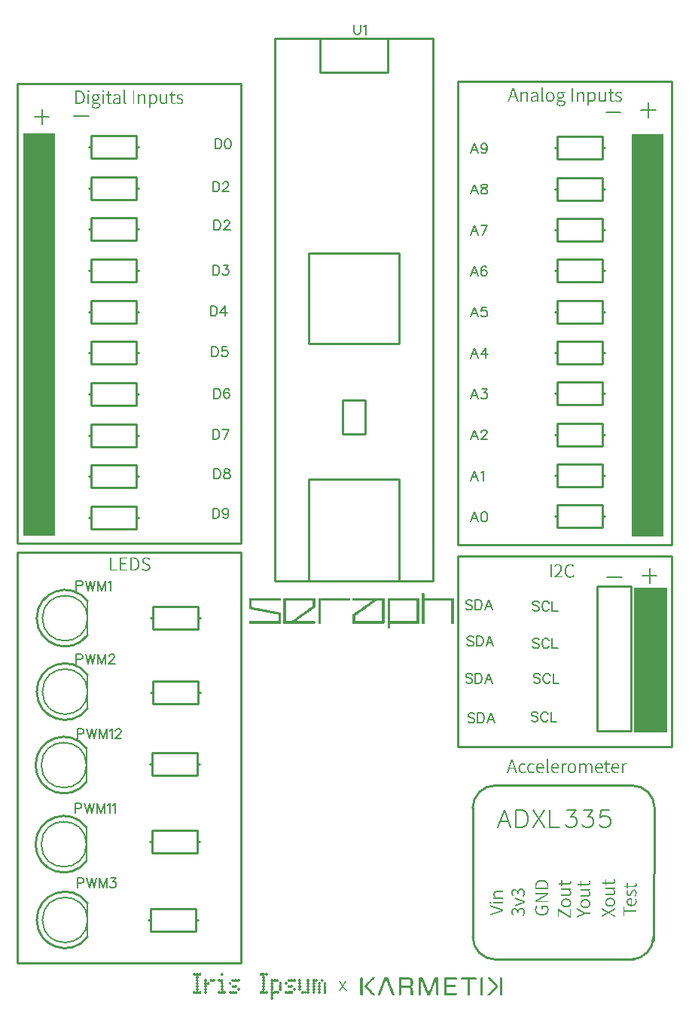
<source format=gto>
G04 Layer: TopSilkscreenLayer*
G04 EasyEDA v6.5.48, 2025-03-27 00:42:13*
G04 263b490ed21644e2b7ecd1de9e176e96,d43077cf4c39487bac85c1b17e246763,10*
G04 Gerber Generator version 0.2*
G04 Scale: 100 percent, Rotated: No, Reflected: No *
G04 Dimensions in millimeters *
G04 leading zeros omitted , absolute positions ,4 integer and 5 decimal *
%FSLAX45Y45*%
%MOMM*%

%ADD10C,0.2032*%
%ADD11C,0.1524*%
%ADD12C,0.2540*%

%LPD*%
G36*
X5283200Y-1001826D02*
G01*
X5283149Y-1004062D01*
X5282793Y-1004874D01*
X5281269Y-1005789D01*
X5278831Y-1007871D01*
X5277713Y-1009294D01*
X5276748Y-1009700D01*
X5274157Y-1009751D01*
X5274157Y-1194257D01*
X5277358Y-1194257D01*
X5278831Y-1198321D01*
X5279339Y-1200353D01*
X5279440Y-1201826D01*
X5303520Y-1201826D01*
X5303824Y-1199083D01*
X5304332Y-1009040D01*
X5302504Y-1005687D01*
X5301996Y-1005128D01*
X5301742Y-1004112D01*
X5301691Y-1001826D01*
G37*
G36*
X5409590Y-1001826D02*
G01*
X5409590Y-1003147D01*
X5409285Y-1004468D01*
X5408218Y-1006094D01*
X5395823Y-1018641D01*
X5394553Y-1020470D01*
X5393537Y-1021537D01*
X5389016Y-1025042D01*
X5386730Y-1027785D01*
X5384292Y-1029919D01*
X5382971Y-1031544D01*
X5378602Y-1035253D01*
X5375656Y-1038910D01*
X5373166Y-1041146D01*
X5363718Y-1051153D01*
X5360162Y-1054557D01*
X5357215Y-1058214D01*
X5353710Y-1061059D01*
X5350306Y-1064768D01*
X5348122Y-1066698D01*
X5345684Y-1069492D01*
X5343347Y-1071168D01*
X5341315Y-1072997D01*
X5339943Y-1074877D01*
X5329326Y-1085646D01*
X5323941Y-1091742D01*
X5323179Y-1093012D01*
X5322874Y-1094638D01*
X5322925Y-1100836D01*
X5323382Y-1103325D01*
X5324246Y-1105103D01*
X5328412Y-1109218D01*
X5331256Y-1112469D01*
X5332780Y-1113688D01*
X5342229Y-1124559D01*
X5346496Y-1129080D01*
X5349443Y-1132535D01*
X5350967Y-1133805D01*
X5354574Y-1137970D01*
X5357672Y-1140714D01*
X5359806Y-1143508D01*
X5370626Y-1155344D01*
X5372912Y-1158138D01*
X5376214Y-1161237D01*
X5377078Y-1162761D01*
X5378958Y-1164844D01*
X5380634Y-1166114D01*
X5385054Y-1171244D01*
X5386374Y-1172362D01*
X5388203Y-1174445D01*
X5390946Y-1178102D01*
X5393791Y-1180896D01*
X5396687Y-1184554D01*
X5399532Y-1186992D01*
X5403392Y-1191361D01*
X5405983Y-1193546D01*
X5407406Y-1195273D01*
X5409133Y-1196644D01*
X5413197Y-1198930D01*
X5413654Y-1199642D01*
X5413756Y-1201826D01*
X5442813Y-1201826D01*
X5442813Y-1200505D01*
X5442000Y-1198016D01*
X5439816Y-1194460D01*
X5436870Y-1190548D01*
X5429402Y-1182116D01*
X5427878Y-1180896D01*
X5424982Y-1177594D01*
X5421934Y-1174648D01*
X5407456Y-1158494D01*
X5406593Y-1157224D01*
X5403748Y-1154582D01*
X5400040Y-1150416D01*
X5396941Y-1147521D01*
X5393080Y-1142898D01*
X5389626Y-1139291D01*
X5381091Y-1129487D01*
X5379567Y-1128268D01*
X5376672Y-1124966D01*
X5373624Y-1122019D01*
X5369661Y-1117650D01*
X5366715Y-1114907D01*
X5363006Y-1110081D01*
X5360111Y-1107338D01*
X5357977Y-1104493D01*
X5356453Y-1102918D01*
X5354269Y-1101344D01*
X5353456Y-1100124D01*
X5353100Y-1098651D01*
X5353304Y-1094841D01*
X5353710Y-1093724D01*
X5354472Y-1092809D01*
X5356555Y-1091336D01*
X5361228Y-1086307D01*
X5364226Y-1083716D01*
X5366816Y-1080922D01*
X5368086Y-1080058D01*
X5372709Y-1075029D01*
X5375300Y-1072794D01*
X5384190Y-1063345D01*
X5387898Y-1059891D01*
X5391251Y-1056132D01*
X5393842Y-1054049D01*
X5397246Y-1050391D01*
X5398617Y-1049274D01*
X5401614Y-1045819D01*
X5403189Y-1044295D01*
X5405983Y-1042162D01*
X5407812Y-1040028D01*
X5418226Y-1029817D01*
X5420410Y-1027176D01*
X5429148Y-1018743D01*
X5433415Y-1013612D01*
X5435244Y-1012494D01*
X5436463Y-1011428D01*
X5437479Y-1010158D01*
X5438394Y-1008075D01*
X5440730Y-1004773D01*
X5440934Y-1001826D01*
G37*
G36*
X5546953Y-1001826D02*
G01*
X5546801Y-1004722D01*
X5545074Y-1008989D01*
X5542178Y-1014679D01*
X5540552Y-1019149D01*
X5539232Y-1023772D01*
X5537911Y-1026921D01*
X5536031Y-1030630D01*
X5534507Y-1034948D01*
X5533186Y-1039571D01*
X5531866Y-1042720D01*
X5529986Y-1046429D01*
X5528462Y-1050696D01*
X5527141Y-1055370D01*
X5523585Y-1063193D01*
X5522620Y-1065834D01*
X5520791Y-1072134D01*
X5517286Y-1079398D01*
X5514644Y-1088186D01*
X5511850Y-1092911D01*
X5510377Y-1096518D01*
X5509006Y-1101648D01*
X5507583Y-1105306D01*
X5505805Y-1108557D01*
X5504586Y-1111707D01*
X5503214Y-1116584D01*
X5501538Y-1121003D01*
X5499811Y-1124254D01*
X5498592Y-1127455D01*
X5497169Y-1132382D01*
X5495544Y-1136802D01*
X5493816Y-1140053D01*
X5492546Y-1143203D01*
X5491124Y-1148181D01*
X5489498Y-1152601D01*
X5487771Y-1155852D01*
X5486501Y-1159002D01*
X5485079Y-1163980D01*
X5483453Y-1168349D01*
X5481726Y-1171651D01*
X5480456Y-1174800D01*
X5479034Y-1179728D01*
X5477408Y-1184148D01*
X5474919Y-1188974D01*
X5474004Y-1191717D01*
X5473598Y-1194612D01*
X5473852Y-1201826D01*
X5497525Y-1201826D01*
X5497576Y-1199591D01*
X5498338Y-1198118D01*
X5500725Y-1195476D01*
X5502148Y-1193495D01*
X5502859Y-1191564D01*
X5504789Y-1182725D01*
X5505450Y-1181252D01*
X5507532Y-1178001D01*
X5509056Y-1174140D01*
X5511038Y-1166418D01*
X5511698Y-1165047D01*
X5513628Y-1162151D01*
X5515102Y-1158240D01*
X5517286Y-1150315D01*
X5519877Y-1145590D01*
X5520994Y-1141984D01*
X5523230Y-1133246D01*
X5523992Y-1131519D01*
X5526125Y-1128166D01*
X5526836Y-1126642D01*
X5529376Y-1117092D01*
X5532069Y-1112621D01*
X5533339Y-1109319D01*
X5534456Y-1104696D01*
X5535472Y-1101445D01*
X5537301Y-1097330D01*
X5539232Y-1092200D01*
X5540705Y-1086764D01*
X5542229Y-1082903D01*
X5543956Y-1079601D01*
X5545175Y-1076502D01*
X5546598Y-1071626D01*
X5548223Y-1067206D01*
X5549950Y-1063904D01*
X5551220Y-1060754D01*
X5553405Y-1053439D01*
X5556961Y-1045971D01*
X5558332Y-1040485D01*
X5560060Y-1035303D01*
X5562854Y-1029969D01*
X5565648Y-1026007D01*
X5567629Y-1024940D01*
X5568391Y-1025804D01*
X5570067Y-1029411D01*
X5571439Y-1033424D01*
X5572709Y-1036218D01*
X5574385Y-1038961D01*
X5575655Y-1042162D01*
X5577535Y-1049578D01*
X5578348Y-1051407D01*
X5580481Y-1054862D01*
X5581853Y-1058672D01*
X5583174Y-1064615D01*
X5584494Y-1068324D01*
X5586933Y-1073404D01*
X5587949Y-1076198D01*
X5589574Y-1081938D01*
X5592978Y-1089202D01*
X5595620Y-1097737D01*
X5599023Y-1105001D01*
X5601665Y-1113536D01*
X5605221Y-1121156D01*
X5607558Y-1130198D01*
X5611114Y-1137666D01*
X5613908Y-1146606D01*
X5617108Y-1153363D01*
X5619902Y-1162354D01*
X5623204Y-1169162D01*
X5625846Y-1179017D01*
X5628690Y-1184960D01*
X5631230Y-1191717D01*
X5632450Y-1194054D01*
X5633974Y-1195730D01*
X5638952Y-1199235D01*
X5639358Y-1199845D01*
X5639409Y-1201826D01*
X5657900Y-1201826D01*
X5657951Y-1199997D01*
X5660491Y-1195933D01*
X5660847Y-1192580D01*
X5660034Y-1188821D01*
X5656173Y-1181557D01*
X5653481Y-1171702D01*
X5650890Y-1167434D01*
X5649417Y-1163574D01*
X5647436Y-1155903D01*
X5644845Y-1151636D01*
X5644083Y-1149959D01*
X5641390Y-1140104D01*
X5640730Y-1138732D01*
X5638800Y-1135837D01*
X5638038Y-1134211D01*
X5635345Y-1124305D01*
X5632805Y-1120089D01*
X5631332Y-1116228D01*
X5629910Y-1110386D01*
X5628640Y-1107135D01*
X5626760Y-1104290D01*
X5625287Y-1100429D01*
X5623306Y-1092758D01*
X5619953Y-1086866D01*
X5617362Y-1077315D01*
X5616651Y-1075791D01*
X5614822Y-1072896D01*
X5613450Y-1069441D01*
X5611723Y-1063752D01*
X5610148Y-1059992D01*
X5608472Y-1057605D01*
X5607151Y-1054049D01*
X5605830Y-1049324D01*
X5604459Y-1045667D01*
X5602427Y-1041653D01*
X5600903Y-1037640D01*
X5599531Y-1032713D01*
X5598261Y-1029563D01*
X5596534Y-1026261D01*
X5594908Y-1021842D01*
X5593486Y-1016863D01*
X5592216Y-1013714D01*
X5589879Y-1009396D01*
X5588000Y-1004824D01*
X5587746Y-1001826D01*
G37*
G36*
X5711901Y-1001826D02*
G01*
X5711850Y-1004112D01*
X5711647Y-1005078D01*
X5710529Y-1006551D01*
X5709259Y-1008887D01*
X5709259Y-1030427D01*
X5736386Y-1030427D01*
X5738977Y-1025652D01*
X5740958Y-1024483D01*
X5742178Y-1024077D01*
X5745480Y-1024077D01*
X5753506Y-1025347D01*
X5758484Y-1025601D01*
X5826404Y-1026007D01*
X5833211Y-1028649D01*
X5834634Y-1029512D01*
X5835751Y-1030579D01*
X5840171Y-1038555D01*
X5841593Y-1044498D01*
X5842406Y-1051864D01*
X5842711Y-1059942D01*
X5842457Y-1068019D01*
X5841644Y-1075334D01*
X5840272Y-1081227D01*
X5838393Y-1084935D01*
X5835751Y-1089202D01*
X5834786Y-1090422D01*
X5833618Y-1091387D01*
X5827420Y-1094689D01*
X5826048Y-1095146D01*
X5820206Y-1095654D01*
X5806744Y-1095857D01*
X5741873Y-1095908D01*
X5738266Y-1093927D01*
X5736437Y-1089812D01*
X5736386Y-1030427D01*
X5709259Y-1030427D01*
X5709259Y-1195070D01*
X5711240Y-1198473D01*
X5711647Y-1198880D01*
X5711901Y-1201826D01*
X5730341Y-1201826D01*
X5730392Y-1199845D01*
X5730900Y-1199032D01*
X5732424Y-1198118D01*
X5734862Y-1195933D01*
X5735777Y-1194866D01*
X5736132Y-1193393D01*
X5736386Y-1177137D01*
X5736386Y-1119987D01*
X5739587Y-1117803D01*
X5741212Y-1117447D01*
X5748578Y-1117041D01*
X5794502Y-1116990D01*
X5815177Y-1117193D01*
X5821324Y-1117447D01*
X5825490Y-1117904D01*
X5828233Y-1118565D01*
X5830163Y-1119479D01*
X5833618Y-1122172D01*
X5834938Y-1123492D01*
X5835853Y-1124864D01*
X5837580Y-1128877D01*
X5839460Y-1132586D01*
X5840272Y-1135634D01*
X5840679Y-1140409D01*
X5841339Y-1159002D01*
X5841644Y-1161034D01*
X5842660Y-1184910D01*
X5843625Y-1192682D01*
X5845708Y-1196492D01*
X5850178Y-1198981D01*
X5850686Y-1199794D01*
X5850737Y-1201826D01*
X5869228Y-1201826D01*
X5869279Y-1199794D01*
X5869533Y-1198829D01*
X5870752Y-1197508D01*
X5871413Y-1195882D01*
X5871718Y-1193749D01*
X5870956Y-1168298D01*
X5870448Y-1161745D01*
X5869635Y-1158494D01*
X5869279Y-1153972D01*
X5869127Y-1142593D01*
X5868822Y-1141069D01*
X5867704Y-1138428D01*
X5867146Y-1135532D01*
X5866384Y-1128217D01*
X5865469Y-1124102D01*
X5864148Y-1120952D01*
X5860338Y-1116431D01*
X5859170Y-1114755D01*
X5857341Y-1113180D01*
X5854649Y-1111758D01*
X5853379Y-1110742D01*
X5852210Y-1109370D01*
X5850026Y-1105662D01*
X5849975Y-1104493D01*
X5851194Y-1103426D01*
X5855716Y-1100988D01*
X5858002Y-1099413D01*
X5863539Y-1093419D01*
X5864758Y-1091590D01*
X5865723Y-1089609D01*
X5868365Y-1080262D01*
X5870194Y-1069594D01*
X5870803Y-1064818D01*
X5871006Y-1057249D01*
X5870803Y-1049680D01*
X5868771Y-1036167D01*
X5867095Y-1030782D01*
X5865571Y-1024128D01*
X5864860Y-1021943D01*
X5863996Y-1020318D01*
X5860948Y-1016558D01*
X5859780Y-1014526D01*
X5857951Y-1012647D01*
X5851093Y-1008532D01*
X5846876Y-1007110D01*
X5841695Y-1005840D01*
X5833008Y-1004671D01*
X5833008Y-1001826D01*
G37*
G36*
X5941314Y-1001826D02*
G01*
X5941314Y-1004620D01*
X5936691Y-1005941D01*
X5935726Y-1006398D01*
X5935065Y-1007008D01*
X5933389Y-1009853D01*
X5933389Y-1194155D01*
X5935065Y-1196949D01*
X5935726Y-1197610D01*
X5941314Y-1199388D01*
X5941314Y-1201826D01*
X5953760Y-1201826D01*
X5953810Y-1199845D01*
X5954268Y-1199032D01*
X5955842Y-1198118D01*
X5958230Y-1195933D01*
X5959297Y-1194511D01*
X5959652Y-1186688D01*
X5959805Y-1035354D01*
X5966002Y-1035558D01*
X5967222Y-1038402D01*
X5969304Y-1046175D01*
X5970574Y-1049477D01*
X5972505Y-1052372D01*
X5973267Y-1054049D01*
X5975654Y-1062786D01*
X5976620Y-1065174D01*
X5978347Y-1068019D01*
X5979261Y-1070508D01*
X5982106Y-1081278D01*
X5982868Y-1083005D01*
X5984951Y-1086358D01*
X5986272Y-1089812D01*
X5987592Y-1095349D01*
X5989015Y-1099007D01*
X5991606Y-1103274D01*
X5994298Y-1113129D01*
X5995060Y-1114806D01*
X5996940Y-1117650D01*
X5998210Y-1120952D01*
X5999632Y-1126744D01*
X6001105Y-1130604D01*
X6002985Y-1133449D01*
X6004255Y-1136700D01*
X6006338Y-1144727D01*
X6007100Y-1146403D01*
X6009030Y-1149248D01*
X6010300Y-1152499D01*
X6012383Y-1160526D01*
X6014110Y-1163675D01*
X6015075Y-1165047D01*
X6015736Y-1166418D01*
X6018428Y-1176274D01*
X6019190Y-1177950D01*
X6021120Y-1180846D01*
X6021781Y-1182217D01*
X6023813Y-1190091D01*
X6025438Y-1194104D01*
X6028639Y-1198321D01*
X6029096Y-1199438D01*
X6029248Y-1201826D01*
X6059424Y-1201826D01*
X6059474Y-1199591D01*
X6060287Y-1198168D01*
X6062726Y-1195628D01*
X6063742Y-1194206D01*
X6066688Y-1184706D01*
X6069787Y-1178255D01*
X6072124Y-1169365D01*
X6076086Y-1160881D01*
X6077712Y-1155141D01*
X6078728Y-1152347D01*
X6082080Y-1145082D01*
X6084722Y-1136548D01*
X6087313Y-1131265D01*
X6088888Y-1126947D01*
X6090158Y-1122324D01*
X6094374Y-1113028D01*
X6095796Y-1108049D01*
X6097473Y-1103376D01*
X6099352Y-1099820D01*
X6100876Y-1096162D01*
X6102146Y-1091996D01*
X6103670Y-1088339D01*
X6105296Y-1085189D01*
X6106668Y-1081887D01*
X6108090Y-1076858D01*
X6109766Y-1072438D01*
X6111494Y-1069187D01*
X6112713Y-1066038D01*
X6114135Y-1061059D01*
X6115761Y-1056690D01*
X6117488Y-1053388D01*
X6118758Y-1050239D01*
X6121196Y-1042162D01*
X6122517Y-1039317D01*
X6128461Y-1039317D01*
X6128562Y-1176375D01*
X6128766Y-1192377D01*
X6128969Y-1194511D01*
X6130036Y-1195933D01*
X6132423Y-1198118D01*
X6133998Y-1199032D01*
X6134455Y-1199845D01*
X6134506Y-1201826D01*
X6152997Y-1201826D01*
X6153251Y-1198880D01*
X6154369Y-1197457D01*
X6155639Y-1195070D01*
X6155639Y-1008887D01*
X6153251Y-1005078D01*
X6153048Y-1004112D01*
X6152997Y-1001826D01*
X6110376Y-1001826D01*
X6110325Y-1004112D01*
X6109868Y-1005332D01*
X6108496Y-1006906D01*
X6107074Y-1009345D01*
X6105194Y-1013917D01*
X6103620Y-1016812D01*
X6102299Y-1020419D01*
X6100114Y-1028750D01*
X6097219Y-1033780D01*
X6095847Y-1037640D01*
X6094526Y-1043584D01*
X6093206Y-1047292D01*
X6090615Y-1052728D01*
X6087973Y-1061415D01*
X6084824Y-1067968D01*
X6082030Y-1076909D01*
X6078778Y-1083716D01*
X6076188Y-1092301D01*
X6072530Y-1101140D01*
X6070955Y-1106779D01*
X6069939Y-1109522D01*
X6066536Y-1116787D01*
X6064910Y-1122578D01*
X6063894Y-1125321D01*
X6060338Y-1133043D01*
X6058916Y-1138021D01*
X6057341Y-1142492D01*
X6055207Y-1146505D01*
X6053734Y-1150772D01*
X6052616Y-1156258D01*
X6052007Y-1158341D01*
X6051245Y-1160018D01*
X6044895Y-1168349D01*
X6043523Y-1168501D01*
X6042304Y-1166063D01*
X6040272Y-1159002D01*
X6039002Y-1155852D01*
X6037275Y-1152601D01*
X6035649Y-1148181D01*
X6034227Y-1143254D01*
X6033008Y-1140155D01*
X6031280Y-1136904D01*
X6029756Y-1133043D01*
X6028283Y-1127556D01*
X6026353Y-1122426D01*
X6024524Y-1118362D01*
X6023508Y-1115110D01*
X6022390Y-1110437D01*
X6021120Y-1107135D01*
X6019190Y-1104290D01*
X6017717Y-1100429D01*
X6016294Y-1094638D01*
X6015075Y-1091336D01*
X6013145Y-1088491D01*
X6012383Y-1086815D01*
X6009690Y-1076960D01*
X6007100Y-1072692D01*
X6005626Y-1068781D01*
X6004458Y-1063904D01*
X6003442Y-1060856D01*
X6000851Y-1056132D01*
X5997498Y-1043787D01*
X5996736Y-1042060D01*
X5994603Y-1038707D01*
X5993333Y-1035253D01*
X5992012Y-1029665D01*
X5990590Y-1026007D01*
X5988710Y-1023162D01*
X5987999Y-1021740D01*
X5985764Y-1013155D01*
X5984748Y-1010666D01*
X5983325Y-1008837D01*
X5978347Y-1004824D01*
X5977991Y-1004112D01*
X5977890Y-1001826D01*
G37*
G36*
X6219037Y-1001826D02*
G01*
X6218986Y-1004112D01*
X6218783Y-1005078D01*
X6216396Y-1008887D01*
X6216396Y-1195070D01*
X6218377Y-1198473D01*
X6218783Y-1198880D01*
X6219037Y-1201826D01*
X6358280Y-1201826D01*
X6358331Y-1199845D01*
X6358788Y-1199032D01*
X6360363Y-1198118D01*
X6363716Y-1194866D01*
X6364224Y-1193139D01*
X6364325Y-1183487D01*
X6360922Y-1180998D01*
X6357874Y-1180490D01*
X6351066Y-1180236D01*
X6249060Y-1180084D01*
X6246114Y-1178661D01*
X6244945Y-1177340D01*
X6243574Y-1174038D01*
X6243574Y-1114145D01*
X6244945Y-1110843D01*
X6246114Y-1109522D01*
X6249060Y-1108100D01*
X6324600Y-1108049D01*
X6339738Y-1107795D01*
X6343497Y-1107541D01*
X6345529Y-1107135D01*
X6346545Y-1106576D01*
X6347206Y-1105814D01*
X6348069Y-1102410D01*
X6348120Y-1097026D01*
X6347460Y-1091692D01*
X6346291Y-1088593D01*
X6345529Y-1088085D01*
X6341872Y-1087424D01*
X6331610Y-1087120D01*
X6257391Y-1086967D01*
X6248603Y-1086561D01*
X6246774Y-1086205D01*
X6243574Y-1084021D01*
X6243574Y-1029969D01*
X6244945Y-1026617D01*
X6245453Y-1025855D01*
X6249060Y-1023874D01*
X6332524Y-1023924D01*
X6350762Y-1023772D01*
X6360972Y-1023162D01*
X6363766Y-1022553D01*
X6365443Y-1021689D01*
X6366205Y-1020571D01*
X6366408Y-1019149D01*
X6366052Y-1010716D01*
X6365341Y-1008024D01*
X6363868Y-1006449D01*
X6361226Y-1005433D01*
X6358280Y-1004620D01*
X6358280Y-1001826D01*
G37*
G36*
X6418275Y-1001826D02*
G01*
X6418275Y-1004620D01*
X6415379Y-1005433D01*
X6412738Y-1006449D01*
X6411214Y-1008024D01*
X6410553Y-1010716D01*
X6410350Y-1015136D01*
X6410502Y-1019556D01*
X6411214Y-1022299D01*
X6412738Y-1023874D01*
X6415481Y-1024940D01*
X6418478Y-1025804D01*
X6479336Y-1025855D01*
X6481572Y-1028039D01*
X6482130Y-1029614D01*
X6482486Y-1033424D01*
X6482791Y-1052779D01*
X6482842Y-1194155D01*
X6484518Y-1196949D01*
X6485128Y-1197610D01*
X6490716Y-1199388D01*
X6490766Y-1201826D01*
X6503212Y-1201826D01*
X6503212Y-1199388D01*
X6508800Y-1197610D01*
X6509461Y-1196949D01*
X6511137Y-1194155D01*
X6511188Y-1044600D01*
X6511696Y-1028903D01*
X6512153Y-1026109D01*
X6512814Y-1025144D01*
X6515049Y-1023874D01*
X6568744Y-1023823D01*
X6575552Y-1023569D01*
X6579920Y-1023010D01*
X6582308Y-1022045D01*
X6583375Y-1020470D01*
X6583629Y-1018235D01*
X6583425Y-1010716D01*
X6582714Y-1008024D01*
X6581190Y-1006449D01*
X6578549Y-1005433D01*
X6575653Y-1004620D01*
X6575653Y-1001826D01*
G37*
G36*
X6635648Y-1001826D02*
G01*
X6635648Y-1004620D01*
X6631025Y-1005941D01*
X6630060Y-1006398D01*
X6629400Y-1007008D01*
X6627723Y-1009853D01*
X6627723Y-1194155D01*
X6629400Y-1196949D01*
X6630060Y-1197610D01*
X6635648Y-1199388D01*
X6635648Y-1201826D01*
X6648094Y-1201826D01*
X6648145Y-1199845D01*
X6648602Y-1199032D01*
X6650177Y-1198118D01*
X6653479Y-1194866D01*
X6653885Y-1184198D01*
X6654241Y-1121613D01*
X6653936Y-1025194D01*
X6653479Y-1009142D01*
X6651396Y-1006906D01*
X6648297Y-1004620D01*
X6648094Y-1001826D01*
G37*
G36*
X6707733Y-1001826D02*
G01*
X6707784Y-1004163D01*
X6708292Y-1005382D01*
X6709308Y-1006551D01*
X6711188Y-1010158D01*
X6712153Y-1011428D01*
X6713423Y-1012494D01*
X6715252Y-1013612D01*
X6719468Y-1018743D01*
X6723684Y-1022603D01*
X6728206Y-1027176D01*
X6732625Y-1032103D01*
X6740855Y-1040028D01*
X6742633Y-1042162D01*
X6745427Y-1044295D01*
X6747052Y-1045819D01*
X6750050Y-1049274D01*
X6752894Y-1051864D01*
X6754114Y-1053388D01*
X6758279Y-1056995D01*
X6761581Y-1060704D01*
X6763969Y-1062786D01*
X6773316Y-1072794D01*
X6775958Y-1075029D01*
X6779818Y-1079398D01*
X6782511Y-1081532D01*
X6785203Y-1084529D01*
X6788251Y-1087069D01*
X6791299Y-1090574D01*
X6794195Y-1092809D01*
X6794957Y-1093724D01*
X6795363Y-1094841D01*
X6795566Y-1098651D01*
X6795211Y-1100124D01*
X6794347Y-1101344D01*
X6792214Y-1102918D01*
X6787794Y-1108049D01*
X6786524Y-1109167D01*
X6781088Y-1115822D01*
X6778193Y-1118514D01*
X6775907Y-1121156D01*
X6772757Y-1124102D01*
X6769912Y-1127455D01*
X6766864Y-1130198D01*
X6764680Y-1132941D01*
X6760565Y-1137361D01*
X6758127Y-1140358D01*
X6753859Y-1144828D01*
X6750913Y-1148334D01*
X6749389Y-1149604D01*
X6746544Y-1152906D01*
X6742074Y-1157224D01*
X6739839Y-1160119D01*
X6736435Y-1163675D01*
X6733082Y-1167638D01*
X6729730Y-1171143D01*
X6726732Y-1174648D01*
X6723684Y-1177594D01*
X6720789Y-1180896D01*
X6719265Y-1182116D01*
X6711746Y-1190548D01*
X6708851Y-1194460D01*
X6706666Y-1198016D01*
X6705853Y-1200505D01*
X6705853Y-1201826D01*
X6734911Y-1201826D01*
X6734962Y-1199642D01*
X6735470Y-1198930D01*
X6740398Y-1196035D01*
X6743395Y-1192834D01*
X6746036Y-1190650D01*
X6749897Y-1186230D01*
X6751218Y-1185265D01*
X6755587Y-1180134D01*
X6756857Y-1179068D01*
X6761429Y-1173276D01*
X6764375Y-1170482D01*
X6767271Y-1166825D01*
X6770776Y-1163777D01*
X6772452Y-1161237D01*
X6776618Y-1157173D01*
X6788861Y-1143508D01*
X6790994Y-1140714D01*
X6794042Y-1137970D01*
X6796887Y-1134618D01*
X6799986Y-1131722D01*
X6802983Y-1128064D01*
X6806438Y-1124559D01*
X6809790Y-1120546D01*
X6813651Y-1116380D01*
X6814515Y-1115110D01*
X6818985Y-1110843D01*
X6822948Y-1106576D01*
X6825234Y-1103172D01*
X6826097Y-1098600D01*
X6825538Y-1093978D01*
X6823456Y-1090371D01*
X6815886Y-1082090D01*
X6810400Y-1076756D01*
X6806895Y-1072438D01*
X6804101Y-1070356D01*
X6801713Y-1068171D01*
X6799325Y-1065479D01*
X6798360Y-1064768D01*
X6794957Y-1061059D01*
X6791452Y-1058214D01*
X6788505Y-1054557D01*
X6786016Y-1052322D01*
X6774840Y-1040587D01*
X6773672Y-1039672D01*
X6770878Y-1036167D01*
X6769150Y-1034440D01*
X6767423Y-1033170D01*
X6763664Y-1029208D01*
X6761378Y-1027226D01*
X6758736Y-1024178D01*
X6754622Y-1021029D01*
X6751116Y-1016812D01*
X6740448Y-1006094D01*
X6739381Y-1004468D01*
X6739026Y-1003147D01*
X6739026Y-1001826D01*
G37*
G36*
X6846976Y-1001826D02*
G01*
X6846925Y-1004112D01*
X6846671Y-1005128D01*
X6845096Y-1007414D01*
X6844334Y-1009040D01*
X6844639Y-1170635D01*
X6844893Y-1199794D01*
X6845147Y-1201826D01*
X6869226Y-1201826D01*
X6869277Y-1200353D01*
X6871309Y-1194257D01*
X6874154Y-1194257D01*
X6874154Y-1009751D01*
X6871868Y-1009700D01*
X6871004Y-1009345D01*
X6869938Y-1008024D01*
X6867550Y-1005890D01*
X6865620Y-1004620D01*
X6865467Y-1001826D01*
G37*
G36*
X3410813Y-951077D02*
G01*
X3406140Y-951280D01*
X3403600Y-952500D01*
X3401771Y-953871D01*
X3397554Y-958291D01*
X3396487Y-958850D01*
X3394710Y-958951D01*
X3394710Y-974699D01*
X3396487Y-974801D01*
X3397758Y-975664D01*
X3400094Y-978153D01*
X3405784Y-982218D01*
X3407613Y-982878D01*
X3413404Y-983030D01*
X3414877Y-982878D01*
X3416858Y-981811D01*
X3422192Y-977950D01*
X3424936Y-973886D01*
X3428390Y-975461D01*
X3433927Y-980033D01*
X3435400Y-981659D01*
X3434740Y-982421D01*
X3431794Y-987298D01*
X3430574Y-988568D01*
X3429355Y-989482D01*
X3428288Y-990803D01*
X3427425Y-992936D01*
X3426815Y-995832D01*
X3426510Y-999185D01*
X3426510Y-1002284D01*
X3426866Y-1005535D01*
X3427425Y-1008075D01*
X3428187Y-1010259D01*
X3428847Y-1011478D01*
X3429508Y-1012190D01*
X3430676Y-1012901D01*
X3431540Y-1013917D01*
X3434740Y-1019962D01*
X3434537Y-1020521D01*
X3429101Y-1024229D01*
X3428390Y-1025194D01*
X3427577Y-1027226D01*
X3426815Y-1030071D01*
X3426510Y-1033018D01*
X3426663Y-1036167D01*
X3427069Y-1039114D01*
X3427628Y-1041247D01*
X3428593Y-1043279D01*
X3429660Y-1044702D01*
X3431895Y-1046327D01*
X3432962Y-1047394D01*
X3433267Y-1048105D01*
X3433216Y-1054201D01*
X3429101Y-1057452D01*
X3428339Y-1058265D01*
X3427577Y-1060297D01*
X3426815Y-1063244D01*
X3426510Y-1066342D01*
X3426663Y-1069543D01*
X3427577Y-1074521D01*
X3428288Y-1076299D01*
X3429152Y-1077468D01*
X3433013Y-1080160D01*
X3434587Y-1081633D01*
X3432200Y-1086764D01*
X3431438Y-1087983D01*
X3428898Y-1090168D01*
X3427831Y-1091996D01*
X3427018Y-1094740D01*
X3426561Y-1097991D01*
X3426561Y-1101344D01*
X3427272Y-1107033D01*
X3428085Y-1109065D01*
X3429152Y-1110843D01*
X3430168Y-1111961D01*
X3431489Y-1112774D01*
X3433013Y-1114196D01*
X3433318Y-1114907D01*
X3433267Y-1117650D01*
X3432810Y-1120343D01*
X3432301Y-1121054D01*
X3429304Y-1123492D01*
X3428237Y-1124712D01*
X3427171Y-1127099D01*
X3426256Y-1130249D01*
X3425748Y-1133348D01*
X3425748Y-1136548D01*
X3427831Y-1143050D01*
X3428288Y-1143914D01*
X3431540Y-1147013D01*
X3432860Y-1148638D01*
X3434587Y-1153261D01*
X3434689Y-1154074D01*
X3434181Y-1154277D01*
X3431946Y-1156817D01*
X3431286Y-1157224D01*
X3429558Y-1158951D01*
X3425850Y-1161084D01*
X3425037Y-1161034D01*
X3424275Y-1160373D01*
X3422599Y-1157681D01*
X3420465Y-1155649D01*
X3416909Y-1153261D01*
X3415792Y-1152753D01*
X3411778Y-1152144D01*
X3408019Y-1151890D01*
X3406851Y-1151991D01*
X3404565Y-1153007D01*
X3399078Y-1157427D01*
X3397707Y-1158798D01*
X3396437Y-1159611D01*
X3394710Y-1159713D01*
X3394710Y-1176426D01*
X3396589Y-1176528D01*
X3398316Y-1177696D01*
X3401771Y-1181252D01*
X3405225Y-1183436D01*
X3407918Y-1184046D01*
X3411524Y-1184249D01*
X3414522Y-1184046D01*
X3416604Y-1183487D01*
X3418738Y-1182319D01*
X3420567Y-1180896D01*
X3422497Y-1178864D01*
X3424986Y-1175613D01*
X3430320Y-1178407D01*
X3434689Y-1182573D01*
X3436061Y-1183386D01*
X3437991Y-1183843D01*
X3440684Y-1184148D01*
X3443681Y-1184198D01*
X3446221Y-1183792D01*
X3448507Y-1182928D01*
X3453688Y-1178661D01*
X3457549Y-1173480D01*
X3459987Y-1176934D01*
X3462020Y-1179169D01*
X3466439Y-1182827D01*
X3468166Y-1183690D01*
X3470300Y-1184097D01*
X3472891Y-1184249D01*
X3478022Y-1183640D01*
X3480054Y-1182725D01*
X3481781Y-1181455D01*
X3483813Y-1179169D01*
X3485489Y-1178052D01*
X3486607Y-1176629D01*
X3487369Y-1174699D01*
X3487826Y-1172006D01*
X3488029Y-1168450D01*
X3487826Y-1164894D01*
X3487369Y-1162405D01*
X3486099Y-1159357D01*
X3485540Y-1158646D01*
X3484676Y-1158240D01*
X3484016Y-1157427D01*
X3482086Y-1155852D01*
X3481171Y-1155446D01*
X3480308Y-1154480D01*
X3478580Y-1153312D01*
X3476142Y-1152144D01*
X3474008Y-1151839D01*
X3469640Y-1152499D01*
X3467709Y-1153261D01*
X3461054Y-1157732D01*
X3457498Y-1162507D01*
X3453637Y-1157935D01*
X3451098Y-1155903D01*
X3449269Y-1154074D01*
X3449116Y-1153617D01*
X3450234Y-1148588D01*
X3451301Y-1147114D01*
X3453282Y-1145692D01*
X3454044Y-1144879D01*
X3454857Y-1143457D01*
X3455771Y-1141069D01*
X3456533Y-1138326D01*
X3456990Y-1135329D01*
X3456990Y-1132687D01*
X3456584Y-1130198D01*
X3454958Y-1124966D01*
X3452672Y-1122578D01*
X3450894Y-1121156D01*
X3450336Y-1120394D01*
X3449828Y-1117701D01*
X3449777Y-1114399D01*
X3453333Y-1111758D01*
X3454501Y-1110386D01*
X3455212Y-1109116D01*
X3456584Y-1104696D01*
X3456990Y-1102309D01*
X3456990Y-1099413D01*
X3456584Y-1096873D01*
X3455365Y-1092555D01*
X3454704Y-1091336D01*
X3451453Y-1087577D01*
X3450539Y-1085545D01*
X3449523Y-1081532D01*
X3449726Y-1080871D01*
X3454501Y-1077468D01*
X3455568Y-1075842D01*
X3458108Y-1069898D01*
X3458464Y-1067663D01*
X3458514Y-1065428D01*
X3458159Y-1063802D01*
X3455212Y-1057910D01*
X3454095Y-1056335D01*
X3451606Y-1053846D01*
X3450996Y-1052372D01*
X3450488Y-1048105D01*
X3451402Y-1047140D01*
X3454349Y-1045057D01*
X3455009Y-1044295D01*
X3458413Y-1036878D01*
X3458565Y-1032459D01*
X3458159Y-1030528D01*
X3454755Y-1024483D01*
X3452723Y-1022502D01*
X3450386Y-1020978D01*
X3450082Y-1020571D01*
X3450082Y-1018946D01*
X3450793Y-1015746D01*
X3451656Y-1013663D01*
X3453790Y-1011682D01*
X3455263Y-1008837D01*
X3456838Y-1003452D01*
X3457041Y-1000810D01*
X3456838Y-998067D01*
X3456228Y-995680D01*
X3454755Y-991768D01*
X3453841Y-989990D01*
X3452266Y-988517D01*
X3451047Y-986688D01*
X3450132Y-984250D01*
X3449523Y-980998D01*
X3452876Y-978560D01*
X3455111Y-976223D01*
X3455974Y-974496D01*
X3457041Y-973175D01*
X3457549Y-972870D01*
X3461512Y-977137D01*
X3467658Y-981354D01*
X3470198Y-982573D01*
X3476955Y-983081D01*
X3483508Y-979068D01*
X3486099Y-977036D01*
X3487115Y-975360D01*
X3487775Y-973175D01*
X3488232Y-970635D01*
X3488334Y-967079D01*
X3488131Y-963320D01*
X3487470Y-959154D01*
X3486708Y-957783D01*
X3484219Y-955243D01*
X3483762Y-955141D01*
X3482086Y-953465D01*
X3480054Y-951941D01*
X3477869Y-951230D01*
X3473805Y-951077D01*
X3469741Y-951230D01*
X3467608Y-951890D01*
X3466337Y-952703D01*
X3463391Y-955497D01*
X3460292Y-957630D01*
X3457549Y-960577D01*
X3457244Y-960577D01*
X3454603Y-956767D01*
X3453384Y-955649D01*
X3452063Y-954938D01*
X3451860Y-954481D01*
X3447948Y-951077D01*
X3438448Y-951230D01*
X3436264Y-951890D01*
X3434638Y-953160D01*
X3430574Y-957173D01*
X3428288Y-958443D01*
X3425494Y-959408D01*
X3424377Y-958494D01*
X3419856Y-953668D01*
X3417773Y-952042D01*
X3415334Y-951230D01*
G37*
G36*
X3719829Y-951077D02*
G01*
X3715816Y-951280D01*
X3713734Y-951890D01*
X3712565Y-952703D01*
X3708349Y-956564D01*
X3707993Y-956665D01*
X3706926Y-957986D01*
X3705250Y-962660D01*
X3704691Y-965657D01*
X3704488Y-968400D01*
X3704894Y-970787D01*
X3706520Y-975715D01*
X3708501Y-978001D01*
X3709974Y-979017D01*
X3713530Y-982319D01*
X3714496Y-982776D01*
X3719728Y-983742D01*
X3722573Y-983742D01*
X3725468Y-983132D01*
X3727348Y-982218D01*
X3729939Y-979881D01*
X3732631Y-977798D01*
X3733546Y-976579D01*
X3734511Y-974293D01*
X3735273Y-971499D01*
X3735730Y-968502D01*
X3735730Y-965758D01*
X3735374Y-963320D01*
X3734308Y-959916D01*
X3734206Y-959053D01*
X3733241Y-957376D01*
X3732174Y-956259D01*
X3729837Y-954684D01*
X3727653Y-952703D01*
X3726230Y-951839D01*
X3723894Y-951230D01*
G37*
G36*
X4158894Y-951077D02*
G01*
X4154220Y-951280D01*
X4152950Y-951737D01*
X4150766Y-953160D01*
X4145787Y-958189D01*
X4143806Y-961136D01*
X4143298Y-963218D01*
X4143146Y-966927D01*
X4143298Y-970991D01*
X4144365Y-973378D01*
X4146854Y-976884D01*
X4148328Y-978306D01*
X4153865Y-982218D01*
X4155694Y-982878D01*
X4161485Y-983030D01*
X4162907Y-982878D01*
X4164939Y-981811D01*
X4170273Y-977950D01*
X4172965Y-973886D01*
X4176471Y-975461D01*
X4179570Y-977900D01*
X4183481Y-981659D01*
X4182770Y-982421D01*
X4179874Y-987298D01*
X4178655Y-988568D01*
X4177436Y-989482D01*
X4176369Y-990803D01*
X4175506Y-992936D01*
X4174896Y-995832D01*
X4174540Y-999185D01*
X4174540Y-1002284D01*
X4174896Y-1005535D01*
X4175455Y-1008075D01*
X4176217Y-1010259D01*
X4177537Y-1012190D01*
X4178757Y-1012901D01*
X4179620Y-1013917D01*
X4182821Y-1020267D01*
X4177792Y-1023670D01*
X4176776Y-1024636D01*
X4176064Y-1026109D01*
X4175302Y-1028446D01*
X4174642Y-1031494D01*
X4174642Y-1034745D01*
X4175353Y-1040231D01*
X4176115Y-1042314D01*
X4177233Y-1044092D01*
X4178909Y-1045667D01*
X4180433Y-1046734D01*
X4181043Y-1047394D01*
X4181348Y-1048105D01*
X4181297Y-1054201D01*
X4177182Y-1057452D01*
X4176420Y-1058265D01*
X4175658Y-1060297D01*
X4174896Y-1063244D01*
X4174591Y-1066342D01*
X4175099Y-1072438D01*
X4175607Y-1074521D01*
X4176369Y-1076299D01*
X4177233Y-1077468D01*
X4182465Y-1081278D01*
X4182618Y-1081887D01*
X4180687Y-1085850D01*
X4179214Y-1088288D01*
X4178249Y-1088898D01*
X4176369Y-1090980D01*
X4175455Y-1093216D01*
X4174845Y-1096365D01*
X4174591Y-1099667D01*
X4174744Y-1102868D01*
X4175658Y-1108049D01*
X4176674Y-1110030D01*
X4178655Y-1112316D01*
X4180484Y-1113536D01*
X4181094Y-1114196D01*
X4181398Y-1114907D01*
X4181144Y-1119327D01*
X4180840Y-1120343D01*
X4180382Y-1121054D01*
X4177385Y-1123492D01*
X4176318Y-1124712D01*
X4175251Y-1127099D01*
X4174337Y-1130249D01*
X4173829Y-1133348D01*
X4173829Y-1136548D01*
X4176064Y-1143457D01*
X4177690Y-1145286D01*
X4179620Y-1147013D01*
X4180941Y-1148638D01*
X4182668Y-1153261D01*
X4182770Y-1154074D01*
X4182262Y-1154277D01*
X4180027Y-1156817D01*
X4179366Y-1157224D01*
X4177639Y-1158951D01*
X4173931Y-1161084D01*
X4173067Y-1161034D01*
X4172356Y-1160373D01*
X4170629Y-1157681D01*
X4169511Y-1156411D01*
X4164939Y-1153261D01*
X4163822Y-1152753D01*
X4159859Y-1152144D01*
X4156100Y-1151890D01*
X4154932Y-1151991D01*
X4152646Y-1153007D01*
X4146956Y-1157630D01*
X4145584Y-1159256D01*
X4144365Y-1161186D01*
X4143552Y-1163116D01*
X4143197Y-1165910D01*
X4143197Y-1170178D01*
X4143552Y-1172972D01*
X4144416Y-1174953D01*
X4146194Y-1177340D01*
X4149851Y-1181201D01*
X4151477Y-1182420D01*
X4153306Y-1183436D01*
X4155948Y-1184046D01*
X4159605Y-1184249D01*
X4162602Y-1184046D01*
X4164685Y-1183487D01*
X4166819Y-1182319D01*
X4168597Y-1180896D01*
X4170578Y-1178864D01*
X4173067Y-1175613D01*
X4178909Y-1178814D01*
X4182770Y-1182573D01*
X4184142Y-1183386D01*
X4186072Y-1183843D01*
X4188764Y-1184148D01*
X4191711Y-1184198D01*
X4194301Y-1183792D01*
X4196588Y-1182928D01*
X4201769Y-1178661D01*
X4205630Y-1173480D01*
X4209542Y-1178712D01*
X4214520Y-1182827D01*
X4216247Y-1183690D01*
X4218381Y-1184097D01*
X4220972Y-1184249D01*
X4226102Y-1183640D01*
X4228134Y-1182725D01*
X4229862Y-1181455D01*
X4231538Y-1179271D01*
X4232554Y-1178864D01*
X4233570Y-1178052D01*
X4234688Y-1176629D01*
X4235450Y-1174699D01*
X4235907Y-1172006D01*
X4236059Y-1168450D01*
X4235907Y-1164894D01*
X4235399Y-1162405D01*
X4234180Y-1159357D01*
X4233621Y-1158646D01*
X4232757Y-1158240D01*
X4231640Y-1157020D01*
X4229760Y-1155598D01*
X4229201Y-1155446D01*
X4228896Y-1154887D01*
X4225340Y-1152601D01*
X4223156Y-1151890D01*
X4221073Y-1151890D01*
X4218736Y-1152245D01*
X4216755Y-1152855D01*
X4214977Y-1153668D01*
X4210050Y-1156919D01*
X4208221Y-1158748D01*
X4205579Y-1162507D01*
X4201718Y-1157935D01*
X4199128Y-1155903D01*
X4197350Y-1154074D01*
X4197146Y-1153617D01*
X4198315Y-1148588D01*
X4199382Y-1147114D01*
X4200398Y-1146200D01*
X4201363Y-1145692D01*
X4202074Y-1144879D01*
X4202887Y-1143457D01*
X4203852Y-1141069D01*
X4204614Y-1138326D01*
X4205020Y-1135329D01*
X4205020Y-1132687D01*
X4204614Y-1130198D01*
X4203496Y-1125982D01*
X4202176Y-1123899D01*
X4198924Y-1121156D01*
X4198366Y-1120394D01*
X4197908Y-1117701D01*
X4197858Y-1114399D01*
X4201363Y-1111758D01*
X4202582Y-1110386D01*
X4203547Y-1108202D01*
X4204919Y-1103579D01*
X4205071Y-1100836D01*
X4204868Y-1098042D01*
X4203192Y-1091946D01*
X4199534Y-1087577D01*
X4198569Y-1085545D01*
X4197604Y-1081532D01*
X4197807Y-1080871D01*
X4202582Y-1077468D01*
X4203598Y-1075842D01*
X4205884Y-1070864D01*
X4206392Y-1068781D01*
X4206595Y-1066444D01*
X4206443Y-1064564D01*
X4203852Y-1058875D01*
X4202734Y-1056995D01*
X4200042Y-1054303D01*
X4199331Y-1053236D01*
X4198467Y-1048461D01*
X4198874Y-1047699D01*
X4202785Y-1044702D01*
X4205782Y-1038758D01*
X4206443Y-1036878D01*
X4206646Y-1034034D01*
X4206494Y-1031341D01*
X4202836Y-1024483D01*
X4200804Y-1022502D01*
X4198823Y-1021232D01*
X4198162Y-1020571D01*
X4198010Y-1019962D01*
X4198467Y-1017269D01*
X4199229Y-1014577D01*
X4200296Y-1012952D01*
X4201668Y-1011783D01*
X4202734Y-1010158D01*
X4204665Y-1004569D01*
X4205071Y-1002233D01*
X4205071Y-999388D01*
X4204614Y-996848D01*
X4203141Y-992581D01*
X4201922Y-989990D01*
X4200347Y-988517D01*
X4199128Y-986688D01*
X4198213Y-984250D01*
X4197604Y-980998D01*
X4200906Y-978560D01*
X4203192Y-976223D01*
X4203801Y-974953D01*
X4205376Y-972921D01*
X4205884Y-973023D01*
X4208627Y-976121D01*
X4210608Y-978001D01*
X4215739Y-981354D01*
X4218279Y-982573D01*
X4225036Y-983081D01*
X4231589Y-979068D01*
X4234129Y-977036D01*
X4235145Y-975360D01*
X4235856Y-973175D01*
X4236262Y-970635D01*
X4236415Y-967079D01*
X4236212Y-963320D01*
X4235754Y-960170D01*
X4235196Y-958494D01*
X4234281Y-957173D01*
X4232097Y-955243D01*
X4231436Y-954887D01*
X4229506Y-952906D01*
X4228134Y-951941D01*
X4225950Y-951230D01*
X4221835Y-951077D01*
X4217822Y-951230D01*
X4215638Y-951890D01*
X4213402Y-953617D01*
X4211472Y-955497D01*
X4208373Y-957630D01*
X4205630Y-960577D01*
X4205274Y-960577D01*
X4203801Y-958240D01*
X4201464Y-955649D01*
X4200144Y-954938D01*
X4198823Y-953414D01*
X4195978Y-951077D01*
X4186529Y-951230D01*
X4184345Y-951890D01*
X4182719Y-953160D01*
X4178655Y-957173D01*
X4176318Y-958443D01*
X4173575Y-959408D01*
X4172458Y-958494D01*
X4167936Y-953668D01*
X4165803Y-952042D01*
X4164685Y-951534D01*
X4163364Y-951230D01*
G37*
G36*
X3531565Y-1017778D02*
G01*
X3527196Y-1021943D01*
X3525418Y-1023366D01*
X3522979Y-1026617D01*
X3522624Y-1027531D01*
X3522268Y-1027684D01*
X3521252Y-1030173D01*
X3520948Y-1032814D01*
X3520948Y-1035964D01*
X3521354Y-1038707D01*
X3522218Y-1041044D01*
X3523742Y-1043432D01*
X3527653Y-1047800D01*
X3528314Y-1050696D01*
X3528517Y-1052576D01*
X3528263Y-1053896D01*
X3527247Y-1055116D01*
X3526078Y-1056030D01*
X3523386Y-1059332D01*
X3522624Y-1060907D01*
X3522268Y-1061059D01*
X3521252Y-1063548D01*
X3520948Y-1066190D01*
X3520948Y-1069187D01*
X3521303Y-1071829D01*
X3521964Y-1073759D01*
X3526383Y-1081989D01*
X3527958Y-1086662D01*
X3527806Y-1087221D01*
X3523335Y-1091844D01*
X3521557Y-1095552D01*
X3521100Y-1098397D01*
X3520948Y-1102614D01*
X3521303Y-1105458D01*
X3522421Y-1108151D01*
X3524097Y-1110843D01*
X3527094Y-1114704D01*
X3527501Y-1115923D01*
X3528110Y-1120648D01*
X3523691Y-1124864D01*
X3522472Y-1126794D01*
X3521557Y-1128928D01*
X3521100Y-1131773D01*
X3520948Y-1135989D01*
X3521303Y-1138834D01*
X3522319Y-1141425D01*
X3523538Y-1143508D01*
X3527653Y-1147724D01*
X3528060Y-1148435D01*
X3528263Y-1149451D01*
X3528110Y-1153668D01*
X3523691Y-1158240D01*
X3522014Y-1161084D01*
X3521303Y-1163574D01*
X3520998Y-1167180D01*
X3521049Y-1170940D01*
X3521862Y-1173734D01*
X3522929Y-1175918D01*
X3525570Y-1179118D01*
X3529888Y-1183081D01*
X3531412Y-1183894D01*
X3534206Y-1184249D01*
X3538474Y-1184249D01*
X3542284Y-1183640D01*
X3543960Y-1182522D01*
X3548532Y-1178001D01*
X3550665Y-1174953D01*
X3551478Y-1172972D01*
X3551885Y-1170025D01*
X3551732Y-1163675D01*
X3551224Y-1161491D01*
X3548735Y-1157732D01*
X3545332Y-1154023D01*
X3544976Y-1152245D01*
X3545078Y-1148181D01*
X3545433Y-1147572D01*
X3547922Y-1145286D01*
X3549294Y-1143660D01*
X3550615Y-1141628D01*
X3551478Y-1139596D01*
X3551885Y-1136650D01*
X3551732Y-1130300D01*
X3551224Y-1128115D01*
X3548735Y-1124356D01*
X3545636Y-1121156D01*
X3545027Y-1120089D01*
X3545484Y-1118260D01*
X3547211Y-1114044D01*
X3548583Y-1112113D01*
X3550412Y-1110132D01*
X3551631Y-1108049D01*
X3552291Y-1105712D01*
X3552647Y-1100023D01*
X3552037Y-1095908D01*
X3550970Y-1093266D01*
X3549294Y-1091133D01*
X3545382Y-1087018D01*
X3547567Y-1081176D01*
X3548430Y-1079550D01*
X3549802Y-1077671D01*
X3550513Y-1077061D01*
X3554984Y-1076147D01*
X3560114Y-1081430D01*
X3562096Y-1083157D01*
X3563518Y-1083767D01*
X3566261Y-1084072D01*
X3569868Y-1084072D01*
X3573627Y-1083614D01*
X3575354Y-1082344D01*
X3577691Y-1080109D01*
X3580180Y-1077061D01*
X3580841Y-1075639D01*
X3581908Y-1071829D01*
X3582415Y-1068628D01*
X3582415Y-1065987D01*
X3580841Y-1058824D01*
X3579977Y-1057351D01*
X3575202Y-1052423D01*
X3574034Y-1051610D01*
X3571036Y-1051255D01*
X3565296Y-1051255D01*
X3561994Y-1051661D01*
X3560318Y-1052525D01*
X3558844Y-1053947D01*
X3556609Y-1057198D01*
X3555492Y-1058468D01*
X3554831Y-1058875D01*
X3551580Y-1059027D01*
X3550615Y-1058722D01*
X3548024Y-1056436D01*
X3545382Y-1053744D01*
X3545332Y-1048156D01*
X3549548Y-1043686D01*
X3550767Y-1042111D01*
X3551732Y-1040028D01*
X3552291Y-1037793D01*
X3552647Y-1035202D01*
X3552545Y-1031798D01*
X3552190Y-1029563D01*
X3551428Y-1027379D01*
X3549954Y-1025245D01*
X3546348Y-1021181D01*
X3543249Y-1018387D01*
X3540302Y-1018032D01*
G37*
G36*
X3624427Y-1017828D02*
G01*
X3619042Y-1023010D01*
X3617620Y-1024636D01*
X3616045Y-1026972D01*
X3615385Y-1027582D01*
X3613912Y-1026261D01*
X3613353Y-1025144D01*
X3612591Y-1024280D01*
X3610051Y-1022603D01*
X3609644Y-1022045D01*
X3608425Y-1021232D01*
X3606190Y-1019149D01*
X3604514Y-1018286D01*
X3601516Y-1017879D01*
X3593846Y-1018082D01*
X3592728Y-1018336D01*
X3590188Y-1020419D01*
X3589020Y-1021791D01*
X3587699Y-1022451D01*
X3586632Y-1023518D01*
X3585464Y-1025296D01*
X3583381Y-1031697D01*
X3583279Y-1035303D01*
X3583584Y-1037386D01*
X3585921Y-1043787D01*
X3586378Y-1044549D01*
X3591255Y-1048867D01*
X3592779Y-1049782D01*
X3594608Y-1050340D01*
X3597452Y-1050645D01*
X3600450Y-1050645D01*
X3603294Y-1050340D01*
X3605072Y-1049782D01*
X3606647Y-1048867D01*
X3613200Y-1043076D01*
X3615436Y-1040384D01*
X3618077Y-1044092D01*
X3620160Y-1046480D01*
X3621176Y-1047140D01*
X3623462Y-1049477D01*
X3624884Y-1050239D01*
X3627120Y-1050594D01*
X3630371Y-1050747D01*
X3633520Y-1050594D01*
X3635400Y-1050188D01*
X3639413Y-1046581D01*
X3642868Y-1042669D01*
X3644188Y-1040130D01*
X3644798Y-1037996D01*
X3645103Y-1034745D01*
X3645103Y-1031189D01*
X3644442Y-1028649D01*
X3643223Y-1026414D01*
X3641648Y-1024178D01*
X3636873Y-1019048D01*
X3635654Y-1018235D01*
X3632708Y-1017879D01*
G37*
G36*
X3720947Y-1017828D02*
G01*
X3717594Y-1018032D01*
X3716426Y-1018387D01*
X3714343Y-1019657D01*
X3712565Y-1021130D01*
X3708806Y-1025144D01*
X3708196Y-1025499D01*
X3706215Y-1025702D01*
X3704132Y-1025448D01*
X3701237Y-1023061D01*
X3700373Y-1022096D01*
X3699459Y-1021791D01*
X3698646Y-1020775D01*
X3696106Y-1019048D01*
X3694480Y-1018286D01*
X3691839Y-1017879D01*
X3687978Y-1017930D01*
X3685032Y-1018286D01*
X3683406Y-1018844D01*
X3680866Y-1020368D01*
X3675938Y-1025652D01*
X3674922Y-1027226D01*
X3674211Y-1028801D01*
X3673906Y-1031544D01*
X3674059Y-1037742D01*
X3674414Y-1038910D01*
X3675634Y-1041044D01*
X3677005Y-1042924D01*
X3678377Y-1044397D01*
X3680968Y-1046327D01*
X3684219Y-1048207D01*
X3687165Y-1049375D01*
X3689553Y-1049731D01*
X3691788Y-1049578D01*
X3693668Y-1049020D01*
X3696360Y-1047750D01*
X3699205Y-1046073D01*
X3701440Y-1044244D01*
X3703828Y-1041603D01*
X3704488Y-1041552D01*
X3707536Y-1042720D01*
X3709771Y-1044397D01*
X3713327Y-1047851D01*
X3713073Y-1048816D01*
X3711397Y-1052525D01*
X3709924Y-1054912D01*
X3708958Y-1055471D01*
X3707231Y-1057503D01*
X3706063Y-1060145D01*
X3705098Y-1063345D01*
X3704539Y-1066495D01*
X3704539Y-1068882D01*
X3704996Y-1071270D01*
X3706520Y-1075893D01*
X3708501Y-1078179D01*
X3710279Y-1079398D01*
X3712362Y-1081278D01*
X3711397Y-1085646D01*
X3710787Y-1087526D01*
X3707434Y-1090726D01*
X3706164Y-1093063D01*
X3705098Y-1096721D01*
X3704539Y-1099921D01*
X3704640Y-1103934D01*
X3706977Y-1110742D01*
X3707688Y-1111707D01*
X3709822Y-1113180D01*
X3710178Y-1113790D01*
X3710686Y-1114044D01*
X3711295Y-1115669D01*
X3711956Y-1118717D01*
X3712006Y-1120546D01*
X3711448Y-1121410D01*
X3708755Y-1123492D01*
X3706825Y-1125474D01*
X3704996Y-1130554D01*
X3704539Y-1132992D01*
X3704640Y-1137259D01*
X3706164Y-1142238D01*
X3706977Y-1144168D01*
X3707688Y-1145133D01*
X3709568Y-1146251D01*
X3710736Y-1147368D01*
X3711752Y-1148740D01*
X3712362Y-1150924D01*
X3713479Y-1153515D01*
X3709314Y-1158087D01*
X3708146Y-1159052D01*
X3704183Y-1160272D01*
X3703370Y-1159662D01*
X3700322Y-1156258D01*
X3698494Y-1154988D01*
X3698036Y-1154277D01*
X3694684Y-1152093D01*
X3692245Y-1151636D01*
X3685997Y-1151788D01*
X3684727Y-1152194D01*
X3680256Y-1155039D01*
X3678783Y-1156360D01*
X3676650Y-1158748D01*
X3675481Y-1160424D01*
X3674618Y-1162151D01*
X3674008Y-1164336D01*
X3673856Y-1167841D01*
X3674008Y-1171397D01*
X3674618Y-1173835D01*
X3675887Y-1176020D01*
X3679901Y-1180541D01*
X3681526Y-1182065D01*
X3682898Y-1182878D01*
X3685235Y-1183792D01*
X3688587Y-1184198D01*
X3691890Y-1184198D01*
X3694429Y-1183792D01*
X3696360Y-1183030D01*
X3698036Y-1182065D01*
X3701745Y-1178255D01*
X3703878Y-1175613D01*
X3707587Y-1176477D01*
X3708704Y-1177036D01*
X3714140Y-1182573D01*
X3715156Y-1183284D01*
X3717086Y-1183944D01*
X3719576Y-1184249D01*
X3722065Y-1184249D01*
X3724605Y-1183894D01*
X3726586Y-1183233D01*
X3728618Y-1181912D01*
X3732834Y-1178356D01*
X3736136Y-1174343D01*
X3736949Y-1174648D01*
X3739032Y-1177493D01*
X3745229Y-1182827D01*
X3746957Y-1183690D01*
X3749090Y-1184097D01*
X3751681Y-1184249D01*
X3756812Y-1183640D01*
X3758844Y-1182725D01*
X3760571Y-1181455D01*
X3762248Y-1179271D01*
X3763264Y-1178864D01*
X3764279Y-1178052D01*
X3765397Y-1176629D01*
X3766159Y-1174699D01*
X3766616Y-1171905D01*
X3766769Y-1165606D01*
X3766413Y-1162304D01*
X3765804Y-1160221D01*
X3765042Y-1158544D01*
X3763721Y-1157020D01*
X3757168Y-1152753D01*
X3755339Y-1151890D01*
X3753154Y-1151432D01*
X3751072Y-1151432D01*
X3748582Y-1151940D01*
X3746500Y-1152702D01*
X3744772Y-1153718D01*
X3742537Y-1155496D01*
X3741267Y-1156258D01*
X3739946Y-1157427D01*
X3736390Y-1162405D01*
X3734358Y-1159764D01*
X3733749Y-1158443D01*
X3728669Y-1154277D01*
X3728364Y-1152956D01*
X3729939Y-1147775D01*
X3731920Y-1146098D01*
X3733546Y-1144270D01*
X3734511Y-1142390D01*
X3736289Y-1137564D01*
X3736543Y-1135583D01*
X3736543Y-1132840D01*
X3736086Y-1130706D01*
X3734562Y-1127353D01*
X3734257Y-1126185D01*
X3732733Y-1123696D01*
X3731564Y-1122680D01*
X3729126Y-1121054D01*
X3728669Y-1120241D01*
X3729583Y-1116533D01*
X3729685Y-1115415D01*
X3730447Y-1114196D01*
X3733698Y-1110742D01*
X3736289Y-1104188D01*
X3736543Y-1102106D01*
X3736543Y-1099362D01*
X3736289Y-1097534D01*
X3735476Y-1096111D01*
X3734866Y-1093825D01*
X3734054Y-1091996D01*
X3732529Y-1089914D01*
X3730853Y-1088186D01*
X3729786Y-1086713D01*
X3729431Y-1085037D01*
X3728567Y-1082903D01*
X3728415Y-1081024D01*
X3732072Y-1078331D01*
X3733292Y-1076960D01*
X3734003Y-1075690D01*
X3735628Y-1070203D01*
X3735832Y-1067460D01*
X3735628Y-1064666D01*
X3733901Y-1058570D01*
X3732987Y-1057300D01*
X3730802Y-1055014D01*
X3729990Y-1053592D01*
X3728567Y-1047902D01*
X3732123Y-1045514D01*
X3733647Y-1043330D01*
X3735324Y-1038199D01*
X3735730Y-1035202D01*
X3735730Y-1032510D01*
X3735374Y-1030071D01*
X3734206Y-1025855D01*
X3733647Y-1024737D01*
X3732733Y-1023569D01*
X3726942Y-1018997D01*
X3725265Y-1018235D01*
G37*
G36*
X4284319Y-1017828D02*
G01*
X4279646Y-1018082D01*
X4278426Y-1018489D01*
X4276191Y-1019911D01*
X4272534Y-1023518D01*
X4270654Y-1025652D01*
X4269282Y-1028192D01*
X4268774Y-1030478D01*
X4268622Y-1036218D01*
X4268978Y-1039164D01*
X4269892Y-1041400D01*
X4271619Y-1043736D01*
X4275531Y-1047750D01*
X4275582Y-1053439D01*
X4270705Y-1059586D01*
X4269384Y-1061872D01*
X4268774Y-1064158D01*
X4268622Y-1070000D01*
X4268978Y-1072845D01*
X4269841Y-1074826D01*
X4273702Y-1080262D01*
X4275582Y-1083259D01*
X4277156Y-1086967D01*
X4274616Y-1088999D01*
X4273092Y-1090625D01*
X4269740Y-1095197D01*
X4269638Y-1095603D01*
X4269028Y-1096213D01*
X4268724Y-1098600D01*
X4268622Y-1103172D01*
X4268927Y-1106068D01*
X4269841Y-1108151D01*
X4273702Y-1113637D01*
X4275582Y-1116685D01*
X4276953Y-1120140D01*
X4276852Y-1120597D01*
X4272483Y-1124204D01*
X4271060Y-1125829D01*
X4269790Y-1127810D01*
X4268978Y-1129690D01*
X4268622Y-1132433D01*
X4268774Y-1138021D01*
X4269384Y-1140460D01*
X4270654Y-1142695D01*
X4275531Y-1147876D01*
X4275378Y-1153464D01*
X4274210Y-1155293D01*
X4271213Y-1158443D01*
X4269638Y-1160932D01*
X4268978Y-1162761D01*
X4268622Y-1165606D01*
X4268774Y-1171346D01*
X4269384Y-1173886D01*
X4270654Y-1176070D01*
X4272838Y-1178610D01*
X4275531Y-1181252D01*
X4275582Y-1186992D01*
X4270705Y-1193139D01*
X4269384Y-1195374D01*
X4268774Y-1197711D01*
X4268622Y-1203553D01*
X4268978Y-1206347D01*
X4269841Y-1208278D01*
X4273550Y-1213256D01*
X4275328Y-1216152D01*
X4276648Y-1219250D01*
X4276852Y-1220774D01*
X4273956Y-1222959D01*
X4271060Y-1226007D01*
X4269790Y-1227937D01*
X4268978Y-1229868D01*
X4268622Y-1232560D01*
X4268774Y-1237894D01*
X4269282Y-1239977D01*
X4270400Y-1241856D01*
X4274058Y-1246276D01*
X4276445Y-1248562D01*
X4276750Y-1249781D01*
X4276750Y-1251051D01*
X4291838Y-1251051D01*
X4291939Y-1249070D01*
X4292854Y-1247698D01*
X4294886Y-1245870D01*
X4296918Y-1243279D01*
X4299102Y-1239367D01*
X4299712Y-1237894D01*
X4299966Y-1234490D01*
X4299712Y-1231087D01*
X4298238Y-1227937D01*
X4295648Y-1223873D01*
X4291431Y-1220774D01*
X4291584Y-1219555D01*
X4292701Y-1217472D01*
X4293209Y-1215898D01*
X4296664Y-1211376D01*
X4298391Y-1208633D01*
X4299458Y-1205788D01*
X4299915Y-1202944D01*
X4299915Y-1199134D01*
X4299712Y-1197711D01*
X4296714Y-1191768D01*
X4295749Y-1190294D01*
X4292396Y-1187399D01*
X4293158Y-1183182D01*
X4294530Y-1180592D01*
X4297629Y-1176883D01*
X4298696Y-1175918D01*
X4299610Y-1175512D01*
X4302861Y-1175461D01*
X4307789Y-1181049D01*
X4310176Y-1183233D01*
X4311954Y-1183944D01*
X4314342Y-1184249D01*
X4316780Y-1184249D01*
X4319422Y-1183843D01*
X4321505Y-1183233D01*
X4323029Y-1182217D01*
X4325569Y-1179474D01*
X4328871Y-1176528D01*
X4330954Y-1173937D01*
X4334052Y-1178153D01*
X4337507Y-1181506D01*
X4339183Y-1182776D01*
X4340707Y-1183538D01*
X4343552Y-1184046D01*
X4347768Y-1184249D01*
X4350816Y-1183995D01*
X4352899Y-1183233D01*
X4354525Y-1182217D01*
X4357065Y-1180134D01*
X4358589Y-1179169D01*
X4360011Y-1177848D01*
X4360824Y-1176578D01*
X4361586Y-1174699D01*
X4362094Y-1172616D01*
X4362602Y-1166266D01*
X4362450Y-1164031D01*
X4360621Y-1159256D01*
X4359910Y-1158138D01*
X4354068Y-1153160D01*
X4352239Y-1152144D01*
X4349851Y-1151585D01*
X4346803Y-1151382D01*
X4343755Y-1151585D01*
X4341520Y-1152093D01*
X4339894Y-1152956D01*
X4335526Y-1156258D01*
X4334205Y-1157528D01*
X4331004Y-1162050D01*
X4328058Y-1158748D01*
X4326280Y-1157071D01*
X4325061Y-1156208D01*
X4322419Y-1153769D01*
X4320032Y-1152144D01*
X4318101Y-1151585D01*
X4315815Y-1151382D01*
X4313428Y-1151585D01*
X4311345Y-1152144D01*
X4309008Y-1153261D01*
X4306214Y-1155954D01*
X4302963Y-1159814D01*
X4299559Y-1159205D01*
X4298543Y-1158748D01*
X4293412Y-1153922D01*
X4293362Y-1148283D01*
X4297629Y-1143812D01*
X4298848Y-1142288D01*
X4299813Y-1140206D01*
X4300372Y-1137920D01*
X4300677Y-1135380D01*
X4300423Y-1130909D01*
X4299915Y-1128979D01*
X4298492Y-1126591D01*
X4296511Y-1124153D01*
X4294682Y-1122476D01*
X4293057Y-1121359D01*
X4292955Y-1121003D01*
X4291990Y-1120648D01*
X4291838Y-1120394D01*
X4293514Y-1115364D01*
X4296359Y-1111351D01*
X4299254Y-1105966D01*
X4299762Y-1104036D01*
X4299966Y-1101547D01*
X4299661Y-1098753D01*
X4296105Y-1091387D01*
X4295241Y-1090371D01*
X4292498Y-1088440D01*
X4291787Y-1087628D01*
X4290923Y-1087323D01*
X4291025Y-1086662D01*
X4292447Y-1083716D01*
X4294225Y-1080719D01*
X4297070Y-1076909D01*
X4299559Y-1071676D01*
X4299915Y-1069441D01*
X4299915Y-1066901D01*
X4299610Y-1064717D01*
X4296867Y-1058519D01*
X4295952Y-1057097D01*
X4292549Y-1053795D01*
X4292396Y-1052830D01*
X4292904Y-1050290D01*
X4293666Y-1048308D01*
X4298696Y-1042060D01*
X4302252Y-1042924D01*
X4303318Y-1043432D01*
X4308297Y-1048105D01*
X4310380Y-1049324D01*
X4312666Y-1049985D01*
X4315358Y-1050442D01*
X4317796Y-1050340D01*
X4319879Y-1049782D01*
X4321606Y-1049020D01*
X4322572Y-1048308D01*
X4323689Y-1047089D01*
X4326382Y-1045311D01*
X4327753Y-1044092D01*
X4330039Y-1040739D01*
X4331004Y-1039876D01*
X4331766Y-1040384D01*
X4333240Y-1042669D01*
X4334459Y-1044143D01*
X4338421Y-1047038D01*
X4340250Y-1048715D01*
X4341469Y-1049477D01*
X4342993Y-1049832D01*
X4350156Y-1049985D01*
X4352798Y-1049629D01*
X4354118Y-1048867D01*
X4358792Y-1044702D01*
X4359808Y-1043533D01*
X4360621Y-1042162D01*
X4361281Y-1040130D01*
X4361891Y-1035303D01*
X4361688Y-1030122D01*
X4361332Y-1027937D01*
X4360672Y-1025956D01*
X4359910Y-1024636D01*
X4358792Y-1023518D01*
X4356201Y-1021537D01*
X4353509Y-1019048D01*
X4351985Y-1018235D01*
X4349242Y-1017879D01*
X4344873Y-1017879D01*
X4342079Y-1018235D01*
X4340453Y-1019048D01*
X4334814Y-1023213D01*
X4331360Y-1027430D01*
X4331004Y-1027582D01*
X4330242Y-1027074D01*
X4327956Y-1024077D01*
X4323943Y-1020571D01*
X4323029Y-1019352D01*
X4322216Y-1019048D01*
X4321556Y-1018387D01*
X4319016Y-1017981D01*
X4313936Y-1017828D01*
X4310888Y-1018133D01*
X4309110Y-1019149D01*
X4306874Y-1021283D01*
X4304284Y-1024280D01*
X4303217Y-1025245D01*
X4302252Y-1025702D01*
X4298594Y-1026261D01*
X4294632Y-1021689D01*
X4292244Y-1019454D01*
X4290110Y-1018286D01*
X4287012Y-1017879D01*
G37*
G36*
X4688738Y-1017828D02*
G01*
X4685182Y-1018082D01*
X4682896Y-1018692D01*
X4681067Y-1020064D01*
X4680813Y-1020470D01*
X4679137Y-1021486D01*
X4675632Y-1025194D01*
X4673549Y-1028598D01*
X4672990Y-1030782D01*
X4672838Y-1034287D01*
X4672990Y-1037844D01*
X4673600Y-1040231D01*
X4674819Y-1042416D01*
X4678781Y-1047750D01*
X4680254Y-1050645D01*
X4681372Y-1053592D01*
X4679442Y-1055319D01*
X4678832Y-1055624D01*
X4675530Y-1059586D01*
X4673955Y-1061974D01*
X4673193Y-1063650D01*
X4672888Y-1066190D01*
X4672888Y-1069797D01*
X4673244Y-1072489D01*
X4674108Y-1074623D01*
X4675936Y-1077366D01*
X4679594Y-1082040D01*
X4681524Y-1086002D01*
X4681880Y-1087170D01*
X4678324Y-1089863D01*
X4675479Y-1093063D01*
X4673955Y-1095298D01*
X4673193Y-1097026D01*
X4672888Y-1099566D01*
X4672888Y-1103172D01*
X4673244Y-1105966D01*
X4674108Y-1108151D01*
X4675835Y-1110538D01*
X4678324Y-1113231D01*
X4680204Y-1115974D01*
X4681575Y-1118971D01*
X4681931Y-1120495D01*
X4679391Y-1122273D01*
X4677054Y-1124712D01*
X4676394Y-1125728D01*
X4674514Y-1129995D01*
X4673803Y-1132535D01*
X4673549Y-1135786D01*
X4673752Y-1137869D01*
X4675428Y-1141577D01*
X4675987Y-1142187D01*
X4676292Y-1143050D01*
X4677410Y-1144828D01*
X4680813Y-1148130D01*
X4680966Y-1150924D01*
X4680813Y-1153515D01*
X4680204Y-1154734D01*
X4678070Y-1156462D01*
X4674819Y-1161592D01*
X4671466Y-1159611D01*
X4668774Y-1157427D01*
X4666183Y-1154988D01*
X4663592Y-1152956D01*
X4661408Y-1151890D01*
X4658918Y-1151432D01*
X4656277Y-1151432D01*
X4653838Y-1151788D01*
X4652162Y-1152448D01*
X4650638Y-1153464D01*
X4645558Y-1157579D01*
X4642815Y-1161288D01*
X4642154Y-1161186D01*
X4640580Y-1159814D01*
X4640122Y-1158646D01*
X4639157Y-1157478D01*
X4635855Y-1154633D01*
X4634433Y-1153007D01*
X4633722Y-1152702D01*
X4632858Y-1151890D01*
X4630216Y-1151534D01*
X4625086Y-1151382D01*
X4621834Y-1151636D01*
X4620056Y-1152448D01*
X4618177Y-1153972D01*
X4613859Y-1158240D01*
X4612944Y-1159916D01*
X4612233Y-1162304D01*
X4611827Y-1165250D01*
X4611776Y-1168501D01*
X4612386Y-1173988D01*
X4612894Y-1175664D01*
X4613503Y-1176832D01*
X4619548Y-1182573D01*
X4620920Y-1183386D01*
X4622850Y-1183843D01*
X4627016Y-1184198D01*
X4629861Y-1184046D01*
X4632248Y-1183436D01*
X4634331Y-1182166D01*
X4639157Y-1178102D01*
X4642256Y-1173632D01*
X4644542Y-1176934D01*
X4646828Y-1179169D01*
X4650435Y-1182166D01*
X4652162Y-1183335D01*
X4653940Y-1183894D01*
X4656429Y-1184198D01*
X4658918Y-1184198D01*
X4661560Y-1183843D01*
X4663694Y-1183081D01*
X4665878Y-1181303D01*
X4668469Y-1178407D01*
X4671110Y-1176020D01*
X4675073Y-1173683D01*
X4675276Y-1174800D01*
X4675835Y-1175308D01*
X4677003Y-1177594D01*
X4678781Y-1179779D01*
X4682490Y-1183182D01*
X4684522Y-1183843D01*
X4687824Y-1184198D01*
X4691227Y-1184198D01*
X4693462Y-1183690D01*
X4695444Y-1182471D01*
X4697831Y-1180439D01*
X4699914Y-1178306D01*
X4701082Y-1176782D01*
X4703267Y-1171905D01*
X4703775Y-1169314D01*
X4703775Y-1165910D01*
X4703368Y-1163574D01*
X4700676Y-1157884D01*
X4698695Y-1155649D01*
X4697679Y-1154988D01*
X4696815Y-1154074D01*
X4696714Y-1152601D01*
X4697831Y-1148486D01*
X4701082Y-1144676D01*
X4703673Y-1141272D01*
X4704435Y-1139494D01*
X4704791Y-1137361D01*
X4704943Y-1133500D01*
X4704689Y-1130960D01*
X4704130Y-1128979D01*
X4702657Y-1126490D01*
X4699203Y-1122375D01*
X4698644Y-1122121D01*
X4698187Y-1121359D01*
X4697120Y-1120495D01*
X4697222Y-1119225D01*
X4698085Y-1116126D01*
X4699203Y-1113993D01*
X4703470Y-1108202D01*
X4704486Y-1105966D01*
X4704994Y-1101140D01*
X4704791Y-1098499D01*
X4704232Y-1096365D01*
X4701235Y-1091742D01*
X4699355Y-1089609D01*
X4697476Y-1088186D01*
X4697069Y-1087526D01*
X4696206Y-1087272D01*
X4696155Y-1087018D01*
X4697425Y-1084376D01*
X4703216Y-1075842D01*
X4704334Y-1073454D01*
X4704791Y-1071067D01*
X4704842Y-1065479D01*
X4704486Y-1063193D01*
X4703521Y-1061008D01*
X4701641Y-1058316D01*
X4699000Y-1055370D01*
X4697069Y-1053744D01*
X4697374Y-1051712D01*
X4698492Y-1048461D01*
X4704130Y-1040231D01*
X4704689Y-1038250D01*
X4704943Y-1033271D01*
X4704689Y-1030782D01*
X4704130Y-1028801D01*
X4702657Y-1026363D01*
X4699203Y-1022248D01*
X4698441Y-1021791D01*
X4697628Y-1020775D01*
X4695037Y-1019048D01*
X4693462Y-1018286D01*
X4690821Y-1017879D01*
G37*
G36*
X4784953Y-1017828D02*
G01*
X4781651Y-1018032D01*
X4779619Y-1018844D01*
X4770475Y-1025245D01*
X4767834Y-1027531D01*
X4765243Y-1024026D01*
X4763820Y-1022502D01*
X4761280Y-1020724D01*
X4758283Y-1018082D01*
X4751781Y-1017930D01*
X4748987Y-1018286D01*
X4747310Y-1019048D01*
X4746294Y-1019810D01*
X4745888Y-1020470D01*
X4744821Y-1021029D01*
X4741265Y-1024432D01*
X4739030Y-1027785D01*
X4738268Y-1029614D01*
X4737912Y-1032306D01*
X4737912Y-1036269D01*
X4738268Y-1039164D01*
X4739182Y-1041400D01*
X4740910Y-1043736D01*
X4744770Y-1047750D01*
X4744872Y-1053439D01*
X4739995Y-1059586D01*
X4738674Y-1061872D01*
X4738065Y-1064158D01*
X4737862Y-1067917D01*
X4738065Y-1071626D01*
X4738624Y-1073912D01*
X4744008Y-1081836D01*
X4745482Y-1084478D01*
X4746447Y-1086967D01*
X4744466Y-1088694D01*
X4743856Y-1088999D01*
X4739741Y-1094028D01*
X4738878Y-1095603D01*
X4738319Y-1096213D01*
X4738014Y-1098600D01*
X4737912Y-1103172D01*
X4738217Y-1106068D01*
X4739132Y-1108151D01*
X4744008Y-1115212D01*
X4745482Y-1117904D01*
X4746244Y-1120140D01*
X4746142Y-1120597D01*
X4741773Y-1124204D01*
X4740351Y-1125829D01*
X4739081Y-1127810D01*
X4738268Y-1129741D01*
X4737912Y-1132535D01*
X4737912Y-1136802D01*
X4738268Y-1139596D01*
X4739132Y-1141628D01*
X4744415Y-1149248D01*
X4745685Y-1153312D01*
X4745736Y-1154074D01*
X4744212Y-1155039D01*
X4742027Y-1157122D01*
X4739538Y-1160424D01*
X4738624Y-1162151D01*
X4738065Y-1164336D01*
X4737862Y-1167841D01*
X4738065Y-1171397D01*
X4738624Y-1173835D01*
X4739894Y-1175969D01*
X4743856Y-1180490D01*
X4745888Y-1182420D01*
X4747209Y-1183335D01*
X4748682Y-1183894D01*
X4751120Y-1184249D01*
X4753864Y-1184249D01*
X4756658Y-1183944D01*
X4758740Y-1183386D01*
X4760925Y-1182065D01*
X4764582Y-1178712D01*
X4765294Y-1177848D01*
X4768392Y-1171397D01*
X4768799Y-1169263D01*
X4768799Y-1166520D01*
X4768545Y-1164386D01*
X4765497Y-1158087D01*
X4764430Y-1156716D01*
X4760468Y-1154023D01*
X4762804Y-1147724D01*
X4765852Y-1143660D01*
X4767427Y-1140764D01*
X4768596Y-1137462D01*
X4768850Y-1134262D01*
X4768697Y-1131468D01*
X4764938Y-1124559D01*
X4762855Y-1122527D01*
X4761230Y-1121562D01*
X4760417Y-1120749D01*
X4760264Y-1120140D01*
X4761687Y-1117650D01*
X4768342Y-1108557D01*
X4769561Y-1106017D01*
X4770018Y-1101140D01*
X4769815Y-1098499D01*
X4769256Y-1096365D01*
X4768138Y-1094282D01*
X4765446Y-1090726D01*
X4763363Y-1088694D01*
X4760722Y-1087069D01*
X4763312Y-1082294D01*
X4767529Y-1076401D01*
X4769154Y-1073658D01*
X4769713Y-1071676D01*
X4769967Y-1066647D01*
X4769713Y-1064158D01*
X4769154Y-1062075D01*
X4767326Y-1059180D01*
X4764176Y-1055116D01*
X4762550Y-1052372D01*
X4761788Y-1048156D01*
X4765802Y-1043635D01*
X4767681Y-1040637D01*
X4773726Y-1044498D01*
X4780330Y-1049172D01*
X4782566Y-1049782D01*
X4785614Y-1049782D01*
X4788204Y-1049375D01*
X4790033Y-1048664D01*
X4793386Y-1046429D01*
X4795266Y-1045514D01*
X4796332Y-1044651D01*
X4797450Y-1043330D01*
X4798161Y-1042009D01*
X4799634Y-1036828D01*
X4799838Y-1034084D01*
X4799634Y-1031290D01*
X4798009Y-1025296D01*
X4797247Y-1024128D01*
X4796180Y-1023010D01*
X4793335Y-1020978D01*
X4791710Y-1019454D01*
X4790236Y-1018590D01*
X4788103Y-1018032D01*
G37*
G36*
X4846777Y-1017828D02*
G01*
X4843068Y-1018032D01*
X4840986Y-1018844D01*
X4836515Y-1022451D01*
X4834636Y-1024686D01*
X4832502Y-1028750D01*
X4831486Y-1031189D01*
X4831232Y-1033271D01*
X4831283Y-1035659D01*
X4831689Y-1037691D01*
X4833264Y-1041247D01*
X4833975Y-1042060D01*
X4834991Y-1044092D01*
X4837176Y-1046378D01*
X4838852Y-1047750D01*
X4839258Y-1048410D01*
X4840071Y-1048715D01*
X4840427Y-1049172D01*
X4841748Y-1049782D01*
X4843729Y-1050340D01*
X4846320Y-1050696D01*
X4848656Y-1050696D01*
X4850892Y-1050290D01*
X4852517Y-1049680D01*
X4853889Y-1048715D01*
X4859020Y-1044143D01*
X4861001Y-1041298D01*
X4861763Y-1039418D01*
X4862118Y-1036523D01*
X4862017Y-1030122D01*
X4860950Y-1027633D01*
X4858258Y-1023721D01*
X4856581Y-1021994D01*
X4852212Y-1018590D01*
X4850333Y-1017981D01*
G37*
G36*
X3878427Y-1018286D02*
G01*
X3874160Y-1018540D01*
X3871417Y-1019048D01*
X3869893Y-1019759D01*
X3866692Y-1021892D01*
X3864457Y-1023823D01*
X3861562Y-1027633D01*
X3858158Y-1025499D01*
X3851097Y-1019911D01*
X3848201Y-1018692D01*
X3845661Y-1018387D01*
X3842816Y-1018387D01*
X3840124Y-1018692D01*
X3838397Y-1019251D01*
X3833672Y-1022096D01*
X3831691Y-1024178D01*
X3830015Y-1027480D01*
X3829558Y-1027988D01*
X3829304Y-1028903D01*
X3828948Y-1029055D01*
X3828440Y-1029766D01*
X3827932Y-1031036D01*
X3827627Y-1033119D01*
X3827830Y-1037386D01*
X3828846Y-1040485D01*
X3829710Y-1042365D01*
X3831590Y-1045006D01*
X3833926Y-1047597D01*
X3836263Y-1049629D01*
X3837990Y-1050442D01*
X3840886Y-1050899D01*
X3844544Y-1051153D01*
X3847896Y-1050899D01*
X3851198Y-1050086D01*
X3852316Y-1049578D01*
X3855618Y-1046124D01*
X3861815Y-1040942D01*
X3864305Y-1044702D01*
X3869080Y-1049121D01*
X3870451Y-1049985D01*
X3872077Y-1050442D01*
X3874871Y-1050696D01*
X3877970Y-1050696D01*
X3880916Y-1050340D01*
X3883101Y-1049528D01*
X3885285Y-1047750D01*
X3889248Y-1043482D01*
X3890314Y-1042974D01*
X3894226Y-1042111D01*
X3897985Y-1046480D01*
X3900373Y-1048715D01*
X3902506Y-1049934D01*
X3905402Y-1050544D01*
X3909923Y-1050696D01*
X3913073Y-1050442D01*
X3915410Y-1049629D01*
X3917594Y-1048207D01*
X3921150Y-1044702D01*
X3922115Y-1044194D01*
X3923080Y-1042669D01*
X3924198Y-1039621D01*
X3924554Y-1036777D01*
X3924706Y-1033221D01*
X3924350Y-1030376D01*
X3923385Y-1027836D01*
X3922166Y-1025702D01*
X3919067Y-1022502D01*
X3918051Y-1021994D01*
X3917594Y-1021384D01*
X3916273Y-1020368D01*
X3913835Y-1018946D01*
X3912565Y-1018489D01*
X3908348Y-1018286D01*
X3904843Y-1018438D01*
X3902811Y-1018844D01*
X3899611Y-1021384D01*
X3898239Y-1022197D01*
X3894277Y-1026668D01*
X3893870Y-1026718D01*
X3890924Y-1025906D01*
X3889095Y-1024890D01*
X3886403Y-1022197D01*
X3885437Y-1021892D01*
X3884523Y-1020927D01*
X3881170Y-1018844D01*
X3879900Y-1018387D01*
G37*
G36*
X4505655Y-1018286D02*
G01*
X4501438Y-1018540D01*
X4498695Y-1019048D01*
X4495495Y-1020826D01*
X4492345Y-1023213D01*
X4490567Y-1025245D01*
X4488840Y-1027633D01*
X4485436Y-1025499D01*
X4478324Y-1019911D01*
X4476343Y-1018946D01*
X4474260Y-1018489D01*
X4471466Y-1018336D01*
X4468672Y-1018489D01*
X4466437Y-1018895D01*
X4461205Y-1021994D01*
X4459528Y-1023518D01*
X4458462Y-1024940D01*
X4457496Y-1027176D01*
X4456887Y-1027785D01*
X4456684Y-1028750D01*
X4455972Y-1029360D01*
X4455414Y-1030325D01*
X4455007Y-1032052D01*
X4454956Y-1036421D01*
X4455261Y-1038098D01*
X4456480Y-1041349D01*
X4457801Y-1043635D01*
X4459986Y-1046378D01*
X4462424Y-1048766D01*
X4464354Y-1050137D01*
X4466590Y-1050696D01*
X4469790Y-1051052D01*
X4473549Y-1051102D01*
X4476750Y-1050544D01*
X4479544Y-1049578D01*
X4480458Y-1048867D01*
X4483608Y-1045413D01*
X4489094Y-1040942D01*
X4491583Y-1044702D01*
X4496308Y-1049121D01*
X4497730Y-1049985D01*
X4499356Y-1050442D01*
X4502150Y-1050696D01*
X4505198Y-1050696D01*
X4508144Y-1050340D01*
X4510379Y-1049528D01*
X4512564Y-1047750D01*
X4516526Y-1043482D01*
X4517593Y-1042974D01*
X4521454Y-1042111D01*
X4525213Y-1046480D01*
X4527651Y-1048715D01*
X4529734Y-1049934D01*
X4532680Y-1050544D01*
X4537202Y-1050696D01*
X4540351Y-1050442D01*
X4542688Y-1049629D01*
X4544822Y-1048207D01*
X4549038Y-1044295D01*
X4549394Y-1044194D01*
X4550359Y-1042669D01*
X4551426Y-1039621D01*
X4551832Y-1036777D01*
X4551984Y-1033221D01*
X4551629Y-1030376D01*
X4550664Y-1027836D01*
X4549444Y-1025702D01*
X4546650Y-1022807D01*
X4543552Y-1020368D01*
X4541113Y-1018946D01*
X4539792Y-1018489D01*
X4535627Y-1018286D01*
X4532071Y-1018438D01*
X4530090Y-1018844D01*
X4524959Y-1022756D01*
X4521352Y-1026820D01*
X4517237Y-1025448D01*
X4515510Y-1024229D01*
X4513681Y-1022197D01*
X4512868Y-1021994D01*
X4511802Y-1020927D01*
X4509973Y-1019708D01*
X4507179Y-1018387D01*
G37*
G36*
X4593437Y-1018336D02*
G01*
X4591659Y-1018489D01*
X4590338Y-1018895D01*
X4585614Y-1022400D01*
X4582363Y-1025702D01*
X4581093Y-1027633D01*
X4580280Y-1029563D01*
X4579924Y-1032408D01*
X4580077Y-1038250D01*
X4580686Y-1040536D01*
X4582007Y-1042619D01*
X4586833Y-1047750D01*
X4586884Y-1053439D01*
X4583074Y-1058164D01*
X4581194Y-1060907D01*
X4580331Y-1062939D01*
X4579924Y-1065631D01*
X4580077Y-1071016D01*
X4580585Y-1073099D01*
X4583480Y-1077264D01*
X4586782Y-1080668D01*
X4587900Y-1081430D01*
X4586986Y-1085596D01*
X4586071Y-1087729D01*
X4583023Y-1091082D01*
X4580940Y-1094181D01*
X4580280Y-1095959D01*
X4579924Y-1098854D01*
X4580077Y-1104595D01*
X4580686Y-1107084D01*
X4581956Y-1109319D01*
X4586427Y-1114552D01*
X4586935Y-1115822D01*
X4587544Y-1118870D01*
X4587646Y-1120495D01*
X4584039Y-1123746D01*
X4581550Y-1127048D01*
X4580636Y-1128725D01*
X4580077Y-1130960D01*
X4579924Y-1136294D01*
X4580280Y-1138936D01*
X4581093Y-1140714D01*
X4582972Y-1143406D01*
X4585462Y-1146403D01*
X4587951Y-1148791D01*
X4589932Y-1149959D01*
X4592370Y-1150620D01*
X4595266Y-1150823D01*
X4598111Y-1150670D01*
X4600600Y-1150061D01*
X4603038Y-1148638D01*
X4605985Y-1145946D01*
X4608271Y-1143000D01*
X4611014Y-1137716D01*
X4611268Y-1134313D01*
X4611014Y-1130960D01*
X4609541Y-1127760D01*
X4607966Y-1125169D01*
X4606594Y-1123391D01*
X4605629Y-1122527D01*
X4604105Y-1121664D01*
X4603242Y-1120800D01*
X4603038Y-1120292D01*
X4603902Y-1115517D01*
X4607712Y-1110538D01*
X4609541Y-1107541D01*
X4611014Y-1104188D01*
X4611268Y-1100836D01*
X4611014Y-1097534D01*
X4609490Y-1094181D01*
X4604715Y-1087272D01*
X4603902Y-1085748D01*
X4603140Y-1082852D01*
X4603089Y-1081379D01*
X4604308Y-1080160D01*
X4606036Y-1079042D01*
X4607102Y-1078026D01*
X4609592Y-1073962D01*
X4611014Y-1070864D01*
X4611268Y-1067511D01*
X4611014Y-1064158D01*
X4609490Y-1060805D01*
X4607052Y-1056792D01*
X4604156Y-1054201D01*
X4603750Y-1053541D01*
X4603546Y-1052525D01*
X4603546Y-1048054D01*
X4606950Y-1044854D01*
X4608017Y-1043432D01*
X4609795Y-1039723D01*
X4610658Y-1037183D01*
X4610862Y-1035812D01*
X4610709Y-1031341D01*
X4607458Y-1025194D01*
X4606442Y-1023772D01*
X4604512Y-1022146D01*
X4601362Y-1020165D01*
X4599228Y-1019200D01*
X4596942Y-1018692D01*
G37*
G36*
X4815890Y-1049883D02*
G01*
X4813757Y-1050086D01*
X4809591Y-1051255D01*
X4808423Y-1051763D01*
X4806543Y-1053439D01*
X4804359Y-1056030D01*
X4802835Y-1058621D01*
X4800854Y-1064412D01*
X4800701Y-1066342D01*
X4800955Y-1068781D01*
X4803038Y-1075893D01*
X4803851Y-1077010D01*
X4806035Y-1078941D01*
X4807305Y-1079754D01*
X4808880Y-1081278D01*
X4807407Y-1084834D01*
X4805476Y-1087983D01*
X4804460Y-1088898D01*
X4802682Y-1091234D01*
X4801768Y-1093266D01*
X4801260Y-1095349D01*
X4800650Y-1101852D01*
X4800854Y-1104036D01*
X4801717Y-1106220D01*
X4802174Y-1108303D01*
X4803444Y-1111046D01*
X4805222Y-1112672D01*
X4807407Y-1114196D01*
X4807661Y-1114755D01*
X4807254Y-1118920D01*
X4806696Y-1120749D01*
X4805273Y-1122070D01*
X4804765Y-1122273D01*
X4802733Y-1124508D01*
X4801768Y-1126540D01*
X4801260Y-1128725D01*
X4800650Y-1135227D01*
X4800854Y-1137412D01*
X4801717Y-1139596D01*
X4802174Y-1141679D01*
X4803444Y-1144422D01*
X4804054Y-1145184D01*
X4807153Y-1147318D01*
X4807712Y-1147927D01*
X4807102Y-1151077D01*
X4806340Y-1153261D01*
X4805578Y-1154684D01*
X4803800Y-1156360D01*
X4802428Y-1158646D01*
X4801971Y-1159967D01*
X4801412Y-1162761D01*
X4800955Y-1163828D01*
X4800650Y-1165910D01*
X4800650Y-1168857D01*
X4800955Y-1170940D01*
X4801412Y-1171956D01*
X4802174Y-1175054D01*
X4803444Y-1177848D01*
X4808423Y-1182166D01*
X4810150Y-1183335D01*
X4811928Y-1183894D01*
X4814417Y-1184198D01*
X4817008Y-1184198D01*
X4819802Y-1183843D01*
X4821936Y-1183233D01*
X4823714Y-1182217D01*
X4827066Y-1178966D01*
X4828032Y-1178255D01*
X4829098Y-1177036D01*
X4829911Y-1175664D01*
X4830572Y-1173480D01*
X4830978Y-1170990D01*
X4831130Y-1167638D01*
X4830978Y-1164336D01*
X4830470Y-1161440D01*
X4829860Y-1159662D01*
X4829098Y-1158240D01*
X4826863Y-1156055D01*
X4825390Y-1154176D01*
X4823460Y-1148537D01*
X4823561Y-1147673D01*
X4824984Y-1146962D01*
X4825136Y-1146606D01*
X4828336Y-1144320D01*
X4829098Y-1143254D01*
X4829911Y-1141476D01*
X4830622Y-1139139D01*
X4830978Y-1135888D01*
X4830978Y-1131519D01*
X4830622Y-1128471D01*
X4829505Y-1125524D01*
X4828794Y-1124356D01*
X4826050Y-1121968D01*
X4825238Y-1120597D01*
X4824628Y-1117295D01*
X4824526Y-1115618D01*
X4824984Y-1114348D01*
X4825898Y-1113231D01*
X4828590Y-1110894D01*
X4829505Y-1109624D01*
X4830267Y-1107846D01*
X4830826Y-1105560D01*
X4831080Y-1102614D01*
X4831080Y-1099210D01*
X4830775Y-1096010D01*
X4830165Y-1093673D01*
X4828794Y-1090980D01*
X4827574Y-1090066D01*
X4825695Y-1088085D01*
X4824984Y-1086408D01*
X4824476Y-1081735D01*
X4825085Y-1080668D01*
X4828794Y-1076909D01*
X4829810Y-1074978D01*
X4830622Y-1072083D01*
X4830927Y-1068374D01*
X4830927Y-1063091D01*
X4830572Y-1059789D01*
X4829911Y-1057910D01*
X4829352Y-1056944D01*
X4824018Y-1051712D01*
X4821224Y-1050747D01*
X4816957Y-1049883D01*
G37*
G36*
X4377994Y-1049934D02*
G01*
X4373930Y-1050848D01*
X4371848Y-1051610D01*
X4370324Y-1052576D01*
X4367580Y-1055522D01*
X4365548Y-1058367D01*
X4364634Y-1060958D01*
X4363923Y-1066901D01*
X4363974Y-1069797D01*
X4364837Y-1072388D01*
X4365193Y-1074216D01*
X4366717Y-1077772D01*
X4369511Y-1080211D01*
X4370578Y-1081430D01*
X4369409Y-1085342D01*
X4365345Y-1090726D01*
X4363212Y-1093978D01*
X4362043Y-1096568D01*
X4361586Y-1099159D01*
X4361586Y-1102360D01*
X4361992Y-1105001D01*
X4362907Y-1107338D01*
X4364736Y-1110234D01*
X4367174Y-1113434D01*
X4368800Y-1116177D01*
X4370070Y-1120343D01*
X4367530Y-1122375D01*
X4364228Y-1126337D01*
X4362653Y-1128725D01*
X4361891Y-1130401D01*
X4361586Y-1132687D01*
X4361586Y-1135735D01*
X4361992Y-1138377D01*
X4362907Y-1140714D01*
X4364736Y-1143609D01*
X4367174Y-1146505D01*
X4369663Y-1148892D01*
X4371797Y-1150162D01*
X4374946Y-1150620D01*
X4382363Y-1150518D01*
X4384446Y-1149756D01*
X4386072Y-1148486D01*
X4390593Y-1143762D01*
X4391812Y-1142187D01*
X4392828Y-1140307D01*
X4393336Y-1138580D01*
X4393641Y-1133500D01*
X4393387Y-1130960D01*
X4392828Y-1128979D01*
X4391355Y-1126490D01*
X4387900Y-1122375D01*
X4387342Y-1122121D01*
X4386884Y-1121359D01*
X4386021Y-1120800D01*
X4385818Y-1120343D01*
X4385970Y-1117955D01*
X4386630Y-1115110D01*
X4391355Y-1108811D01*
X4392726Y-1106525D01*
X4393285Y-1104442D01*
X4393590Y-1101852D01*
X4393539Y-1099210D01*
X4393234Y-1096822D01*
X4392828Y-1095552D01*
X4391050Y-1092657D01*
X4386326Y-1086662D01*
X4386326Y-1082751D01*
X4386630Y-1081684D01*
X4391863Y-1074521D01*
X4392726Y-1072184D01*
X4393336Y-1069238D01*
X4393539Y-1066038D01*
X4393285Y-1063294D01*
X4392218Y-1059586D01*
X4388612Y-1054201D01*
X4386986Y-1052118D01*
X4385513Y-1051407D01*
X4380890Y-1050239D01*
G37*
G36*
X4876088Y-1051306D02*
G01*
X4872786Y-1051610D01*
X4871872Y-1052017D01*
X4867605Y-1056335D01*
X4865319Y-1059281D01*
X4863947Y-1061466D01*
X4863388Y-1063853D01*
X4863388Y-1069340D01*
X4863642Y-1074674D01*
X4863896Y-1075842D01*
X4864709Y-1076960D01*
X4867605Y-1079601D01*
X4868926Y-1081125D01*
X4870399Y-1086916D01*
X4870348Y-1087272D01*
X4869434Y-1087729D01*
X4865928Y-1091336D01*
X4864455Y-1093165D01*
X4863185Y-1096518D01*
X4862779Y-1098346D01*
X4862626Y-1100937D01*
X4863084Y-1106271D01*
X4863541Y-1108151D01*
X4864252Y-1109776D01*
X4868062Y-1113231D01*
X4869129Y-1114501D01*
X4869434Y-1115568D01*
X4869484Y-1118463D01*
X4869027Y-1120952D01*
X4865116Y-1125016D01*
X4863998Y-1126794D01*
X4862931Y-1130554D01*
X4862677Y-1132941D01*
X4862931Y-1138326D01*
X4863287Y-1140612D01*
X4863795Y-1142238D01*
X4864404Y-1143406D01*
X4868468Y-1147165D01*
X4869129Y-1148588D01*
X4870196Y-1153414D01*
X4869586Y-1154531D01*
X4867656Y-1156411D01*
X4865776Y-1157732D01*
X4865370Y-1158290D01*
X4864912Y-1158443D01*
X4863744Y-1160830D01*
X4862779Y-1164183D01*
X4862626Y-1166876D01*
X4863084Y-1173226D01*
X4863439Y-1175054D01*
X4864303Y-1176832D01*
X4865370Y-1178204D01*
X4866894Y-1179322D01*
X4870399Y-1182522D01*
X4871872Y-1183386D01*
X4873853Y-1183843D01*
X4876800Y-1184148D01*
X4880051Y-1184198D01*
X4882743Y-1183843D01*
X4885232Y-1182878D01*
X4887976Y-1180693D01*
X4890617Y-1177950D01*
X4893868Y-1172565D01*
X4894427Y-1171092D01*
X4894681Y-1167739D01*
X4894580Y-1164945D01*
X4894122Y-1163523D01*
X4890160Y-1157122D01*
X4888077Y-1155395D01*
X4885893Y-1153972D01*
X4887722Y-1148740D01*
X4888230Y-1147775D01*
X4891176Y-1143914D01*
X4892954Y-1140968D01*
X4894427Y-1137564D01*
X4894681Y-1136142D01*
X4894681Y-1132332D01*
X4894427Y-1130909D01*
X4892903Y-1127556D01*
X4890465Y-1123543D01*
X4887569Y-1120952D01*
X4887163Y-1120292D01*
X4886960Y-1114806D01*
X4889804Y-1112164D01*
X4891786Y-1109472D01*
X4893868Y-1105814D01*
X4894427Y-1104341D01*
X4894681Y-1100937D01*
X4894580Y-1098194D01*
X4894122Y-1096772D01*
X4890109Y-1090320D01*
X4886248Y-1087221D01*
X4886096Y-1086713D01*
X4887671Y-1083157D01*
X4887823Y-1082395D01*
X4891786Y-1076350D01*
X4893818Y-1072388D01*
X4894427Y-1070813D01*
X4894681Y-1065530D01*
X4893919Y-1062736D01*
X4890871Y-1057300D01*
X4890109Y-1056386D01*
X4886706Y-1053287D01*
X4886248Y-1052626D01*
X4885791Y-1052576D01*
X4884928Y-1051763D01*
X4881981Y-1051407D01*
G37*
G36*
X3813048Y-1051356D02*
G01*
X3810508Y-1051610D01*
X3808882Y-1052220D01*
X3806240Y-1053896D01*
X3802278Y-1058418D01*
X3800551Y-1060958D01*
X3799687Y-1062990D01*
X3799332Y-1065784D01*
X3799484Y-1071575D01*
X3800043Y-1073810D01*
X3801465Y-1076096D01*
X3803853Y-1079144D01*
X3807612Y-1082903D01*
X3809492Y-1083716D01*
X3812133Y-1084072D01*
X3815130Y-1084072D01*
X3817975Y-1083818D01*
X3819956Y-1083310D01*
X3820820Y-1082852D01*
X3823868Y-1079652D01*
X3825748Y-1078128D01*
X3826560Y-1076706D01*
X3828237Y-1071626D01*
X3828694Y-1068628D01*
X3828694Y-1066088D01*
X3828287Y-1063599D01*
X3826052Y-1057960D01*
X3824884Y-1056640D01*
X3819651Y-1052271D01*
X3817874Y-1051661D01*
G37*
G36*
X4440326Y-1051356D02*
G01*
X4437735Y-1051610D01*
X4434687Y-1053033D01*
X4433468Y-1053896D01*
X4429506Y-1058418D01*
X4427829Y-1060958D01*
X4426966Y-1062990D01*
X4426610Y-1065784D01*
X4426610Y-1070000D01*
X4426966Y-1072794D01*
X4427829Y-1074775D01*
X4429861Y-1077620D01*
X4432554Y-1080770D01*
X4434890Y-1082903D01*
X4436770Y-1083716D01*
X4439412Y-1084072D01*
X4442409Y-1084072D01*
X4445254Y-1083818D01*
X4447184Y-1083310D01*
X4448048Y-1082852D01*
X4451096Y-1079652D01*
X4452620Y-1078585D01*
X4453382Y-1077518D01*
X4454296Y-1075588D01*
X4455160Y-1072997D01*
X4455769Y-1070102D01*
X4456023Y-1067358D01*
X4455769Y-1064818D01*
X4455210Y-1062482D01*
X4453331Y-1057960D01*
X4452162Y-1056640D01*
X4447438Y-1052626D01*
X4446168Y-1051915D01*
X4443730Y-1051458D01*
G37*
G36*
X3876954Y-1084580D02*
G01*
X3873652Y-1084834D01*
X3871264Y-1085748D01*
X3866743Y-1088644D01*
X3864254Y-1091285D01*
X3863543Y-1092758D01*
X3861714Y-1095298D01*
X3858768Y-1091946D01*
X3851503Y-1085799D01*
X3849776Y-1085037D01*
X3847033Y-1084681D01*
X3843324Y-1084681D01*
X3840734Y-1085088D01*
X3839210Y-1085900D01*
X3833012Y-1091285D01*
X3832504Y-1092098D01*
X3831082Y-1096822D01*
X3830726Y-1099769D01*
X3831234Y-1106017D01*
X3831793Y-1108303D01*
X3832555Y-1110234D01*
X3835247Y-1113180D01*
X3837228Y-1114958D01*
X3839413Y-1116431D01*
X3841242Y-1117092D01*
X3843985Y-1117447D01*
X3846829Y-1117447D01*
X3849573Y-1117092D01*
X3851503Y-1116482D01*
X3853230Y-1115263D01*
X3856329Y-1112164D01*
X3859123Y-1109776D01*
X3861358Y-1107440D01*
X3861765Y-1107440D01*
X3865879Y-1112672D01*
X3867861Y-1114806D01*
X3869232Y-1115872D01*
X3870401Y-1116482D01*
X3872382Y-1117041D01*
X3876700Y-1117498D01*
X3879596Y-1117295D01*
X3881831Y-1116787D01*
X3883355Y-1115822D01*
X3886962Y-1112418D01*
X3890010Y-1108760D01*
X3891026Y-1106932D01*
X3891534Y-1105154D01*
X3891787Y-1102461D01*
X3891787Y-1099566D01*
X3891483Y-1096670D01*
X3890772Y-1094282D01*
X3888994Y-1091692D01*
X3885895Y-1088491D01*
X3882288Y-1085494D01*
X3880154Y-1084783D01*
G37*
G36*
X4504232Y-1084580D02*
G01*
X4500880Y-1084834D01*
X4498543Y-1085748D01*
X4494784Y-1088085D01*
X4493209Y-1089355D01*
X4491177Y-1091844D01*
X4490262Y-1093622D01*
X4488992Y-1095298D01*
X4486046Y-1091946D01*
X4478782Y-1085799D01*
X4477004Y-1085037D01*
X4474311Y-1084681D01*
X4470552Y-1084681D01*
X4468012Y-1085088D01*
X4466488Y-1085900D01*
X4459986Y-1091590D01*
X4458716Y-1095248D01*
X4458106Y-1098296D01*
X4458055Y-1101496D01*
X4458766Y-1107236D01*
X4459427Y-1109370D01*
X4460240Y-1110894D01*
X4463491Y-1114094D01*
X4465624Y-1115771D01*
X4467555Y-1116838D01*
X4469790Y-1117295D01*
X4472635Y-1117498D01*
X4475530Y-1117295D01*
X4477816Y-1116888D01*
X4479645Y-1115974D01*
X4482846Y-1112824D01*
X4485589Y-1110538D01*
X4488637Y-1107440D01*
X4488992Y-1107440D01*
X4493818Y-1113485D01*
X4495342Y-1115009D01*
X4496054Y-1115364D01*
X4496511Y-1115872D01*
X4497628Y-1116482D01*
X4499660Y-1117041D01*
X4502404Y-1117396D01*
X4505401Y-1117447D01*
X4508042Y-1117092D01*
X4509922Y-1116380D01*
X4513376Y-1113332D01*
X4516729Y-1109573D01*
X4517796Y-1107846D01*
X4518558Y-1106119D01*
X4518964Y-1103884D01*
X4519117Y-1101039D01*
X4518914Y-1098042D01*
X4518507Y-1095552D01*
X4518050Y-1094282D01*
X4516221Y-1091692D01*
X4513122Y-1088491D01*
X4510481Y-1086154D01*
X4508500Y-1085088D01*
X4506010Y-1084630D01*
G37*
G36*
X3907790Y-1118057D02*
G01*
X3905097Y-1118209D01*
X3904030Y-1118463D01*
X3898493Y-1123086D01*
X3897426Y-1124305D01*
X3896258Y-1126388D01*
X3894328Y-1131519D01*
X3894175Y-1134160D01*
X3894378Y-1136853D01*
X3894785Y-1139088D01*
X3895801Y-1142492D01*
X3896715Y-1144320D01*
X3898392Y-1146606D01*
X3900373Y-1148638D01*
X3902100Y-1150010D01*
X3903929Y-1150772D01*
X3906113Y-1151382D01*
X3908551Y-1151636D01*
X3911142Y-1151585D01*
X3915664Y-1150569D01*
X3916730Y-1150061D01*
X3919016Y-1148029D01*
X3922014Y-1144473D01*
X3923690Y-1141679D01*
X3924452Y-1139037D01*
X3924706Y-1135989D01*
X3924198Y-1129588D01*
X3923080Y-1126540D01*
X3922420Y-1125524D01*
X3916679Y-1119987D01*
X3915105Y-1118768D01*
X3913225Y-1118158D01*
G37*
G36*
X4535068Y-1118057D02*
G01*
X4532325Y-1118209D01*
X4531309Y-1118463D01*
X4525772Y-1123086D01*
X4524248Y-1124966D01*
X4521809Y-1130655D01*
X4521504Y-1132636D01*
X4521504Y-1135481D01*
X4521809Y-1138123D01*
X4523384Y-1143304D01*
X4524756Y-1145438D01*
X4526584Y-1147622D01*
X4528616Y-1149451D01*
X4530140Y-1150416D01*
X4532274Y-1151128D01*
X4534509Y-1151534D01*
X4537202Y-1151636D01*
X4541977Y-1150874D01*
X4544009Y-1150061D01*
X4546295Y-1148029D01*
X4549241Y-1144473D01*
X4550968Y-1141679D01*
X4551730Y-1139037D01*
X4551984Y-1135989D01*
X4551832Y-1132484D01*
X4551426Y-1129588D01*
X4550359Y-1126540D01*
X4549698Y-1125524D01*
X4543958Y-1119987D01*
X4541570Y-1118412D01*
X4538980Y-1118057D01*
G37*
G36*
X3814724Y-1151382D02*
G01*
X3810355Y-1151585D01*
X3807815Y-1152804D01*
X3805631Y-1154684D01*
X3803294Y-1157224D01*
X3801313Y-1159916D01*
X3800094Y-1162050D01*
X3799484Y-1164336D01*
X3799332Y-1169822D01*
X3799738Y-1172667D01*
X3800601Y-1174851D01*
X3802329Y-1177290D01*
X3805986Y-1181201D01*
X3807612Y-1182471D01*
X3809492Y-1183436D01*
X3812235Y-1184046D01*
X3816197Y-1184249D01*
X3818940Y-1183995D01*
X3820820Y-1183233D01*
X3823208Y-1181404D01*
X3826967Y-1177696D01*
X3828186Y-1175816D01*
X3829050Y-1174953D01*
X3829761Y-1174902D01*
X3835298Y-1179118D01*
X3838854Y-1182471D01*
X3840378Y-1183436D01*
X3845407Y-1184148D01*
X3848658Y-1184148D01*
X3851198Y-1183843D01*
X3853179Y-1183081D01*
X3858920Y-1178255D01*
X3861663Y-1173683D01*
X3862984Y-1175207D01*
X3863644Y-1176375D01*
X3865829Y-1178712D01*
X3867607Y-1179728D01*
X3870909Y-1182573D01*
X3872788Y-1183589D01*
X3875024Y-1184097D01*
X3877919Y-1184249D01*
X3880764Y-1184097D01*
X3883050Y-1183640D01*
X3884726Y-1182878D01*
X3889400Y-1179118D01*
X3890822Y-1177696D01*
X3891940Y-1175969D01*
X3892245Y-1174750D01*
X3892397Y-1165707D01*
X3892042Y-1161948D01*
X3891330Y-1159764D01*
X3890568Y-1158290D01*
X3889756Y-1157427D01*
X3884523Y-1154125D01*
X3880713Y-1152144D01*
X3879087Y-1151890D01*
X3875532Y-1152144D01*
X3872484Y-1153515D01*
X3865676Y-1157732D01*
X3865168Y-1158290D01*
X3864406Y-1158595D01*
X3863035Y-1160830D01*
X3861663Y-1162456D01*
X3859072Y-1158036D01*
X3856939Y-1156055D01*
X3855872Y-1155446D01*
X3853129Y-1153007D01*
X3851656Y-1152144D01*
X3849471Y-1151534D01*
X3843985Y-1151382D01*
X3841343Y-1151788D01*
X3839006Y-1153058D01*
X3837584Y-1154480D01*
X3831031Y-1159459D01*
X3829202Y-1161186D01*
X3826459Y-1157020D01*
X3821328Y-1152550D01*
X3819906Y-1151737D01*
G37*
G36*
X4442002Y-1151382D02*
G01*
X4437583Y-1151585D01*
X4435094Y-1152804D01*
X4432909Y-1154684D01*
X4430522Y-1157224D01*
X4427321Y-1162050D01*
X4426712Y-1164336D01*
X4426559Y-1167841D01*
X4426762Y-1171397D01*
X4427321Y-1173835D01*
X4428591Y-1176020D01*
X4433519Y-1181557D01*
X4435652Y-1182878D01*
X4437989Y-1183792D01*
X4441494Y-1184198D01*
X4444949Y-1184198D01*
X4447184Y-1183690D01*
X4449216Y-1182420D01*
X4451705Y-1180338D01*
X4454448Y-1177391D01*
X4455871Y-1175308D01*
X4456684Y-1174851D01*
X4457344Y-1175054D01*
X4460087Y-1177391D01*
X4461611Y-1178356D01*
X4466132Y-1182471D01*
X4467606Y-1183436D01*
X4472686Y-1184148D01*
X4475937Y-1184148D01*
X4478477Y-1183843D01*
X4480458Y-1183081D01*
X4486198Y-1178255D01*
X4488688Y-1173835D01*
X4488942Y-1173683D01*
X4490262Y-1175207D01*
X4490872Y-1176375D01*
X4493107Y-1178712D01*
X4494885Y-1179728D01*
X4498187Y-1182573D01*
X4500067Y-1183589D01*
X4502302Y-1184097D01*
X4505198Y-1184249D01*
X4508042Y-1184097D01*
X4510328Y-1183640D01*
X4511954Y-1182878D01*
X4514494Y-1180693D01*
X4516678Y-1179118D01*
X4518101Y-1177696D01*
X4519218Y-1175969D01*
X4519523Y-1174750D01*
X4519574Y-1163472D01*
X4518914Y-1160627D01*
X4517542Y-1157884D01*
X4516069Y-1156716D01*
X4508550Y-1152347D01*
X4507179Y-1151991D01*
X4505452Y-1151839D01*
X4502099Y-1152347D01*
X4495038Y-1156309D01*
X4492447Y-1158290D01*
X4491685Y-1158595D01*
X4491228Y-1159560D01*
X4488942Y-1162456D01*
X4486351Y-1158036D01*
X4484217Y-1156055D01*
X4481982Y-1154531D01*
X4481017Y-1153515D01*
X4479645Y-1152550D01*
X4477969Y-1151788D01*
X4475175Y-1151382D01*
X4469739Y-1151534D01*
X4467707Y-1152194D01*
X4466082Y-1153210D01*
X4464151Y-1155090D01*
X4457649Y-1159967D01*
X4456430Y-1161186D01*
X4453737Y-1157020D01*
X4451705Y-1155090D01*
X4447997Y-1152144D01*
X4447184Y-1151737D01*
G37*
G36*
X5981954Y3316224D02*
G01*
X5972149Y3315970D01*
X5970168Y3315512D01*
X5969000Y3314700D01*
X5967425Y3313176D01*
X5967425Y2976981D01*
X5969000Y2975457D01*
X5970168Y2974644D01*
X5972149Y2974187D01*
X5981954Y2973933D01*
X5991860Y2974187D01*
X5993993Y2974644D01*
X5997549Y2977083D01*
X5997549Y3231743D01*
X5999632Y3232810D01*
X6004356Y3233166D01*
X6035598Y3233572D01*
X6292748Y3234080D01*
X6296456Y3230778D01*
X6296558Y3008071D01*
X6296761Y2987141D01*
X6297168Y2977794D01*
X6297422Y2976016D01*
X6297726Y2975356D01*
X6298946Y2974848D01*
X6305042Y2974238D01*
X6320028Y2974136D01*
X6322263Y2974594D01*
X6326581Y2976930D01*
X6326581Y3258362D01*
X6324142Y3259886D01*
X6321044Y3260394D01*
X6312103Y3260750D01*
X6261506Y3261156D01*
X6054090Y3261817D01*
X6010046Y3262223D01*
X5999683Y3262731D01*
X5997549Y3263798D01*
X5997549Y3313074D01*
X5993993Y3315512D01*
X5991860Y3315970D01*
G37*
G36*
X4029760Y3261461D02*
G01*
X4027627Y3259277D01*
X4027220Y3258007D01*
X4026763Y3250996D01*
X4026611Y3200095D01*
X4026814Y3157067D01*
X4027068Y3145028D01*
X4027424Y3140405D01*
X4029151Y3139084D01*
X4032300Y3137865D01*
X4037279Y3136696D01*
X4049725Y3134309D01*
X4056278Y3132277D01*
X4060494Y3131515D01*
X4067911Y3130905D01*
X4075125Y3129127D01*
X4080662Y3128111D01*
X4086555Y3126740D01*
X4090974Y3125470D01*
X4095851Y3124657D01*
X4103573Y3124047D01*
X4110786Y3122269D01*
X4116374Y3121253D01*
X4122216Y3119882D01*
X4126636Y3118612D01*
X4131513Y3117799D01*
X4135628Y3117646D01*
X4139234Y3117189D01*
X4160977Y3111957D01*
X4166920Y3110992D01*
X4171238Y3110738D01*
X4175353Y3109925D01*
X4178655Y3108706D01*
X4182160Y3107944D01*
X4185361Y3107639D01*
X4190644Y3106623D01*
X4196537Y3105150D01*
X4202582Y3104134D01*
X4206951Y3103880D01*
X4211015Y3103067D01*
X4214368Y3101898D01*
X4217822Y3101086D01*
X4221022Y3100832D01*
X4226306Y3099816D01*
X4232198Y3098342D01*
X4238142Y3097326D01*
X4242257Y3097072D01*
X4246118Y3096412D01*
X4249115Y3095345D01*
X4253230Y3094380D01*
X4257446Y3093770D01*
X4261866Y3092805D01*
X4265625Y3091688D01*
X4271518Y3090722D01*
X4277817Y3090062D01*
X4282897Y3089198D01*
X4285386Y3088335D01*
X4288993Y3087471D01*
X4293108Y3086912D01*
X4297527Y3085947D01*
X4301286Y3084830D01*
X4307179Y3083864D01*
X4313631Y3083204D01*
X4318863Y3082239D01*
X4321708Y3081223D01*
X4324705Y3080512D01*
X4327601Y3080308D01*
X4331258Y3079445D01*
X4335068Y3078124D01*
X4340606Y3077108D01*
X4347057Y3076600D01*
X4351680Y3075838D01*
X4352798Y3075381D01*
X4354017Y3073654D01*
X4354880Y3070758D01*
X4355338Y3059023D01*
X4355592Y3004616D01*
X4351934Y3001314D01*
X4029760Y3001314D01*
X4028135Y2999790D01*
X4027322Y2998673D01*
X4026814Y2996793D01*
X4026560Y2987649D01*
X4026814Y2978454D01*
X4027322Y2976575D01*
X4028135Y2975457D01*
X4029760Y2973933D01*
X4380585Y2973933D01*
X4385767Y2976981D01*
X4385360Y3094177D01*
X4382617Y3096412D01*
X4379010Y3098038D01*
X4374743Y3099308D01*
X4367682Y3100374D01*
X4364126Y3101390D01*
X4360316Y3103016D01*
X4356150Y3103930D01*
X4351375Y3104134D01*
X4346092Y3104743D01*
X4332325Y3107131D01*
X4328871Y3108147D01*
X4326280Y3109569D01*
X4324299Y3110128D01*
X4310938Y3111703D01*
X4301236Y3113532D01*
X4294682Y3114344D01*
X4290669Y3116376D01*
X4288739Y3116935D01*
X4275277Y3118561D01*
X4265574Y3120390D01*
X4259021Y3121152D01*
X4255058Y3123184D01*
X4253179Y3123793D01*
X4241850Y3125114D01*
X4224680Y3128467D01*
X4215993Y3130956D01*
X4208170Y3131616D01*
X4188917Y3135325D01*
X4182364Y3137357D01*
X4178147Y3138119D01*
X4170730Y3138728D01*
X4163517Y3140506D01*
X4157979Y3141522D01*
X4152087Y3142894D01*
X4147667Y3144164D01*
X4142790Y3144977D01*
X4138726Y3145129D01*
X4135069Y3145586D01*
X4116425Y3149752D01*
X4112006Y3151022D01*
X4107129Y3151784D01*
X4103014Y3151987D01*
X4099407Y3152444D01*
X4077665Y3157626D01*
X4071874Y3158642D01*
X4067759Y3158845D01*
X4064050Y3159455D01*
X4062679Y3159861D01*
X4061358Y3160522D01*
X4059174Y3162655D01*
X4058259Y3164128D01*
X4057294Y3166618D01*
X4056735Y3171342D01*
X4056379Y3181299D01*
X4055872Y3217164D01*
X4055922Y3226917D01*
X4056329Y3231184D01*
X4057091Y3232556D01*
X4059732Y3233013D01*
X4085793Y3233572D01*
X4358335Y3234588D01*
X4374235Y3234842D01*
X4381347Y3235248D01*
X4383582Y3235807D01*
X4385716Y3237128D01*
X4385716Y3258413D01*
X4382109Y3260394D01*
X4378655Y3260801D01*
X4369968Y3261106D01*
X4325010Y3261410D01*
G37*
G36*
X4415028Y3261461D02*
G01*
X4411878Y3258413D01*
X4411878Y3003651D01*
X4442002Y3003651D01*
X4442256Y3212033D01*
X4442510Y3226257D01*
X4442917Y3232251D01*
X4446320Y3233369D01*
X4467301Y3233674D01*
X4737252Y3234080D01*
X4740910Y3230778D01*
X4740960Y3195726D01*
X4741367Y3181451D01*
X4742078Y3177032D01*
X4741976Y3175965D01*
X4741265Y3174949D01*
X4734001Y3168954D01*
X4726889Y3164230D01*
X4721860Y3160014D01*
X4715103Y3155594D01*
X4702708Y3146450D01*
X4699508Y3144520D01*
X4691684Y3138271D01*
X4684674Y3133750D01*
X4672939Y3125114D01*
X4670958Y3123996D01*
X4663135Y3117748D01*
X4656175Y3113227D01*
X4644390Y3104540D01*
X4642408Y3103473D01*
X4637735Y3099562D01*
X4634585Y3097225D01*
X4627626Y3092704D01*
X4615840Y3084017D01*
X4613910Y3082899D01*
X4611522Y3081121D01*
X4609185Y3079038D01*
X4606036Y3076702D01*
X4599076Y3072130D01*
X4589830Y3065170D01*
X4584192Y3061563D01*
X4579112Y3057296D01*
X4570526Y3051606D01*
X4561281Y3044647D01*
X4555642Y3041040D01*
X4550613Y3036773D01*
X4543856Y3032353D01*
X4531410Y3023209D01*
X4527092Y3020466D01*
X4522063Y3016250D01*
X4515307Y3011830D01*
X4505198Y3004413D01*
X4502099Y3002686D01*
X4500422Y3002026D01*
X4498848Y3001670D01*
X4489145Y3001416D01*
X4470552Y3001467D01*
X4450740Y3001873D01*
X4445914Y3002229D01*
X4443780Y3002686D01*
X4442002Y3003651D01*
X4411878Y3003651D01*
X4411878Y2976981D01*
X4415028Y2973933D01*
X4743551Y2974136D01*
X4758131Y2974340D01*
X4765192Y2974695D01*
X4767834Y2975152D01*
X4771034Y2976930D01*
X4771034Y2998317D01*
X4767986Y3000044D01*
X4766462Y3000502D01*
X4763211Y3000806D01*
X4746802Y3001162D01*
X4557166Y3001314D01*
X4554372Y3003550D01*
X4553508Y3004921D01*
X4553458Y3005429D01*
X4554728Y3006648D01*
X4560265Y3009950D01*
X4572406Y3018688D01*
X4577486Y3021939D01*
X4586579Y3028492D01*
X4587646Y3028899D01*
X4595520Y3034639D01*
X4601921Y3038856D01*
X4608118Y3043580D01*
X4618532Y3050438D01*
X4621530Y3052826D01*
X4625441Y3055366D01*
X4628997Y3057245D01*
X4631588Y3059074D01*
X4632756Y3060446D01*
X4634687Y3061868D01*
X4637176Y3063189D01*
X4640072Y3065170D01*
X4645914Y3069742D01*
X4658258Y3077768D01*
X4663135Y3081578D01*
X4668469Y3084982D01*
X4672279Y3088284D01*
X4679492Y3092348D01*
X4683353Y3095650D01*
X4688840Y3099054D01*
X4715002Y3117494D01*
X4716983Y3118459D01*
X4722469Y3122625D01*
X4729022Y3126790D01*
X4733645Y3130600D01*
X4738522Y3133496D01*
X4741824Y3136138D01*
X4747564Y3139490D01*
X4753610Y3143961D01*
X4759096Y3147263D01*
X4762144Y3150057D01*
X4767326Y3153613D01*
X4768596Y3154883D01*
X4769256Y3156559D01*
X4769866Y3161030D01*
X4770424Y3183839D01*
X4771085Y3258413D01*
X4765903Y3261461D01*
G37*
G36*
X4807508Y3261461D02*
G01*
X4804308Y3258413D01*
X4804308Y2976981D01*
X4807102Y2974644D01*
X4809083Y2974187D01*
X4818888Y2973933D01*
X4828794Y2974187D01*
X4830927Y2974644D01*
X4834483Y2977083D01*
X4834483Y3231743D01*
X4836566Y3232810D01*
X4841748Y3233166D01*
X4876088Y3233623D01*
X5141214Y3234639D01*
X5154472Y3234944D01*
X5160010Y3235401D01*
X5161026Y3235655D01*
X5163464Y3237128D01*
X5163464Y3258413D01*
X5160314Y3260242D01*
X5157673Y3260699D01*
X5150561Y3261055D01*
X5110988Y3261360D01*
G37*
G36*
X5192826Y3261461D02*
G01*
X5190388Y3258820D01*
X5189880Y3256991D01*
X5189626Y3247898D01*
X5189880Y3239363D01*
X5190236Y3237179D01*
X5190998Y3235655D01*
X5192166Y3235248D01*
X5201310Y3234690D01*
X5379770Y3233623D01*
X5398973Y3233267D01*
X5405882Y3232708D01*
X5407304Y3232048D01*
X5408574Y3231032D01*
X5408777Y3230626D01*
X5408472Y3230168D01*
X5406085Y3228543D01*
X5402376Y3226511D01*
X5398820Y3224225D01*
X5394350Y3220872D01*
X5389880Y3218129D01*
X5383885Y3213557D01*
X5376926Y3208629D01*
X5371846Y3205327D01*
X5365597Y3200704D01*
X5362651Y3199079D01*
X5357114Y3194913D01*
X5350662Y3190849D01*
X5347665Y3188360D01*
X5344922Y3186531D01*
X5341874Y3184956D01*
X5339689Y3183382D01*
X5338775Y3182213D01*
X5336743Y3180740D01*
X5333796Y3179165D01*
X5330444Y3176930D01*
X5327650Y3174695D01*
X5321604Y3171037D01*
X5319522Y3169462D01*
X5318353Y3168142D01*
X5316016Y3166414D01*
X5313019Y3164789D01*
X5310682Y3163163D01*
X5309514Y3161842D01*
X5306923Y3159861D01*
X5299354Y3155137D01*
X5293055Y3150717D01*
X5282692Y3143910D01*
X5279745Y3141522D01*
X5270144Y3135122D01*
X5266385Y3132175D01*
X5261457Y3129178D01*
X5255463Y3124555D01*
X5236159Y3111093D01*
X5235041Y3110636D01*
X5230418Y3107131D01*
X5226710Y3104743D01*
X5223256Y3102914D01*
X5220208Y3100832D01*
X5218277Y3099054D01*
X5215686Y3097225D01*
X5213096Y3095802D01*
X5211216Y3094380D01*
X5210352Y3093212D01*
X5208270Y3091738D01*
X5205374Y3090164D01*
X5201970Y3087928D01*
X5195976Y3083560D01*
X5192725Y3081782D01*
X5191760Y3080766D01*
X5191201Y3079191D01*
X5190744Y3074517D01*
X5190359Y3057753D01*
X5218531Y3057753D01*
X5218531Y3059176D01*
X5219090Y3060141D01*
X5230926Y3069640D01*
X5238038Y3074416D01*
X5250180Y3083255D01*
X5251297Y3083712D01*
X5259527Y3090214D01*
X5266486Y3094786D01*
X5277002Y3102660D01*
X5280202Y3104540D01*
X5288026Y3110788D01*
X5295036Y3115310D01*
X5305552Y3123184D01*
X5309870Y3125927D01*
X5314950Y3130143D01*
X5321655Y3134563D01*
X5334101Y3143758D01*
X5338419Y3146450D01*
X5343499Y3150717D01*
X5352084Y3156407D01*
X5361330Y3163366D01*
X5365800Y3166160D01*
X5368188Y3167938D01*
X5370525Y3170021D01*
X5373674Y3172409D01*
X5380634Y3176930D01*
X5392420Y3185617D01*
X5394350Y3186734D01*
X5396738Y3188512D01*
X5399024Y3190595D01*
X5412435Y3199841D01*
X5418429Y3204413D01*
X5424068Y3208070D01*
X5429097Y3212287D01*
X5435854Y3216706D01*
X5448300Y3225901D01*
X5452465Y3228543D01*
X5456732Y3232200D01*
X5459222Y3233318D01*
X5468975Y3233775D01*
X5503722Y3234029D01*
X5511800Y3233826D01*
X5515305Y3233369D01*
X5516829Y3232404D01*
X5518658Y3230778D01*
X5518658Y3004616D01*
X5515000Y3001314D01*
X5279186Y3001721D01*
X5234482Y3002076D01*
X5224881Y3002330D01*
X5221579Y3002686D01*
X5219801Y3003651D01*
X5219700Y3037128D01*
X5219293Y3051962D01*
X5218531Y3057753D01*
X5190359Y3057753D01*
X5189931Y3024327D01*
X5189829Y2982925D01*
X5190286Y2977184D01*
X5190693Y2976118D01*
X5192826Y2973933D01*
X5521350Y2974136D01*
X5535879Y2974340D01*
X5542991Y2974695D01*
X5545632Y2975152D01*
X5548782Y2976930D01*
X5548782Y3258413D01*
X5545632Y3260242D01*
X5542991Y3260699D01*
X5535879Y3261055D01*
X5496306Y3261360D01*
G37*
G36*
X5585256Y3261461D02*
G01*
X5582107Y3258413D01*
X5582124Y3003651D01*
X5612231Y3003651D01*
X5612485Y3212033D01*
X5612688Y3226257D01*
X5613146Y3232251D01*
X5616498Y3233369D01*
X5637530Y3233674D01*
X5907481Y3234080D01*
X5911138Y3230778D01*
X5911138Y3004616D01*
X5907430Y3001314D01*
X5671667Y3001721D01*
X5626912Y3002076D01*
X5617311Y3002330D01*
X5614009Y3002686D01*
X5612231Y3003651D01*
X5582124Y3003651D01*
X5582361Y2941523D01*
X5582564Y2928518D01*
X5582920Y2922016D01*
X5583377Y2919476D01*
X5584901Y2916529D01*
X5601716Y2916224D01*
X5605272Y2916326D01*
X5607253Y2916732D01*
X5608472Y2917444D01*
X5609894Y2918968D01*
X5611114Y2920847D01*
X5611672Y2922930D01*
X5612028Y2927400D01*
X5612231Y2971596D01*
X5614365Y2972663D01*
X5619496Y2973019D01*
X5653836Y2973476D01*
X5918962Y2974492D01*
X5932220Y2974797D01*
X5937758Y2975254D01*
X5938824Y2975508D01*
X5941263Y2977032D01*
X5941263Y3258413D01*
X5937656Y3260394D01*
X5934202Y3260801D01*
X5925515Y3261106D01*
X5880506Y3261410D01*
G37*
G36*
X7501128Y3643884D02*
G01*
X7494422Y3643477D01*
X7488224Y3642309D01*
X7482484Y3640429D01*
X7477048Y3637889D01*
X7471968Y3634740D01*
X7467142Y3631031D01*
X7462469Y3626764D01*
X7457948Y3622040D01*
X7467600Y3612896D01*
X7470952Y3616502D01*
X7474458Y3619804D01*
X7478166Y3622801D01*
X7482027Y3625392D01*
X7486091Y3627475D01*
X7490358Y3629101D01*
X7494778Y3630066D01*
X7499350Y3630422D01*
X7506106Y3629812D01*
X7511897Y3628085D01*
X7516774Y3625342D01*
X7520686Y3621633D01*
X7523734Y3617112D01*
X7525867Y3611879D01*
X7527137Y3606037D01*
X7527544Y3599687D01*
X7527391Y3595827D01*
X7526121Y3587800D01*
X7523530Y3579469D01*
X7519568Y3570782D01*
X7517079Y3566261D01*
X7511084Y3556965D01*
X7503617Y3547160D01*
X7494727Y3536848D01*
X7484313Y3525977D01*
X7472425Y3514496D01*
X7458964Y3502406D01*
X7458964Y3492500D01*
X7550912Y3492500D01*
X7550912Y3506724D01*
X7502347Y3506622D01*
X7483856Y3505454D01*
X7494371Y3515614D01*
X7504023Y3525621D01*
X7512812Y3535375D01*
X7520635Y3544976D01*
X7527442Y3554476D01*
X7533182Y3563823D01*
X7537703Y3573068D01*
X7539532Y3577691D01*
X7541056Y3582263D01*
X7542225Y3586835D01*
X7543088Y3591356D01*
X7543647Y3595928D01*
X7543800Y3600450D01*
X7543444Y3606850D01*
X7542479Y3612845D01*
X7540853Y3618382D01*
X7538618Y3623462D01*
X7535773Y3628034D01*
X7532370Y3632047D01*
X7528407Y3635552D01*
X7523937Y3638499D01*
X7518958Y3640836D01*
X7513472Y3642512D01*
X7507528Y3643528D01*
G37*
G36*
X7638542Y3643884D02*
G01*
X7633004Y3643680D01*
X7627569Y3643020D01*
X7622336Y3641953D01*
X7617307Y3640480D01*
X7612481Y3638550D01*
X7607858Y3636264D01*
X7603490Y3633622D01*
X7599324Y3630523D01*
X7595412Y3627120D01*
X7591806Y3623310D01*
X7588453Y3619144D01*
X7585405Y3614623D01*
X7582662Y3609797D01*
X7580274Y3604615D01*
X7578191Y3599078D01*
X7576464Y3593287D01*
X7575092Y3587140D01*
X7574076Y3580688D01*
X7573467Y3573932D01*
X7573264Y3566922D01*
X7573467Y3559810D01*
X7574076Y3553053D01*
X7575042Y3546551D01*
X7576362Y3540404D01*
X7578090Y3534562D01*
X7580122Y3529025D01*
X7582509Y3523843D01*
X7585202Y3518966D01*
X7588199Y3514496D01*
X7591450Y3510330D01*
X7595006Y3506571D01*
X7598816Y3503168D01*
X7602880Y3500120D01*
X7607198Y3497478D01*
X7611719Y3495192D01*
X7616494Y3493312D01*
X7621422Y3491890D01*
X7626553Y3490823D01*
X7631836Y3490163D01*
X7637272Y3489960D01*
X7644282Y3490315D01*
X7650886Y3491382D01*
X7657033Y3493109D01*
X7662824Y3495497D01*
X7668259Y3498494D01*
X7673289Y3502151D01*
X7678064Y3506419D01*
X7682484Y3511296D01*
X7673340Y3521710D01*
X7669580Y3517849D01*
X7665669Y3514445D01*
X7661656Y3511550D01*
X7657388Y3509111D01*
X7652969Y3507181D01*
X7648244Y3505809D01*
X7643317Y3504996D01*
X7638034Y3504692D01*
X7632700Y3504996D01*
X7627620Y3505809D01*
X7622794Y3507181D01*
X7618272Y3509060D01*
X7614056Y3511448D01*
X7610144Y3514344D01*
X7606588Y3517696D01*
X7603337Y3521557D01*
X7600442Y3525824D01*
X7597851Y3530549D01*
X7595666Y3535679D01*
X7593838Y3541217D01*
X7592415Y3547160D01*
X7591399Y3553460D01*
X7590739Y3560165D01*
X7590536Y3567176D01*
X7590739Y3574186D01*
X7591399Y3580841D01*
X7592466Y3587140D01*
X7593990Y3593033D01*
X7595870Y3598570D01*
X7598105Y3603650D01*
X7600746Y3608324D01*
X7603693Y3612540D01*
X7607046Y3616350D01*
X7610703Y3619652D01*
X7614666Y3622497D01*
X7618933Y3624884D01*
X7623505Y3626713D01*
X7628331Y3628085D01*
X7633462Y3628898D01*
X7638796Y3629151D01*
X7647990Y3628085D01*
X7656169Y3625189D01*
X7663332Y3620668D01*
X7669530Y3614928D01*
X7678928Y3625850D01*
X7675473Y3629304D01*
X7671511Y3632657D01*
X7667091Y3635705D01*
X7662265Y3638397D01*
X7656982Y3640632D01*
X7651242Y3642410D01*
X7645095Y3643477D01*
G37*
G36*
X7412228Y3641344D02*
G01*
X7412228Y3492500D01*
X7428992Y3492500D01*
X7428992Y3641344D01*
G37*
G36*
X2867660Y3720084D02*
G01*
X2861208Y3719728D01*
X2855112Y3718763D01*
X2849372Y3717188D01*
X2844088Y3715054D01*
X2839212Y3712311D01*
X2834894Y3709111D01*
X2831134Y3705453D01*
X2827934Y3701338D01*
X2825394Y3696817D01*
X2823514Y3691940D01*
X2822346Y3686759D01*
X2821940Y3681222D01*
X2822651Y3673652D01*
X2824683Y3667048D01*
X2827832Y3661359D01*
X2831795Y3656482D01*
X2836468Y3652316D01*
X2841548Y3648811D01*
X2846832Y3645865D01*
X2873756Y3633978D01*
X2883712Y3629253D01*
X2888030Y3626713D01*
X2891790Y3623868D01*
X2894888Y3620566D01*
X2897174Y3616706D01*
X2898648Y3612083D01*
X2899156Y3606546D01*
X2898597Y3601059D01*
X2896870Y3596132D01*
X2894126Y3591712D01*
X2890418Y3588004D01*
X2885694Y3585006D01*
X2880106Y3582771D01*
X2873654Y3581349D01*
X2866390Y3580892D01*
X2860446Y3581247D01*
X2854655Y3582212D01*
X2848965Y3583838D01*
X2843580Y3586022D01*
X2838399Y3588715D01*
X2833471Y3591915D01*
X2828950Y3595624D01*
X2824734Y3599687D01*
X2814574Y3588258D01*
X2819552Y3583381D01*
X2825038Y3579012D01*
X2830931Y3575253D01*
X2837230Y3572052D01*
X2843885Y3569512D01*
X2850946Y3567684D01*
X2858363Y3566566D01*
X2866136Y3566160D01*
X2873552Y3566515D01*
X2880512Y3567633D01*
X2886913Y3569360D01*
X2892755Y3571748D01*
X2898038Y3574745D01*
X2902661Y3578250D01*
X2906674Y3582212D01*
X2910027Y3586632D01*
X2912668Y3591458D01*
X2914599Y3596640D01*
X2915767Y3602075D01*
X2916174Y3607815D01*
X2915564Y3615537D01*
X2913735Y3622294D01*
X2910840Y3628136D01*
X2907080Y3633165D01*
X2902458Y3637483D01*
X2897225Y3641242D01*
X2891383Y3644544D01*
X2885186Y3647440D01*
X2859328Y3658514D01*
X2855010Y3660648D01*
X2850896Y3662984D01*
X2847086Y3665728D01*
X2843784Y3668928D01*
X2841244Y3672738D01*
X2839567Y3677208D01*
X2838958Y3682492D01*
X2839466Y3687470D01*
X2840990Y3691940D01*
X2843479Y3695852D01*
X2846832Y3699154D01*
X2850997Y3701796D01*
X2855874Y3703726D01*
X2861462Y3704945D01*
X2867660Y3705351D01*
X2872841Y3705098D01*
X2877769Y3704336D01*
X2882442Y3703116D01*
X2886811Y3701491D01*
X2891028Y3699408D01*
X2894939Y3696970D01*
X2898698Y3694226D01*
X2902204Y3691128D01*
X2911094Y3701796D01*
X2907030Y3705656D01*
X2902559Y3709162D01*
X2897632Y3712260D01*
X2892348Y3714953D01*
X2886659Y3717086D01*
X2880614Y3718712D01*
X2874264Y3719728D01*
G37*
G36*
X2459228Y3717544D02*
G01*
X2459228Y3568700D01*
X2541778Y3568700D01*
X2541778Y3582924D01*
X2475992Y3582924D01*
X2475992Y3717544D01*
G37*
G36*
X2567940Y3717544D02*
G01*
X2567940Y3568700D01*
X2655062Y3568700D01*
X2655062Y3582924D01*
X2584958Y3582924D01*
X2584958Y3640074D01*
X2642108Y3640074D01*
X2642108Y3654298D01*
X2584958Y3654298D01*
X2584958Y3703320D01*
X2652776Y3703320D01*
X2652776Y3717544D01*
G37*
G36*
X2686812Y3717544D02*
G01*
X2686812Y3703574D01*
X2721864Y3703574D01*
X2728417Y3703320D01*
X2734513Y3702558D01*
X2740202Y3701287D01*
X2745435Y3699560D01*
X2750261Y3697325D01*
X2754680Y3694633D01*
X2758643Y3691483D01*
X2762199Y3687876D01*
X2765298Y3683812D01*
X2767990Y3679342D01*
X2770276Y3674414D01*
X2772156Y3669080D01*
X2773578Y3663289D01*
X2774645Y3657142D01*
X2775254Y3650589D01*
X2775458Y3643629D01*
X2775254Y3636721D01*
X2774645Y3630117D01*
X2773578Y3623919D01*
X2772156Y3618077D01*
X2770276Y3612642D01*
X2767990Y3607612D01*
X2765298Y3602990D01*
X2762199Y3598824D01*
X2758643Y3595065D01*
X2754680Y3591814D01*
X2750261Y3588969D01*
X2745435Y3586683D01*
X2740202Y3584803D01*
X2734513Y3583482D01*
X2728417Y3582670D01*
X2721864Y3582415D01*
X2703576Y3582415D01*
X2703576Y3703574D01*
X2686812Y3703574D01*
X2686812Y3568700D01*
X2723896Y3568700D01*
X2730500Y3568903D01*
X2736799Y3569512D01*
X2742793Y3570579D01*
X2748432Y3572001D01*
X2753715Y3573830D01*
X2758694Y3576065D01*
X2763367Y3578656D01*
X2767634Y3581603D01*
X2771648Y3584956D01*
X2775254Y3588664D01*
X2778556Y3592677D01*
X2781503Y3597046D01*
X2784144Y3601770D01*
X2786430Y3606850D01*
X2788310Y3612184D01*
X2789936Y3617874D01*
X2791155Y3623868D01*
X2792018Y3630168D01*
X2792577Y3636772D01*
X2792730Y3643629D01*
X2792577Y3650487D01*
X2792018Y3657041D01*
X2791155Y3663340D01*
X2789885Y3669284D01*
X2788310Y3674872D01*
X2786380Y3680206D01*
X2784094Y3685184D01*
X2781503Y3689858D01*
X2778506Y3694125D01*
X2775204Y3698138D01*
X2771546Y3701745D01*
X2767533Y3704996D01*
X2763215Y3707892D01*
X2758541Y3710432D01*
X2753512Y3712565D01*
X2748178Y3714343D01*
X2742488Y3715715D01*
X2736443Y3716731D01*
X2730093Y3717340D01*
X2723388Y3717544D01*
G37*
G36*
X2616200Y8975598D02*
G01*
X2616200Y8833866D01*
X2617216Y8824214D01*
X2620314Y8817152D01*
X2625852Y8812733D01*
X2633980Y8811260D01*
X2639669Y8811615D01*
X2643886Y8812530D01*
X2641600Y8825484D01*
X2639212Y8825026D01*
X2637536Y8824976D01*
X2635554Y8825433D01*
X2633929Y8826804D01*
X2632862Y8829141D01*
X2632456Y8832596D01*
X2632456Y8975598D01*
G37*
G36*
X2218182Y8969756D02*
G01*
X2213508Y8968994D01*
X2209901Y8966758D01*
X2207564Y8963202D01*
X2206752Y8958580D01*
X2207564Y8953804D01*
X2209901Y8950198D01*
X2213508Y8947912D01*
X2218182Y8947150D01*
X2222754Y8947912D01*
X2226360Y8950198D01*
X2228748Y8953804D01*
X2229612Y8958580D01*
X2228748Y8963202D01*
X2226360Y8966758D01*
X2222754Y8968994D01*
G37*
G36*
X2386076Y8969756D02*
G01*
X2381351Y8968994D01*
X2377643Y8966758D01*
X2375255Y8963202D01*
X2374392Y8958580D01*
X2375255Y8953804D01*
X2377643Y8950198D01*
X2381351Y8947912D01*
X2386076Y8947150D01*
X2390648Y8947912D01*
X2394254Y8950198D01*
X2396642Y8953804D01*
X2397506Y8958580D01*
X2396642Y8963202D01*
X2394254Y8966758D01*
X2390648Y8968994D01*
G37*
G36*
X2072639Y8962644D02*
G01*
X2072639Y8948674D01*
X2107692Y8948674D01*
X2114245Y8948420D01*
X2120341Y8947658D01*
X2126030Y8946388D01*
X2131263Y8944660D01*
X2136089Y8942425D01*
X2140508Y8939733D01*
X2144471Y8936583D01*
X2148027Y8932976D01*
X2151126Y8928912D01*
X2153818Y8924442D01*
X2156104Y8919514D01*
X2157984Y8914180D01*
X2159406Y8908389D01*
X2160473Y8902242D01*
X2161082Y8895689D01*
X2161286Y8888730D01*
X2161082Y8881821D01*
X2160473Y8875217D01*
X2159406Y8869019D01*
X2157984Y8863177D01*
X2156104Y8857742D01*
X2153818Y8852712D01*
X2151126Y8848090D01*
X2148027Y8843924D01*
X2144471Y8840165D01*
X2140508Y8836914D01*
X2136089Y8834069D01*
X2131263Y8831783D01*
X2126030Y8829903D01*
X2120341Y8828582D01*
X2114245Y8827770D01*
X2107692Y8827516D01*
X2089404Y8827516D01*
X2089404Y8948674D01*
X2072639Y8948674D01*
X2072639Y8813800D01*
X2109724Y8813800D01*
X2116328Y8814003D01*
X2122627Y8814612D01*
X2128621Y8815679D01*
X2134260Y8817102D01*
X2139543Y8818930D01*
X2144522Y8821166D01*
X2149195Y8823756D01*
X2153462Y8826703D01*
X2157476Y8830056D01*
X2161082Y8833764D01*
X2164384Y8837777D01*
X2167331Y8842146D01*
X2169972Y8846870D01*
X2172258Y8851950D01*
X2174138Y8857284D01*
X2175764Y8862974D01*
X2176983Y8868968D01*
X2177846Y8875268D01*
X2178405Y8881872D01*
X2178558Y8888730D01*
X2178405Y8895588D01*
X2177846Y8902141D01*
X2176983Y8908440D01*
X2175713Y8914384D01*
X2174138Y8919972D01*
X2172208Y8925306D01*
X2169922Y8930284D01*
X2167331Y8934958D01*
X2164334Y8939225D01*
X2161032Y8943238D01*
X2157374Y8946845D01*
X2153361Y8950096D01*
X2149043Y8952992D01*
X2144369Y8955532D01*
X2139340Y8957665D01*
X2134006Y8959443D01*
X2128316Y8960815D01*
X2122271Y8961831D01*
X2115921Y8962440D01*
X2109216Y8962644D01*
G37*
G36*
X2719578Y8962644D02*
G01*
X2719578Y8813800D01*
X2736342Y8813800D01*
X2736342Y8962644D01*
G37*
G36*
X2438146Y8954516D02*
G01*
X2436114Y8923528D01*
X2418842Y8922512D01*
X2418842Y8909812D01*
X2435352Y8909812D01*
X2435352Y8846820D01*
X2435707Y8839149D01*
X2436876Y8832240D01*
X2438908Y8826195D01*
X2441905Y8821064D01*
X2446020Y8816898D01*
X2451303Y8813800D01*
X2457907Y8811920D01*
X2465832Y8811260D01*
X2470556Y8811615D01*
X2475484Y8812530D01*
X2485136Y8815324D01*
X2482088Y8827770D01*
X2475687Y8825687D01*
X2472334Y8824976D01*
X2469134Y8824722D01*
X2460853Y8826195D01*
X2455570Y8830462D01*
X2452725Y8837269D01*
X2451862Y8846312D01*
X2451862Y8909812D01*
X2482088Y8909812D01*
X2482088Y8923528D01*
X2451862Y8923528D01*
X2451862Y8954516D01*
G37*
G36*
X3152394Y8954516D02*
G01*
X3150362Y8923528D01*
X3133090Y8922512D01*
X3133090Y8909812D01*
X3149600Y8909812D01*
X3149600Y8846820D01*
X3149955Y8839149D01*
X3151124Y8832240D01*
X3153156Y8826195D01*
X3156153Y8821064D01*
X3160268Y8816898D01*
X3165551Y8813800D01*
X3172155Y8811920D01*
X3180080Y8811260D01*
X3184804Y8811615D01*
X3189732Y8812530D01*
X3199384Y8815324D01*
X3196336Y8827770D01*
X3189935Y8825687D01*
X3186582Y8824976D01*
X3183382Y8824722D01*
X3175101Y8826195D01*
X3169818Y8830462D01*
X3166973Y8837269D01*
X3166110Y8846312D01*
X3166110Y8909812D01*
X3196336Y8909812D01*
X3196336Y8923528D01*
X3166110Y8923528D01*
X3166110Y8954516D01*
G37*
G36*
X2300732Y8926322D02*
G01*
X2295296Y8926017D01*
X2290064Y8925052D01*
X2285034Y8923528D01*
X2280361Y8921445D01*
X2276043Y8918803D01*
X2272131Y8915654D01*
X2268677Y8911996D01*
X2265730Y8907932D01*
X2263343Y8903411D01*
X2261565Y8898432D01*
X2260447Y8893149D01*
X2260092Y8887460D01*
X2276094Y8887460D01*
X2276602Y8893352D01*
X2278024Y8898534D01*
X2280259Y8903055D01*
X2283256Y8906865D01*
X2286914Y8909862D01*
X2291080Y8912047D01*
X2295753Y8913418D01*
X2300732Y8913876D01*
X2305659Y8913418D01*
X2310282Y8912047D01*
X2314448Y8909812D01*
X2318105Y8906764D01*
X2321102Y8902954D01*
X2323388Y8898432D01*
X2324862Y8893251D01*
X2325370Y8887460D01*
X2324862Y8881465D01*
X2323388Y8876080D01*
X2321052Y8871407D01*
X2318004Y8867444D01*
X2314346Y8864295D01*
X2310130Y8861958D01*
X2305558Y8860536D01*
X2300732Y8860028D01*
X2295906Y8860536D01*
X2291334Y8861958D01*
X2287117Y8864295D01*
X2283460Y8867444D01*
X2280412Y8871407D01*
X2278075Y8876080D01*
X2276602Y8881465D01*
X2276094Y8887460D01*
X2260092Y8887460D01*
X2261311Y8878011D01*
X2264511Y8869730D01*
X2269083Y8862872D01*
X2274316Y8857742D01*
X2274316Y8856980D01*
X2270048Y8853373D01*
X2266137Y8848750D01*
X2263241Y8843111D01*
X2262124Y8836660D01*
X2262886Y8830564D01*
X2264968Y8825534D01*
X2268118Y8821470D01*
X2272030Y8818372D01*
X2272030Y8817610D01*
X2265222Y8812225D01*
X2260092Y8806078D01*
X2256891Y8799423D01*
X2256100Y8794496D01*
X2270506Y8794496D01*
X2271217Y8799525D01*
X2273350Y8804605D01*
X2277059Y8809583D01*
X2282444Y8814308D01*
X2290114Y8812834D01*
X2296414Y8812276D01*
X2316480Y8812276D01*
X2326538Y8811564D01*
X2333752Y8809177D01*
X2338120Y8804757D01*
X2339594Y8798052D01*
X2338933Y8793632D01*
X2337003Y8789314D01*
X2333904Y8785352D01*
X2329738Y8781745D01*
X2324455Y8778748D01*
X2318258Y8776462D01*
X2311196Y8774938D01*
X2303272Y8774430D01*
X2296007Y8774785D01*
X2289556Y8775852D01*
X2283968Y8777579D01*
X2279294Y8779865D01*
X2275535Y8782812D01*
X2272792Y8786215D01*
X2271064Y8790127D01*
X2270506Y8794496D01*
X2256100Y8794496D01*
X2255774Y8792464D01*
X2256129Y8787942D01*
X2257247Y8783726D01*
X2259076Y8779865D01*
X2261514Y8776411D01*
X2264613Y8773312D01*
X2268321Y8770569D01*
X2272588Y8768232D01*
X2277364Y8766251D01*
X2282647Y8764727D01*
X2288438Y8763660D01*
X2294636Y8762949D01*
X2301240Y8762746D01*
X2309317Y8763101D01*
X2316835Y8764168D01*
X2323795Y8765844D01*
X2330196Y8768080D01*
X2335936Y8770874D01*
X2341016Y8774125D01*
X2345436Y8777782D01*
X2349093Y8781796D01*
X2351989Y8786114D01*
X2354122Y8790686D01*
X2355392Y8795461D01*
X2355850Y8800338D01*
X2355240Y8806637D01*
X2353462Y8812022D01*
X2350516Y8816543D01*
X2346350Y8820200D01*
X2341016Y8822994D01*
X2334514Y8824925D01*
X2326843Y8826093D01*
X2318004Y8826500D01*
X2296160Y8826500D01*
X2286660Y8827414D01*
X2280666Y8829903D01*
X2277516Y8833764D01*
X2276602Y8838692D01*
X2277160Y8843162D01*
X2278786Y8846820D01*
X2281123Y8849918D01*
X2283968Y8852662D01*
X2287930Y8850833D01*
X2292146Y8849563D01*
X2296464Y8848852D01*
X2300732Y8848598D01*
X2306167Y8848902D01*
X2311349Y8849817D01*
X2316226Y8851290D01*
X2320848Y8853373D01*
X2325014Y8855913D01*
X2328824Y8859012D01*
X2332177Y8862568D01*
X2334971Y8866632D01*
X2337257Y8871102D01*
X2338933Y8875979D01*
X2340000Y8881313D01*
X2340356Y8886952D01*
X2339644Y8894114D01*
X2337612Y8900617D01*
X2334564Y8906256D01*
X2330704Y8910828D01*
X2354072Y8910828D01*
X2354072Y8923528D01*
X2315972Y8923528D01*
X2312822Y8924594D01*
X2309215Y8925509D01*
X2305151Y8926118D01*
G37*
G36*
X2542794Y8926322D02*
G01*
X2536240Y8925966D01*
X2529941Y8924950D01*
X2523947Y8923426D01*
X2518308Y8921445D01*
X2513076Y8919210D01*
X2508250Y8916771D01*
X2500122Y8911844D01*
X2506726Y8900414D01*
X2513584Y8904782D01*
X2521559Y8908694D01*
X2530398Y8911539D01*
X2540000Y8912606D01*
X2546502Y8911945D01*
X2551734Y8910066D01*
X2555849Y8907170D01*
X2558897Y8903411D01*
X2561132Y8898940D01*
X2562504Y8893962D01*
X2563215Y8888628D01*
X2563368Y8883142D01*
X2546959Y8880856D01*
X2539644Y8879433D01*
X2532888Y8877858D01*
X2526741Y8876080D01*
X2521204Y8874150D01*
X2516174Y8871966D01*
X2511704Y8869629D01*
X2507792Y8867038D01*
X2504440Y8864193D01*
X2501595Y8861145D01*
X2499309Y8857843D01*
X2497531Y8854287D01*
X2496312Y8850477D01*
X2495550Y8846362D01*
X2495355Y8843010D01*
X2511552Y8843010D01*
X2511856Y8846616D01*
X2512720Y8850020D01*
X2514244Y8853220D01*
X2516428Y8856167D01*
X2519324Y8858910D01*
X2522982Y8861399D01*
X2527452Y8863685D01*
X2532786Y8865768D01*
X2538984Y8867597D01*
X2546146Y8869273D01*
X2554224Y8870746D01*
X2563368Y8871966D01*
X2563368Y8839708D01*
X2555290Y8833154D01*
X2547620Y8828379D01*
X2539949Y8825433D01*
X2531872Y8824468D01*
X2523998Y8825484D01*
X2517495Y8828786D01*
X2513177Y8834526D01*
X2511552Y8843010D01*
X2495355Y8843010D01*
X2495296Y8841994D01*
X2495956Y8834983D01*
X2497785Y8828836D01*
X2500680Y8823553D01*
X2504541Y8819184D01*
X2509266Y8815781D01*
X2514701Y8813292D01*
X2520746Y8811768D01*
X2527300Y8811260D01*
X2532380Y8811564D01*
X2537358Y8812530D01*
X2542235Y8814003D01*
X2546959Y8815933D01*
X2551582Y8818270D01*
X2556002Y8821013D01*
X2560269Y8824010D01*
X2564384Y8827262D01*
X2564892Y8827262D01*
X2566416Y8813800D01*
X2579878Y8813800D01*
X2579878Y8881872D01*
X2579674Y8888272D01*
X2578963Y8894318D01*
X2577846Y8899956D01*
X2576169Y8905138D01*
X2574036Y8909812D01*
X2571343Y8913977D01*
X2568092Y8917635D01*
X2564282Y8920683D01*
X2559862Y8923070D01*
X2554782Y8924848D01*
X2549144Y8925966D01*
G37*
G36*
X2829052Y8926322D02*
G01*
X2823616Y8925966D01*
X2818434Y8924848D01*
X2813558Y8923121D01*
X2808884Y8920835D01*
X2804414Y8918041D01*
X2800146Y8914841D01*
X2796032Y8911336D01*
X2791968Y8907526D01*
X2791460Y8907526D01*
X2789936Y8923528D01*
X2776474Y8923528D01*
X2776474Y8813800D01*
X2792984Y8813800D01*
X2792984Y8894064D01*
X2797048Y8898178D01*
X2800959Y8901785D01*
X2804718Y8904833D01*
X2808427Y8907322D01*
X2812135Y8909304D01*
X2815996Y8910726D01*
X2820009Y8911539D01*
X2824226Y8911844D01*
X2829509Y8911386D01*
X2834030Y8910066D01*
X2837738Y8907830D01*
X2840736Y8904630D01*
X2843022Y8900363D01*
X2844596Y8895130D01*
X2845511Y8888780D01*
X2845816Y8881364D01*
X2845816Y8813800D01*
X2862580Y8813800D01*
X2862580Y8883396D01*
X2862376Y8890152D01*
X2861665Y8896350D01*
X2860548Y8901988D01*
X2858973Y8907068D01*
X2856890Y8911539D01*
X2854401Y8915450D01*
X2851404Y8918752D01*
X2847898Y8921445D01*
X2843936Y8923578D01*
X2839466Y8925102D01*
X2834538Y8926017D01*
G37*
G36*
X2950464Y8926322D02*
G01*
X2945638Y8925966D01*
X2940862Y8925052D01*
X2936189Y8923578D01*
X2931617Y8921597D01*
X2927197Y8919311D01*
X2918815Y8913825D01*
X2914904Y8910828D01*
X2914396Y8910828D01*
X2912872Y8923528D01*
X2899410Y8923528D01*
X2899410Y8837168D01*
X2915920Y8837168D01*
X2915920Y8896604D01*
X2924098Y8903360D01*
X2931820Y8908288D01*
X2939237Y8911336D01*
X2946400Y8912352D01*
X2951632Y8911996D01*
X2956306Y8910980D01*
X2960471Y8909253D01*
X2964129Y8906967D01*
X2967278Y8904071D01*
X2969920Y8900617D01*
X2972104Y8896654D01*
X2973882Y8892184D01*
X2975203Y8887256D01*
X2976168Y8881973D01*
X2976727Y8876233D01*
X2976880Y8870188D01*
X2976575Y8863482D01*
X2975762Y8857234D01*
X2974390Y8851493D01*
X2972562Y8846210D01*
X2970225Y8841486D01*
X2967532Y8837320D01*
X2964383Y8833713D01*
X2960878Y8830716D01*
X2957068Y8828379D01*
X2952902Y8826652D01*
X2948533Y8825585D01*
X2943860Y8825230D01*
X2937713Y8825839D01*
X2930855Y8827871D01*
X2923489Y8831529D01*
X2915920Y8837168D01*
X2899410Y8837168D01*
X2899410Y8766556D01*
X2915920Y8766556D01*
X2915920Y8804656D01*
X2915412Y8823960D01*
X2923235Y8818524D01*
X2931007Y8814562D01*
X2938729Y8812123D01*
X2946400Y8811260D01*
X2951124Y8811514D01*
X2955747Y8812276D01*
X2960217Y8813495D01*
X2964586Y8815222D01*
X2968752Y8817406D01*
X2972663Y8820048D01*
X2976372Y8823198D01*
X2979775Y8826754D01*
X2982925Y8830767D01*
X2985719Y8835186D01*
X2988208Y8840063D01*
X2990240Y8845346D01*
X2991916Y8851036D01*
X2993136Y8857081D01*
X2993898Y8863584D01*
X2994152Y8870442D01*
X2993948Y8876639D01*
X2993440Y8882532D01*
X2992577Y8888120D01*
X2991307Y8893403D01*
X2989732Y8898382D01*
X2987852Y8902954D01*
X2985566Y8907221D01*
X2982976Y8911031D01*
X2980029Y8914485D01*
X2976778Y8917533D01*
X2973222Y8920175D01*
X2969310Y8922359D01*
X2965043Y8924036D01*
X2960522Y8925306D01*
X2955645Y8926068D01*
G37*
G36*
X3250184Y8926322D02*
G01*
X3241700Y8925712D01*
X3234232Y8923934D01*
X3227781Y8921140D01*
X3222447Y8917432D01*
X3218180Y8912910D01*
X3215132Y8907678D01*
X3213252Y8901887D01*
X3212592Y8895588D01*
X3213354Y8889136D01*
X3215487Y8883650D01*
X3218789Y8878925D01*
X3223056Y8874963D01*
X3227984Y8871610D01*
X3233470Y8868765D01*
X3239262Y8866276D01*
X3254349Y8860434D01*
X3258667Y8858351D01*
X3262579Y8855964D01*
X3265932Y8853271D01*
X3268522Y8850172D01*
X3270148Y8846616D01*
X3270758Y8842502D01*
X3269386Y8835339D01*
X3265170Y8829548D01*
X3258108Y8825636D01*
X3248152Y8824214D01*
X3238398Y8825179D01*
X3229914Y8827871D01*
X3222193Y8832037D01*
X3214878Y8837422D01*
X3206496Y8826246D01*
X3210610Y8823147D01*
X3215081Y8820251D01*
X3219907Y8817711D01*
X3225038Y8815527D01*
X3230372Y8813749D01*
X3235909Y8812377D01*
X3241598Y8811564D01*
X3247390Y8811260D01*
X3256381Y8811920D01*
X3264255Y8813800D01*
X3271012Y8816746D01*
X3276600Y8820708D01*
X3281019Y8825433D01*
X3284169Y8830868D01*
X3286099Y8836863D01*
X3286760Y8843264D01*
X3285947Y8850426D01*
X3283712Y8856421D01*
X3280206Y8861348D01*
X3275736Y8865463D01*
X3270503Y8868867D01*
X3264814Y8871813D01*
X3252724Y8876792D01*
X3243630Y8880246D01*
X3236010Y8884208D01*
X3230778Y8889441D01*
X3228848Y8896604D01*
X3230118Y8902954D01*
X3233978Y8908186D01*
X3240633Y8911793D01*
X3250184Y8913114D01*
X3257245Y8912352D01*
X3263595Y8910269D01*
X3269589Y8907221D01*
X3275329Y8903462D01*
X3283458Y8914130D01*
X3276600Y8918905D01*
X3268624Y8922816D01*
X3259785Y8925356D01*
G37*
G36*
X2209800Y8923528D02*
G01*
X2209800Y8813800D01*
X2226310Y8813800D01*
X2226310Y8923528D01*
G37*
G36*
X2377694Y8923528D02*
G01*
X2377694Y8813800D01*
X2394204Y8813800D01*
X2394204Y8923528D01*
G37*
G36*
X3022600Y8923528D02*
G01*
X3022600Y8853932D01*
X3022803Y8847175D01*
X3023463Y8840978D01*
X3024581Y8835390D01*
X3026156Y8830360D01*
X3028188Y8825890D01*
X3030677Y8822029D01*
X3033674Y8818727D01*
X3037179Y8816035D01*
X3041142Y8813952D01*
X3045612Y8812479D01*
X3050590Y8811564D01*
X3056128Y8811260D01*
X3061665Y8811615D01*
X3066796Y8812733D01*
X3071672Y8814460D01*
X3076244Y8816797D01*
X3080562Y8819743D01*
X3084728Y8823147D01*
X3088792Y8827058D01*
X3092704Y8831326D01*
X3093212Y8831326D01*
X3094736Y8813800D01*
X3108198Y8813800D01*
X3108198Y8923528D01*
X3091688Y8923528D01*
X3091688Y8844788D01*
X3087725Y8840165D01*
X3083864Y8836202D01*
X3080156Y8832900D01*
X3076498Y8830157D01*
X3072841Y8828125D01*
X3069031Y8826652D01*
X3065119Y8825788D01*
X3060954Y8825484D01*
X3055569Y8825941D01*
X3050997Y8827262D01*
X3047238Y8829548D01*
X3044240Y8832799D01*
X3041954Y8837066D01*
X3040329Y8842298D01*
X3039414Y8848598D01*
X3039110Y8855964D01*
X3039110Y8923528D01*
G37*
G36*
X7312152Y9000998D02*
G01*
X7312152Y8859266D01*
X7313168Y8849614D01*
X7316368Y8842552D01*
X7321905Y8838133D01*
X7329931Y8836660D01*
X7335774Y8837015D01*
X7340092Y8837930D01*
X7337552Y8850884D01*
X7335266Y8850426D01*
X7333742Y8850376D01*
X7331760Y8850833D01*
X7330135Y8852204D01*
X7329068Y8854541D01*
X7328662Y8857996D01*
X7328662Y9000998D01*
G37*
G36*
X6986016Y8988044D02*
G01*
X6955761Y8899398D01*
X6971538Y8899398D01*
X6981393Y8929776D01*
X6994652Y8973820D01*
X6995414Y8973820D01*
X7006742Y8936024D01*
X7010908Y8923528D01*
X7018528Y8899398D01*
X6955761Y8899398D01*
X6935216Y8839200D01*
X6951980Y8839200D01*
X6967220Y8886190D01*
X7022846Y8886190D01*
X7037578Y8839200D01*
X7055612Y8839200D01*
X7004558Y8988044D01*
G37*
G36*
X7650988Y8988044D02*
G01*
X7650988Y8839200D01*
X7668006Y8839200D01*
X7668006Y8988044D01*
G37*
G36*
X8083803Y8979916D02*
G01*
X8081772Y8948928D01*
X8064500Y8947912D01*
X8064500Y8935212D01*
X8081264Y8935212D01*
X8081264Y8872220D01*
X8081619Y8864549D01*
X8082788Y8857640D01*
X8084820Y8851595D01*
X8087817Y8846464D01*
X8091881Y8842298D01*
X8097113Y8839200D01*
X8103616Y8837320D01*
X8111490Y8836660D01*
X8116265Y8837015D01*
X8121294Y8837930D01*
X8131048Y8840724D01*
X8127746Y8853170D01*
X8124850Y8852052D01*
X8121599Y8851087D01*
X8118246Y8850376D01*
X8115046Y8850122D01*
X8106765Y8851595D01*
X8101431Y8855862D01*
X8098637Y8862669D01*
X8097774Y8871712D01*
X8097774Y8935212D01*
X8128000Y8935212D01*
X8128000Y8948928D01*
X8097774Y8948928D01*
X8097774Y8979916D01*
G37*
G36*
X7128256Y8951722D02*
G01*
X7122820Y8951366D01*
X7117638Y8950248D01*
X7112762Y8948521D01*
X7108088Y8946235D01*
X7103618Y8943441D01*
X7099350Y8940241D01*
X7095236Y8936736D01*
X7091172Y8932926D01*
X7090664Y8932926D01*
X7089140Y8948928D01*
X7075678Y8948928D01*
X7075678Y8839200D01*
X7092188Y8839200D01*
X7092188Y8919464D01*
X7096252Y8923578D01*
X7100163Y8927185D01*
X7103922Y8930233D01*
X7107631Y8932722D01*
X7111339Y8934704D01*
X7115200Y8936126D01*
X7119213Y8936939D01*
X7123430Y8937244D01*
X7128713Y8936786D01*
X7133234Y8935466D01*
X7136942Y8933230D01*
X7139940Y8930030D01*
X7142225Y8925763D01*
X7143800Y8920530D01*
X7144715Y8914180D01*
X7145020Y8906764D01*
X7145020Y8839200D01*
X7161784Y8839200D01*
X7161784Y8908796D01*
X7161580Y8915552D01*
X7160869Y8921750D01*
X7159752Y8927388D01*
X7158177Y8932468D01*
X7156094Y8936939D01*
X7153605Y8940850D01*
X7150608Y8944152D01*
X7147102Y8946845D01*
X7143140Y8948978D01*
X7138670Y8950502D01*
X7133742Y8951417D01*
G37*
G36*
X7238746Y8951722D02*
G01*
X7232294Y8951366D01*
X7226046Y8950350D01*
X7220102Y8948826D01*
X7214463Y8946845D01*
X7209180Y8944610D01*
X7199934Y8939682D01*
X7196074Y8937244D01*
X7202931Y8925814D01*
X7209688Y8930182D01*
X7217664Y8934094D01*
X7226553Y8936939D01*
X7236206Y8938006D01*
X7242606Y8937345D01*
X7247839Y8935466D01*
X7251903Y8932570D01*
X7255052Y8928811D01*
X7257237Y8924340D01*
X7258659Y8919362D01*
X7259421Y8914028D01*
X7259574Y8908542D01*
X7243064Y8906256D01*
X7235748Y8904833D01*
X7228992Y8903258D01*
X7222845Y8901480D01*
X7217257Y8899550D01*
X7212279Y8897366D01*
X7207808Y8895029D01*
X7203948Y8892438D01*
X7200595Y8889593D01*
X7197750Y8886545D01*
X7195515Y8883243D01*
X7193737Y8879687D01*
X7192467Y8875877D01*
X7191756Y8871762D01*
X7191561Y8868410D01*
X7207503Y8868410D01*
X7207808Y8872016D01*
X7208672Y8875420D01*
X7210196Y8878620D01*
X7212380Y8881567D01*
X7215276Y8884310D01*
X7218984Y8886799D01*
X7223455Y8889085D01*
X7228789Y8891168D01*
X7235037Y8892997D01*
X7242200Y8894673D01*
X7250379Y8896146D01*
X7259574Y8897366D01*
X7259574Y8865108D01*
X7251446Y8858554D01*
X7243724Y8853779D01*
X7235952Y8850833D01*
X7227824Y8849868D01*
X7219950Y8850884D01*
X7213498Y8854186D01*
X7209129Y8859926D01*
X7207503Y8868410D01*
X7191561Y8868410D01*
X7191502Y8867394D01*
X7192111Y8860383D01*
X7193940Y8854236D01*
X7196785Y8848953D01*
X7200595Y8844584D01*
X7205268Y8841181D01*
X7210704Y8838692D01*
X7216698Y8837168D01*
X7223252Y8836660D01*
X7228433Y8836964D01*
X7233462Y8837930D01*
X7238288Y8839403D01*
X7243013Y8841333D01*
X7247585Y8843670D01*
X7252004Y8846413D01*
X7256272Y8849410D01*
X7260336Y8852662D01*
X7260844Y8852662D01*
X7262368Y8839200D01*
X7276084Y8839200D01*
X7276084Y8907272D01*
X7275880Y8913672D01*
X7275169Y8919718D01*
X7274001Y8925356D01*
X7272324Y8930538D01*
X7270140Y8935212D01*
X7267397Y8939377D01*
X7264146Y8943035D01*
X7260285Y8946083D01*
X7255814Y8948470D01*
X7250785Y8950248D01*
X7245096Y8951366D01*
G37*
G36*
X7410703Y8951722D02*
G01*
X7405725Y8951468D01*
X7400798Y8950756D01*
X7396073Y8949537D01*
X7391501Y8947861D01*
X7387132Y8945727D01*
X7382967Y8943136D01*
X7379055Y8940088D01*
X7375448Y8936583D01*
X7372146Y8932722D01*
X7369200Y8928404D01*
X7366660Y8923629D01*
X7364475Y8918498D01*
X7362748Y8912961D01*
X7361478Y8907018D01*
X7360666Y8900718D01*
X7360412Y8894064D01*
X7377430Y8894064D01*
X7377684Y8900363D01*
X7378496Y8906306D01*
X7379868Y8911844D01*
X7381646Y8916924D01*
X7383932Y8921496D01*
X7386624Y8925610D01*
X7389774Y8929166D01*
X7393279Y8932164D01*
X7397140Y8934551D01*
X7401356Y8936329D01*
X7405878Y8937396D01*
X7410703Y8937752D01*
X7415530Y8937396D01*
X7420051Y8936329D01*
X7424318Y8934551D01*
X7428179Y8932164D01*
X7431735Y8929166D01*
X7434884Y8925610D01*
X7437628Y8921496D01*
X7439964Y8916924D01*
X7441793Y8911844D01*
X7443114Y8906306D01*
X7443927Y8900363D01*
X7444231Y8894064D01*
X7443927Y8887714D01*
X7443114Y8881719D01*
X7441793Y8876182D01*
X7439964Y8871102D01*
X7437628Y8866479D01*
X7434884Y8862415D01*
X7431735Y8858859D01*
X7428179Y8855913D01*
X7424318Y8853525D01*
X7420051Y8851798D01*
X7415530Y8850731D01*
X7410703Y8850376D01*
X7405878Y8850731D01*
X7401356Y8851798D01*
X7397140Y8853525D01*
X7393279Y8855913D01*
X7389774Y8858859D01*
X7386624Y8862415D01*
X7383932Y8866479D01*
X7381646Y8871102D01*
X7379868Y8876182D01*
X7378496Y8881719D01*
X7377684Y8887714D01*
X7377430Y8894064D01*
X7360412Y8894064D01*
X7360666Y8887409D01*
X7361478Y8881160D01*
X7362748Y8875268D01*
X7364475Y8869781D01*
X7366660Y8864650D01*
X7369200Y8859926D01*
X7372146Y8855608D01*
X7375448Y8851747D01*
X7379055Y8848293D01*
X7382967Y8845245D01*
X7387132Y8842654D01*
X7391501Y8840520D01*
X7396073Y8838844D01*
X7400798Y8837625D01*
X7405725Y8836914D01*
X7410703Y8836660D01*
X7415733Y8836914D01*
X7420609Y8837625D01*
X7425385Y8838844D01*
X7429957Y8840520D01*
X7434376Y8842654D01*
X7438542Y8845245D01*
X7442453Y8848293D01*
X7446060Y8851747D01*
X7449362Y8855608D01*
X7452359Y8859926D01*
X7454950Y8864650D01*
X7457135Y8869781D01*
X7458913Y8875268D01*
X7460183Y8881160D01*
X7460996Y8887409D01*
X7461250Y8894064D01*
X7460996Y8900718D01*
X7460183Y8907018D01*
X7458913Y8912961D01*
X7457135Y8918498D01*
X7454950Y8923629D01*
X7452359Y8928404D01*
X7449362Y8932722D01*
X7446060Y8936634D01*
X7442453Y8940088D01*
X7438542Y8943136D01*
X7434376Y8945727D01*
X7429957Y8947861D01*
X7425385Y8949537D01*
X7420609Y8950756D01*
X7415733Y8951468D01*
G37*
G36*
X7527290Y8951722D02*
G01*
X7521854Y8951417D01*
X7516622Y8950452D01*
X7511592Y8948928D01*
X7506919Y8946845D01*
X7502601Y8944203D01*
X7498689Y8941054D01*
X7495235Y8937396D01*
X7492288Y8933332D01*
X7489901Y8928811D01*
X7488123Y8923832D01*
X7487005Y8918549D01*
X7486650Y8912860D01*
X7502652Y8912860D01*
X7503159Y8918752D01*
X7504633Y8923934D01*
X7506919Y8928455D01*
X7509916Y8932265D01*
X7513574Y8935262D01*
X7517739Y8937447D01*
X7522362Y8938818D01*
X7527290Y8939276D01*
X7532217Y8938818D01*
X7536840Y8937447D01*
X7541006Y8935212D01*
X7544663Y8932164D01*
X7547660Y8928354D01*
X7549946Y8923832D01*
X7551420Y8918651D01*
X7551928Y8912860D01*
X7551420Y8906865D01*
X7549946Y8901480D01*
X7547609Y8896807D01*
X7544562Y8892844D01*
X7540904Y8889695D01*
X7536688Y8887358D01*
X7532116Y8885936D01*
X7527290Y8885428D01*
X7522464Y8885936D01*
X7517892Y8887358D01*
X7513675Y8889695D01*
X7510018Y8892844D01*
X7506970Y8896807D01*
X7504633Y8901480D01*
X7503159Y8906865D01*
X7502652Y8912860D01*
X7486650Y8912860D01*
X7487869Y8903411D01*
X7491120Y8895130D01*
X7495641Y8888272D01*
X7500874Y8883142D01*
X7500874Y8882380D01*
X7496708Y8878773D01*
X7492796Y8874150D01*
X7489850Y8868511D01*
X7488681Y8862060D01*
X7489444Y8855964D01*
X7491526Y8850934D01*
X7494676Y8846870D01*
X7498588Y8843772D01*
X7498588Y8843010D01*
X7491780Y8837625D01*
X7486650Y8831478D01*
X7483449Y8824823D01*
X7482658Y8819896D01*
X7497064Y8819896D01*
X7497775Y8824925D01*
X7499908Y8830005D01*
X7503617Y8834983D01*
X7509002Y8839708D01*
X7516672Y8838234D01*
X7522972Y8837676D01*
X7543292Y8837676D01*
X7553198Y8836964D01*
X7560360Y8834577D01*
X7564678Y8830157D01*
X7566152Y8823452D01*
X7565491Y8819032D01*
X7563612Y8814714D01*
X7560513Y8810752D01*
X7556296Y8807145D01*
X7551115Y8804148D01*
X7544917Y8801862D01*
X7537907Y8800338D01*
X7530084Y8799830D01*
X7522768Y8800185D01*
X7516266Y8801252D01*
X7510576Y8802979D01*
X7505852Y8805265D01*
X7502093Y8808212D01*
X7499350Y8811615D01*
X7497622Y8815527D01*
X7497064Y8819896D01*
X7482658Y8819896D01*
X7482331Y8817864D01*
X7482687Y8813342D01*
X7483805Y8809126D01*
X7485634Y8805265D01*
X7488072Y8801811D01*
X7491171Y8798712D01*
X7494879Y8795969D01*
X7499146Y8793632D01*
X7503922Y8791651D01*
X7509205Y8790127D01*
X7514996Y8789060D01*
X7521194Y8788349D01*
X7527798Y8788146D01*
X7535875Y8788501D01*
X7543393Y8789568D01*
X7550353Y8791244D01*
X7556753Y8793480D01*
X7562494Y8796274D01*
X7567574Y8799525D01*
X7571994Y8803182D01*
X7575651Y8807196D01*
X7578547Y8811514D01*
X7580680Y8816086D01*
X7581950Y8820861D01*
X7582408Y8825738D01*
X7581798Y8832037D01*
X7580020Y8837422D01*
X7577074Y8841943D01*
X7572908Y8845600D01*
X7567574Y8848394D01*
X7561072Y8850325D01*
X7553401Y8851493D01*
X7544562Y8851900D01*
X7522718Y8851900D01*
X7513320Y8852814D01*
X7507325Y8855303D01*
X7504125Y8859164D01*
X7503159Y8864092D01*
X7503718Y8868562D01*
X7505293Y8872220D01*
X7507681Y8875318D01*
X7510525Y8878062D01*
X7514539Y8876233D01*
X7518806Y8874963D01*
X7523124Y8874252D01*
X7527290Y8873998D01*
X7532725Y8874302D01*
X7537907Y8875217D01*
X7542784Y8876690D01*
X7547406Y8878773D01*
X7551572Y8881313D01*
X7555382Y8884412D01*
X7558735Y8887968D01*
X7561529Y8892032D01*
X7563815Y8896502D01*
X7565491Y8901379D01*
X7566558Y8906713D01*
X7566914Y8912352D01*
X7566202Y8919514D01*
X7564221Y8926017D01*
X7561224Y8931656D01*
X7557516Y8936228D01*
X7580630Y8936228D01*
X7580630Y8948928D01*
X7542530Y8948928D01*
X7539380Y8949994D01*
X7535773Y8950909D01*
X7531709Y8951518D01*
G37*
G36*
X7760716Y8951722D02*
G01*
X7755178Y8951366D01*
X7749997Y8950248D01*
X7745120Y8948521D01*
X7740446Y8946235D01*
X7736027Y8943441D01*
X7731759Y8940241D01*
X7727645Y8936736D01*
X7723631Y8932926D01*
X7723124Y8932926D01*
X7721346Y8948928D01*
X7707884Y8948928D01*
X7707884Y8839200D01*
X7724394Y8839200D01*
X7724394Y8919464D01*
X7732471Y8927185D01*
X7736281Y8930233D01*
X7740040Y8932722D01*
X7743748Y8934704D01*
X7747558Y8936126D01*
X7751470Y8936939D01*
X7755636Y8937244D01*
X7760970Y8936786D01*
X7765491Y8935466D01*
X7769250Y8933230D01*
X7772247Y8930030D01*
X7774584Y8925763D01*
X7776209Y8920530D01*
X7777175Y8914180D01*
X7777480Y8906764D01*
X7777480Y8839200D01*
X7794244Y8839200D01*
X7794244Y8908796D01*
X7794040Y8915552D01*
X7793329Y8921750D01*
X7792212Y8927388D01*
X7790637Y8932468D01*
X7788554Y8936939D01*
X7786065Y8940850D01*
X7783068Y8944152D01*
X7779562Y8946845D01*
X7775600Y8948978D01*
X7771130Y8950502D01*
X7766202Y8951417D01*
G37*
G36*
X7881874Y8951722D02*
G01*
X7877149Y8951366D01*
X7872425Y8950452D01*
X7867802Y8948978D01*
X7863281Y8946997D01*
X7858861Y8944711D01*
X7850479Y8939225D01*
X7846568Y8936228D01*
X7846059Y8936228D01*
X7844281Y8948928D01*
X7830820Y8948928D01*
X7830820Y8862568D01*
X7847330Y8862568D01*
X7847330Y8922004D01*
X7855508Y8928760D01*
X7863281Y8933688D01*
X7870748Y8936736D01*
X7878064Y8937752D01*
X7883245Y8937396D01*
X7887919Y8936380D01*
X7892034Y8934653D01*
X7895691Y8932367D01*
X7898841Y8929471D01*
X7901482Y8926017D01*
X7903718Y8922054D01*
X7905496Y8917584D01*
X7906867Y8912656D01*
X7907781Y8907373D01*
X7908340Y8901633D01*
X7908544Y8895588D01*
X7908239Y8888882D01*
X7907426Y8882634D01*
X7906054Y8876893D01*
X7904225Y8871610D01*
X7901889Y8866886D01*
X7899196Y8862720D01*
X7896047Y8859113D01*
X7892542Y8856116D01*
X7888731Y8853779D01*
X7884566Y8852052D01*
X7880197Y8850985D01*
X7875524Y8850630D01*
X7869377Y8851239D01*
X7862468Y8853271D01*
X7855051Y8856929D01*
X7847330Y8862568D01*
X7830820Y8862568D01*
X7830820Y8791956D01*
X7847330Y8791956D01*
X7847330Y8830056D01*
X7847075Y8849360D01*
X7854746Y8843924D01*
X7862468Y8839962D01*
X7870139Y8837523D01*
X7877809Y8836660D01*
X7882534Y8836914D01*
X7887157Y8837676D01*
X7891678Y8838895D01*
X7896047Y8840622D01*
X7900212Y8842806D01*
X7904175Y8845448D01*
X7907883Y8848598D01*
X7911338Y8852154D01*
X7914487Y8856167D01*
X7917332Y8860586D01*
X7919821Y8865463D01*
X7921904Y8870746D01*
X7923580Y8876436D01*
X7924800Y8882481D01*
X7925562Y8888984D01*
X7925816Y8895842D01*
X7925612Y8902039D01*
X7925104Y8907932D01*
X7924241Y8913520D01*
X7922971Y8918803D01*
X7921396Y8923782D01*
X7919466Y8928354D01*
X7917230Y8932621D01*
X7914589Y8936431D01*
X7911642Y8939885D01*
X7908391Y8942933D01*
X7904784Y8945575D01*
X7900873Y8947759D01*
X7896606Y8949436D01*
X7891983Y8950706D01*
X7887106Y8951468D01*
G37*
G36*
X8181594Y8951722D02*
G01*
X8173212Y8951112D01*
X8165795Y8949334D01*
X8159394Y8946540D01*
X8154060Y8942832D01*
X8149844Y8938310D01*
X8146745Y8933078D01*
X8144916Y8927287D01*
X8144256Y8920988D01*
X8145018Y8914536D01*
X8147100Y8909050D01*
X8150402Y8904325D01*
X8154619Y8900363D01*
X8159546Y8897010D01*
X8165033Y8894165D01*
X8170824Y8891676D01*
X8186013Y8885834D01*
X8190331Y8883751D01*
X8194243Y8881364D01*
X8197596Y8878671D01*
X8200186Y8875572D01*
X8201812Y8872016D01*
X8202422Y8867902D01*
X8200999Y8860739D01*
X8196681Y8854948D01*
X8189569Y8851036D01*
X8179562Y8849614D01*
X8169960Y8850579D01*
X8161426Y8853271D01*
X8153755Y8857437D01*
X8146542Y8862822D01*
X8138159Y8851646D01*
X8142274Y8848547D01*
X8146745Y8845651D01*
X8151520Y8843111D01*
X8156600Y8840927D01*
X8161934Y8839149D01*
X8167471Y8837777D01*
X8173212Y8836964D01*
X8179053Y8836660D01*
X8188045Y8837320D01*
X8195868Y8839200D01*
X8202574Y8842146D01*
X8208162Y8846108D01*
X8212480Y8850833D01*
X8215630Y8856268D01*
X8217509Y8862263D01*
X8218170Y8868664D01*
X8217357Y8875826D01*
X8215122Y8881821D01*
X8211718Y8886748D01*
X8207298Y8890863D01*
X8202117Y8894267D01*
X8196427Y8897213D01*
X8184388Y8902192D01*
X8175244Y8905646D01*
X8167573Y8909608D01*
X8162239Y8914841D01*
X8160258Y8922004D01*
X8161578Y8928354D01*
X8165490Y8933586D01*
X8172145Y8937193D01*
X8181594Y8938514D01*
X8188655Y8937752D01*
X8195106Y8935669D01*
X8201101Y8932621D01*
X8206740Y8928862D01*
X8214868Y8939530D01*
X8208111Y8944305D01*
X8200136Y8948216D01*
X8191246Y8950756D01*
G37*
G36*
X7954264Y8948928D02*
G01*
X7954264Y8879332D01*
X7954467Y8872575D01*
X7955127Y8866378D01*
X7956245Y8860790D01*
X7957820Y8855760D01*
X7959852Y8851290D01*
X7962341Y8847429D01*
X7965287Y8844127D01*
X7968742Y8841435D01*
X7972704Y8839352D01*
X7977124Y8837879D01*
X7982102Y8836964D01*
X7987538Y8836660D01*
X7993075Y8837015D01*
X7998206Y8838133D01*
X8003082Y8839860D01*
X8007654Y8842197D01*
X8011972Y8845143D01*
X8016138Y8848547D01*
X8020202Y8852458D01*
X8024114Y8856726D01*
X8024875Y8856726D01*
X8026146Y8839200D01*
X8039862Y8839200D01*
X8039862Y8948928D01*
X8023352Y8948928D01*
X8023352Y8870188D01*
X8019338Y8865565D01*
X8015528Y8861602D01*
X8011820Y8858300D01*
X8008162Y8855557D01*
X8004403Y8853525D01*
X8000593Y8852052D01*
X7996580Y8851188D01*
X7992364Y8850884D01*
X7987080Y8851341D01*
X7982559Y8852662D01*
X7978851Y8854948D01*
X7975853Y8858199D01*
X7973568Y8862466D01*
X7971993Y8867698D01*
X7971078Y8873998D01*
X7970774Y8881364D01*
X7970774Y8948928D01*
G37*
G36*
X7370825Y1457198D02*
G01*
X7370825Y1315466D01*
X7371842Y1305814D01*
X7375042Y1298752D01*
X7380579Y1294333D01*
X7388606Y1292860D01*
X7394397Y1293215D01*
X7398512Y1294130D01*
X7396225Y1307084D01*
X7393940Y1306626D01*
X7392416Y1306576D01*
X7390333Y1307033D01*
X7388758Y1308404D01*
X7387691Y1310741D01*
X7387336Y1314196D01*
X7387336Y1457198D01*
G37*
G36*
X6973316Y1444244D02*
G01*
X6943061Y1355598D01*
X6958838Y1355598D01*
X6968693Y1385976D01*
X6981952Y1430020D01*
X6982714Y1430020D01*
X6994042Y1392224D01*
X6998208Y1379728D01*
X7005828Y1355598D01*
X6943061Y1355598D01*
X6922516Y1295400D01*
X6939280Y1295400D01*
X6954520Y1342390D01*
X7010146Y1342390D01*
X7024878Y1295400D01*
X7042912Y1295400D01*
X6991858Y1444244D01*
G37*
G36*
X8037830Y1436116D02*
G01*
X8035798Y1405128D01*
X8018525Y1404112D01*
X8018525Y1391412D01*
X8035290Y1391412D01*
X8035290Y1328420D01*
X8035645Y1320749D01*
X8036814Y1313840D01*
X8038846Y1307795D01*
X8041843Y1302664D01*
X8045907Y1298498D01*
X8051139Y1295400D01*
X8057642Y1293520D01*
X8065516Y1292860D01*
X8070291Y1293215D01*
X8075320Y1294130D01*
X8085074Y1296924D01*
X8081772Y1309370D01*
X8078876Y1308252D01*
X8075625Y1307287D01*
X8072272Y1306576D01*
X8069072Y1306322D01*
X8060791Y1307795D01*
X8055508Y1312062D01*
X8052663Y1318869D01*
X8051800Y1327912D01*
X8051800Y1391412D01*
X8082025Y1391412D01*
X8082025Y1405128D01*
X8051800Y1405128D01*
X8051800Y1436116D01*
G37*
G36*
X7106666Y1407922D02*
G01*
X7101484Y1407668D01*
X7096404Y1406956D01*
X7091476Y1405737D01*
X7086701Y1404061D01*
X7082129Y1401927D01*
X7077811Y1399336D01*
X7073798Y1396288D01*
X7070039Y1392783D01*
X7066584Y1388922D01*
X7063536Y1384604D01*
X7060844Y1379829D01*
X7058609Y1374698D01*
X7056780Y1369161D01*
X7055459Y1363218D01*
X7054646Y1356918D01*
X7054342Y1350264D01*
X7054596Y1343609D01*
X7055358Y1337360D01*
X7056577Y1331468D01*
X7058253Y1325981D01*
X7060336Y1320850D01*
X7062876Y1316126D01*
X7065772Y1311808D01*
X7069023Y1307947D01*
X7072630Y1304493D01*
X7076541Y1301445D01*
X7080707Y1298854D01*
X7085177Y1296720D01*
X7089952Y1295044D01*
X7094880Y1293825D01*
X7100062Y1293114D01*
X7105396Y1292860D01*
X7110374Y1293114D01*
X7115251Y1293774D01*
X7119924Y1294942D01*
X7124496Y1296517D01*
X7128814Y1298498D01*
X7133031Y1300886D01*
X7136942Y1303680D01*
X7140702Y1306830D01*
X7133336Y1317752D01*
X7127748Y1313434D01*
X7121347Y1309878D01*
X7114387Y1307490D01*
X7106920Y1306576D01*
X7101738Y1306931D01*
X7096861Y1307998D01*
X7092340Y1309725D01*
X7088225Y1312113D01*
X7084466Y1315059D01*
X7081113Y1318615D01*
X7078268Y1322679D01*
X7075830Y1327302D01*
X7073900Y1332382D01*
X7072528Y1337919D01*
X7071664Y1343914D01*
X7071359Y1350264D01*
X7071664Y1356563D01*
X7072579Y1362506D01*
X7074052Y1368044D01*
X7076084Y1373124D01*
X7078573Y1377696D01*
X7081570Y1381810D01*
X7084974Y1385366D01*
X7088733Y1388364D01*
X7092899Y1390751D01*
X7097369Y1392529D01*
X7102144Y1393596D01*
X7107174Y1393952D01*
X7113676Y1393240D01*
X7119569Y1391208D01*
X7124953Y1388059D01*
X7130034Y1384046D01*
X7138670Y1394714D01*
X7132472Y1399794D01*
X7125258Y1403959D01*
X7116724Y1406855D01*
G37*
G36*
X7204709Y1407922D02*
G01*
X7199579Y1407668D01*
X7194499Y1406956D01*
X7189622Y1405737D01*
X7184898Y1404061D01*
X7180376Y1401927D01*
X7176058Y1399336D01*
X7172045Y1396288D01*
X7168286Y1392783D01*
X7164882Y1388922D01*
X7161834Y1384604D01*
X7159142Y1379829D01*
X7156907Y1374698D01*
X7155078Y1369161D01*
X7153757Y1363218D01*
X7152944Y1356918D01*
X7152640Y1350264D01*
X7152894Y1343609D01*
X7153656Y1337360D01*
X7154875Y1331468D01*
X7156551Y1325981D01*
X7158634Y1320850D01*
X7161123Y1316126D01*
X7164019Y1311808D01*
X7167270Y1307947D01*
X7170877Y1304493D01*
X7174738Y1301445D01*
X7178954Y1298854D01*
X7183374Y1296720D01*
X7188098Y1295044D01*
X7193025Y1293825D01*
X7198156Y1293114D01*
X7203440Y1292860D01*
X7208418Y1293114D01*
X7213295Y1293774D01*
X7218019Y1294942D01*
X7222540Y1296517D01*
X7226960Y1298498D01*
X7231176Y1300886D01*
X7235190Y1303680D01*
X7239000Y1306830D01*
X7231634Y1317752D01*
X7226046Y1313434D01*
X7219645Y1309878D01*
X7212584Y1307490D01*
X7204964Y1306576D01*
X7199833Y1306931D01*
X7195007Y1307998D01*
X7190536Y1309725D01*
X7186422Y1312113D01*
X7182713Y1315059D01*
X7179411Y1318615D01*
X7176516Y1322679D01*
X7174128Y1327302D01*
X7172198Y1332382D01*
X7170826Y1337919D01*
X7169962Y1343914D01*
X7169658Y1350264D01*
X7169962Y1356563D01*
X7170877Y1362506D01*
X7172350Y1368044D01*
X7174382Y1373124D01*
X7176871Y1377696D01*
X7179868Y1381810D01*
X7183272Y1385366D01*
X7187031Y1388364D01*
X7191197Y1390751D01*
X7195667Y1392529D01*
X7200442Y1393596D01*
X7205472Y1393952D01*
X7211974Y1393240D01*
X7217816Y1391208D01*
X7223150Y1388059D01*
X7228078Y1384046D01*
X7236968Y1394714D01*
X7230618Y1399794D01*
X7223302Y1403959D01*
X7214768Y1406855D01*
G37*
G36*
X7299706Y1407922D02*
G01*
X7295032Y1407668D01*
X7290358Y1406906D01*
X7285837Y1405636D01*
X7281418Y1403908D01*
X7277201Y1401724D01*
X7273137Y1399032D01*
X7269327Y1395933D01*
X7265771Y1392428D01*
X7262520Y1388465D01*
X7259574Y1384147D01*
X7256983Y1379372D01*
X7254798Y1374292D01*
X7253071Y1368806D01*
X7251750Y1362964D01*
X7251217Y1358900D01*
X7266940Y1358900D01*
X7268362Y1366824D01*
X7270800Y1373886D01*
X7274102Y1379982D01*
X7278217Y1385062D01*
X7282992Y1389126D01*
X7288275Y1392072D01*
X7293965Y1393850D01*
X7299959Y1394460D01*
X7306309Y1393901D01*
X7311898Y1392174D01*
X7316774Y1389380D01*
X7320838Y1385468D01*
X7324090Y1380439D01*
X7326477Y1374292D01*
X7327900Y1367129D01*
X7328408Y1358900D01*
X7251217Y1358900D01*
X7250938Y1356766D01*
X7250684Y1350264D01*
X7250938Y1343660D01*
X7251750Y1337462D01*
X7253020Y1331569D01*
X7254748Y1326083D01*
X7256932Y1320952D01*
X7259523Y1316228D01*
X7262520Y1311960D01*
X7265873Y1308049D01*
X7269530Y1304544D01*
X7273544Y1301496D01*
X7277862Y1298905D01*
X7282383Y1296771D01*
X7287209Y1295044D01*
X7292187Y1293825D01*
X7297420Y1293114D01*
X7302753Y1292860D01*
X7308291Y1293114D01*
X7313472Y1293723D01*
X7318298Y1294790D01*
X7322870Y1296162D01*
X7327138Y1297838D01*
X7331151Y1299718D01*
X7338568Y1304036D01*
X7332472Y1314958D01*
X7326223Y1311198D01*
X7319568Y1308404D01*
X7312456Y1306677D01*
X7304786Y1306068D01*
X7299401Y1306423D01*
X7294422Y1307388D01*
X7289749Y1308963D01*
X7285431Y1311198D01*
X7281570Y1313942D01*
X7278065Y1317244D01*
X7275068Y1321054D01*
X7272477Y1325321D01*
X7270394Y1330045D01*
X7268819Y1335227D01*
X7267702Y1340764D01*
X7267194Y1346708D01*
X7342124Y1346708D01*
X7342682Y1351178D01*
X7342886Y1356614D01*
X7342581Y1364284D01*
X7341616Y1371447D01*
X7339990Y1378000D01*
X7337806Y1384046D01*
X7334961Y1389430D01*
X7331608Y1394155D01*
X7327595Y1398270D01*
X7323074Y1401673D01*
X7318044Y1404366D01*
X7312406Y1406347D01*
X7306309Y1407515D01*
G37*
G36*
X7467853Y1407922D02*
G01*
X7463180Y1407668D01*
X7458506Y1406906D01*
X7453985Y1405636D01*
X7449566Y1403908D01*
X7445349Y1401724D01*
X7441285Y1399032D01*
X7437475Y1395933D01*
X7433919Y1392428D01*
X7430668Y1388465D01*
X7427722Y1384147D01*
X7425131Y1379372D01*
X7422946Y1374292D01*
X7421219Y1368806D01*
X7419898Y1362964D01*
X7419365Y1358900D01*
X7435088Y1358900D01*
X7436510Y1366824D01*
X7438948Y1373886D01*
X7442250Y1379982D01*
X7446365Y1385062D01*
X7451140Y1389126D01*
X7456424Y1392072D01*
X7462113Y1393850D01*
X7468108Y1394460D01*
X7474458Y1393901D01*
X7480046Y1392174D01*
X7484922Y1389380D01*
X7488986Y1385468D01*
X7492238Y1380439D01*
X7494625Y1374292D01*
X7496048Y1367129D01*
X7496556Y1358900D01*
X7419365Y1358900D01*
X7419086Y1356766D01*
X7418831Y1350264D01*
X7419086Y1343660D01*
X7419898Y1337462D01*
X7421168Y1331569D01*
X7422946Y1326083D01*
X7425131Y1320952D01*
X7427722Y1316228D01*
X7430719Y1311960D01*
X7434122Y1308049D01*
X7437780Y1304544D01*
X7441793Y1301496D01*
X7446111Y1298905D01*
X7450632Y1296771D01*
X7455458Y1295044D01*
X7460437Y1293825D01*
X7465568Y1293114D01*
X7470902Y1292860D01*
X7476439Y1293114D01*
X7481620Y1293723D01*
X7486446Y1294790D01*
X7491018Y1296162D01*
X7495336Y1297838D01*
X7499400Y1299718D01*
X7506970Y1304036D01*
X7500874Y1314958D01*
X7494625Y1311198D01*
X7487970Y1308404D01*
X7480757Y1306677D01*
X7472934Y1306068D01*
X7467600Y1306423D01*
X7462621Y1307388D01*
X7457998Y1308963D01*
X7453680Y1311198D01*
X7449820Y1313942D01*
X7446314Y1317244D01*
X7443266Y1321054D01*
X7440675Y1325321D01*
X7438593Y1330045D01*
X7436967Y1335227D01*
X7435900Y1340764D01*
X7435342Y1346708D01*
X7510272Y1346708D01*
X7511084Y1351178D01*
X7511288Y1356614D01*
X7510932Y1364284D01*
X7509967Y1371447D01*
X7508341Y1378000D01*
X7506106Y1384046D01*
X7503261Y1389430D01*
X7499858Y1394155D01*
X7495844Y1398270D01*
X7491323Y1401673D01*
X7486192Y1404366D01*
X7480604Y1406347D01*
X7474458Y1407515D01*
G37*
G36*
X7585709Y1407922D02*
G01*
X7581087Y1407515D01*
X7576667Y1406296D01*
X7572400Y1404315D01*
X7568336Y1401622D01*
X7564475Y1398320D01*
X7560919Y1394409D01*
X7557668Y1389989D01*
X7554722Y1385062D01*
X7553959Y1385062D01*
X7552436Y1405128D01*
X7538974Y1405128D01*
X7538974Y1295400D01*
X7555484Y1295400D01*
X7555484Y1367028D01*
X7558481Y1373632D01*
X7561783Y1379118D01*
X7565288Y1383588D01*
X7568895Y1387144D01*
X7572654Y1389786D01*
X7576362Y1391564D01*
X7580071Y1392580D01*
X7583678Y1392936D01*
X7589164Y1392529D01*
X7594092Y1391158D01*
X7597394Y1405636D01*
X7594650Y1406753D01*
X7591958Y1407464D01*
X7589012Y1407820D01*
G37*
G36*
X7655559Y1407922D02*
G01*
X7650581Y1407668D01*
X7645755Y1406956D01*
X7641031Y1405737D01*
X7636459Y1404061D01*
X7632090Y1401927D01*
X7627924Y1399336D01*
X7624013Y1396288D01*
X7620406Y1392783D01*
X7617104Y1388922D01*
X7614158Y1384604D01*
X7611567Y1379829D01*
X7609382Y1374698D01*
X7607604Y1369161D01*
X7606334Y1363218D01*
X7605522Y1356918D01*
X7605268Y1350264D01*
X7622286Y1350264D01*
X7622590Y1356563D01*
X7623403Y1362506D01*
X7624724Y1368044D01*
X7626553Y1373124D01*
X7628839Y1377696D01*
X7631582Y1381810D01*
X7634731Y1385366D01*
X7638237Y1388364D01*
X7642098Y1390751D01*
X7646314Y1392529D01*
X7650784Y1393596D01*
X7655559Y1393952D01*
X7660386Y1393596D01*
X7664907Y1392529D01*
X7669174Y1390751D01*
X7673035Y1388364D01*
X7676591Y1385366D01*
X7679740Y1381810D01*
X7682484Y1377696D01*
X7684820Y1373124D01*
X7686649Y1368044D01*
X7687970Y1362506D01*
X7688783Y1356563D01*
X7689088Y1350264D01*
X7688783Y1343914D01*
X7687970Y1337919D01*
X7686649Y1332382D01*
X7684820Y1327302D01*
X7682484Y1322679D01*
X7679740Y1318615D01*
X7676591Y1315059D01*
X7673035Y1312113D01*
X7669174Y1309725D01*
X7664907Y1307998D01*
X7660386Y1306931D01*
X7655559Y1306576D01*
X7650784Y1306931D01*
X7646314Y1307998D01*
X7642098Y1309725D01*
X7638237Y1312113D01*
X7634731Y1315059D01*
X7631582Y1318615D01*
X7628839Y1322679D01*
X7626553Y1327302D01*
X7624724Y1332382D01*
X7623403Y1337919D01*
X7622590Y1343914D01*
X7622286Y1350264D01*
X7605268Y1350264D01*
X7605522Y1343609D01*
X7606334Y1337360D01*
X7607604Y1331468D01*
X7609382Y1325981D01*
X7611567Y1320850D01*
X7614158Y1316126D01*
X7617104Y1311808D01*
X7620406Y1307947D01*
X7624013Y1304493D01*
X7627924Y1301445D01*
X7632090Y1298854D01*
X7636459Y1296720D01*
X7641031Y1295044D01*
X7645755Y1293825D01*
X7650581Y1293114D01*
X7655559Y1292860D01*
X7660589Y1293114D01*
X7665466Y1293825D01*
X7670241Y1295044D01*
X7674864Y1296720D01*
X7679283Y1298854D01*
X7683449Y1301445D01*
X7687411Y1304493D01*
X7691069Y1307947D01*
X7694371Y1311808D01*
X7697368Y1316126D01*
X7700009Y1320850D01*
X7702194Y1325981D01*
X7703972Y1331468D01*
X7705293Y1337360D01*
X7706106Y1343609D01*
X7706359Y1350264D01*
X7706106Y1356918D01*
X7705293Y1363218D01*
X7703972Y1369161D01*
X7702194Y1374698D01*
X7700009Y1379829D01*
X7697368Y1384604D01*
X7694371Y1388922D01*
X7691069Y1392834D01*
X7687411Y1396288D01*
X7683449Y1399336D01*
X7679283Y1401927D01*
X7674864Y1404061D01*
X7670241Y1405737D01*
X7665466Y1406956D01*
X7660589Y1407668D01*
G37*
G36*
X7785862Y1407922D02*
G01*
X7781137Y1407515D01*
X7776514Y1406448D01*
X7771993Y1404721D01*
X7767624Y1402384D01*
X7763357Y1399590D01*
X7759344Y1396339D01*
X7755483Y1392732D01*
X7751825Y1388872D01*
X7751064Y1388872D01*
X7749540Y1405128D01*
X7736078Y1405128D01*
X7736078Y1295400D01*
X7752588Y1295400D01*
X7752588Y1375664D01*
X7760258Y1383487D01*
X7767624Y1389024D01*
X7774635Y1392326D01*
X7781290Y1393444D01*
X7786471Y1392986D01*
X7790891Y1391666D01*
X7794599Y1389430D01*
X7797596Y1386230D01*
X7799933Y1381963D01*
X7801559Y1376730D01*
X7802575Y1370380D01*
X7802880Y1362964D01*
X7802880Y1295400D01*
X7819136Y1295400D01*
X7819136Y1375664D01*
X7826908Y1383487D01*
X7834274Y1389024D01*
X7841335Y1392326D01*
X7848092Y1393444D01*
X7853222Y1392986D01*
X7857642Y1391666D01*
X7861300Y1389430D01*
X7864297Y1386230D01*
X7866583Y1381963D01*
X7868158Y1376730D01*
X7869123Y1370380D01*
X7869428Y1362964D01*
X7869428Y1295400D01*
X7886192Y1295400D01*
X7886192Y1364996D01*
X7885938Y1371752D01*
X7885277Y1377950D01*
X7884109Y1383588D01*
X7882483Y1388668D01*
X7880350Y1393139D01*
X7877809Y1397050D01*
X7874762Y1400352D01*
X7871307Y1403045D01*
X7867345Y1405178D01*
X7862925Y1406702D01*
X7857998Y1407617D01*
X7852664Y1407922D01*
X7847787Y1407515D01*
X7843062Y1406398D01*
X7838440Y1404518D01*
X7833918Y1402029D01*
X7829448Y1398930D01*
X7824978Y1395272D01*
X7820558Y1391158D01*
X7816088Y1386586D01*
X7814309Y1391208D01*
X7812024Y1395374D01*
X7809230Y1399032D01*
X7805826Y1402130D01*
X7801813Y1404569D01*
X7797190Y1406398D01*
X7791856Y1407515D01*
G37*
G36*
X7963408Y1407922D02*
G01*
X7958683Y1407668D01*
X7954009Y1406906D01*
X7949438Y1405636D01*
X7945018Y1403908D01*
X7940802Y1401724D01*
X7936738Y1399032D01*
X7932928Y1395933D01*
X7929372Y1392428D01*
X7926120Y1388465D01*
X7923174Y1384147D01*
X7920634Y1379372D01*
X7918450Y1374292D01*
X7916722Y1368806D01*
X7915452Y1362964D01*
X7914919Y1358900D01*
X7930642Y1358900D01*
X7932064Y1366824D01*
X7934452Y1373886D01*
X7937703Y1379982D01*
X7941767Y1385062D01*
X7946491Y1389126D01*
X7951774Y1392072D01*
X7957413Y1393850D01*
X7963408Y1394460D01*
X7969808Y1393901D01*
X7975447Y1392174D01*
X7980324Y1389380D01*
X7984388Y1385468D01*
X7987588Y1380439D01*
X7989925Y1374292D01*
X7991348Y1367129D01*
X7991856Y1358900D01*
X7914919Y1358900D01*
X7914640Y1356766D01*
X7914386Y1350264D01*
X7914640Y1343660D01*
X7915452Y1337462D01*
X7916722Y1331569D01*
X7918450Y1326083D01*
X7920634Y1320952D01*
X7923225Y1316228D01*
X7926222Y1311960D01*
X7929575Y1308049D01*
X7933232Y1304544D01*
X7937246Y1301496D01*
X7941564Y1298905D01*
X7946085Y1296771D01*
X7950911Y1295044D01*
X7955889Y1293825D01*
X7961122Y1293114D01*
X7966456Y1292860D01*
X7971993Y1293114D01*
X7977174Y1293723D01*
X7982000Y1294790D01*
X7986572Y1296162D01*
X7990840Y1297838D01*
X7994853Y1299718D01*
X8002270Y1304036D01*
X7996174Y1314958D01*
X7989925Y1311198D01*
X7983270Y1308404D01*
X7976158Y1306677D01*
X7968488Y1306068D01*
X7963103Y1306423D01*
X7958124Y1307388D01*
X7953451Y1308963D01*
X7949133Y1311198D01*
X7945272Y1313942D01*
X7941767Y1317244D01*
X7938770Y1321054D01*
X7936179Y1325321D01*
X7934096Y1330045D01*
X7932521Y1335227D01*
X7931403Y1340764D01*
X7930896Y1346708D01*
X8005825Y1346708D01*
X8006384Y1351178D01*
X8006588Y1356614D01*
X8006283Y1364284D01*
X8005318Y1371447D01*
X8003692Y1378000D01*
X8001508Y1384046D01*
X7998663Y1389430D01*
X7995259Y1394155D01*
X7991297Y1398270D01*
X7986775Y1401673D01*
X7981746Y1404366D01*
X7976108Y1406347D01*
X7970012Y1407515D01*
G37*
G36*
X8144509Y1407922D02*
G01*
X8139836Y1407668D01*
X8135162Y1406906D01*
X8130641Y1405636D01*
X8126222Y1403908D01*
X8122005Y1401724D01*
X8117941Y1399032D01*
X8114131Y1395933D01*
X8110575Y1392428D01*
X8107324Y1388465D01*
X8104378Y1384147D01*
X8101787Y1379372D01*
X8099602Y1374292D01*
X8097875Y1368806D01*
X8096554Y1362964D01*
X8096021Y1358900D01*
X8111744Y1358900D01*
X8113166Y1366824D01*
X8115604Y1373886D01*
X8118906Y1379982D01*
X8123021Y1385062D01*
X8127796Y1389126D01*
X8133080Y1392072D01*
X8138769Y1393850D01*
X8144764Y1394460D01*
X8151114Y1393901D01*
X8156702Y1392174D01*
X8161578Y1389380D01*
X8165642Y1385468D01*
X8168894Y1380439D01*
X8171281Y1374292D01*
X8172703Y1367129D01*
X8173212Y1358900D01*
X8096021Y1358900D01*
X8095742Y1356766D01*
X8095488Y1350264D01*
X8095742Y1343660D01*
X8096554Y1337462D01*
X8097824Y1331569D01*
X8099602Y1326083D01*
X8101787Y1320952D01*
X8104378Y1316228D01*
X8107375Y1311960D01*
X8110778Y1308049D01*
X8114436Y1304544D01*
X8118449Y1301496D01*
X8122767Y1298905D01*
X8127288Y1296771D01*
X8132114Y1295044D01*
X8137093Y1293825D01*
X8142224Y1293114D01*
X8147558Y1292860D01*
X8153095Y1293114D01*
X8158276Y1293723D01*
X8163102Y1294790D01*
X8167674Y1296162D01*
X8171992Y1297838D01*
X8176056Y1299718D01*
X8183625Y1304036D01*
X8177530Y1314958D01*
X8171281Y1311198D01*
X8164626Y1308404D01*
X8157413Y1306677D01*
X8149590Y1306068D01*
X8144256Y1306423D01*
X8139277Y1307388D01*
X8134654Y1308963D01*
X8130336Y1311198D01*
X8126475Y1313942D01*
X8122970Y1317244D01*
X8119922Y1321054D01*
X8117331Y1325321D01*
X8115249Y1330045D01*
X8113623Y1335227D01*
X8112556Y1340764D01*
X8111998Y1346708D01*
X8186928Y1346708D01*
X8187740Y1351178D01*
X8187944Y1356614D01*
X8187588Y1364284D01*
X8186623Y1371447D01*
X8184997Y1378000D01*
X8182762Y1384046D01*
X8179917Y1389430D01*
X8176514Y1394155D01*
X8172500Y1398270D01*
X8167979Y1401673D01*
X8162848Y1404366D01*
X8157260Y1406347D01*
X8151114Y1407515D01*
G37*
G36*
X8262366Y1407922D02*
G01*
X8257743Y1407515D01*
X8253323Y1406296D01*
X8249056Y1404315D01*
X8244941Y1401622D01*
X8241131Y1398320D01*
X8237575Y1394409D01*
X8234324Y1389989D01*
X8231378Y1385062D01*
X8230616Y1385062D01*
X8229092Y1405128D01*
X8215630Y1405128D01*
X8215630Y1295400D01*
X8232140Y1295400D01*
X8232140Y1367028D01*
X8235137Y1373632D01*
X8238439Y1379118D01*
X8241944Y1383588D01*
X8245551Y1387144D01*
X8249310Y1389786D01*
X8253018Y1391564D01*
X8256727Y1392580D01*
X8260334Y1392936D01*
X8265820Y1392529D01*
X8270748Y1391158D01*
X8274050Y1405636D01*
X8271306Y1406753D01*
X8268563Y1407464D01*
X8265668Y1407820D01*
G37*
G36*
X5036413Y-1045971D02*
G01*
X5069941Y-1098296D01*
X5033619Y-1155700D01*
X5051145Y-1155700D01*
X5078323Y-1109218D01*
X5079339Y-1109218D01*
X5085435Y-1119022D01*
X5091277Y-1129030D01*
X5108295Y-1155700D01*
X5126329Y-1155700D01*
X5090007Y-1100074D01*
X5123535Y-1045971D01*
X5106263Y-1045971D01*
X5089448Y-1075436D01*
X5081879Y-1089152D01*
X5080863Y-1089152D01*
X5054447Y-1045971D01*
G37*
G36*
X6813803Y-29464D02*
G01*
X6807047Y-29667D01*
X6800850Y-30378D01*
X6795211Y-31495D01*
X6790131Y-33070D01*
X6785660Y-35153D01*
X6781749Y-37642D01*
X6778447Y-40640D01*
X6775754Y-44145D01*
X6773621Y-48107D01*
X6772097Y-52578D01*
X6771182Y-57505D01*
X6770878Y-62991D01*
X6771233Y-68427D01*
X6772351Y-73609D01*
X6774078Y-78486D01*
X6776364Y-83159D01*
X6779158Y-87630D01*
X6782358Y-91897D01*
X6785864Y-96012D01*
X6789674Y-100076D01*
X6789674Y-100584D01*
X6773672Y-102108D01*
X6773672Y-115570D01*
X6883400Y-115570D01*
X6883400Y-99060D01*
X6803136Y-99060D01*
X6799021Y-94996D01*
X6795414Y-91084D01*
X6792366Y-87325D01*
X6789877Y-83616D01*
X6787896Y-79908D01*
X6786473Y-76047D01*
X6785660Y-72034D01*
X6785356Y-67818D01*
X6785813Y-62534D01*
X6787134Y-58013D01*
X6789369Y-54305D01*
X6792620Y-51308D01*
X6796836Y-49022D01*
X6802069Y-47447D01*
X6808419Y-46532D01*
X6815836Y-46228D01*
X6883400Y-46228D01*
X6883400Y-29464D01*
G37*
G36*
X6738620Y-150622D02*
G01*
X6733997Y-151485D01*
X6730441Y-153873D01*
X6728206Y-157480D01*
X6727444Y-162052D01*
X6728206Y-166725D01*
X6730441Y-170332D01*
X6733997Y-172669D01*
X6738620Y-173482D01*
X6743395Y-172669D01*
X6747002Y-170332D01*
X6749288Y-166725D01*
X6750050Y-162052D01*
X6749288Y-157480D01*
X6747002Y-153873D01*
X6743395Y-151485D01*
G37*
G36*
X6773672Y-153924D02*
G01*
X6773672Y-170180D01*
X6883400Y-170180D01*
X6883400Y-153924D01*
G37*
G36*
X6734556Y-189738D02*
G01*
X6734556Y-206756D01*
X6859473Y-244297D01*
X6865874Y-246379D01*
X6865874Y-247142D01*
X6841388Y-254558D01*
X6816852Y-261620D01*
X6734556Y-286766D01*
X6734556Y-304292D01*
X6883400Y-256540D01*
X6883400Y-237236D01*
G37*
G36*
X7085075Y-2032D02*
G01*
X7077709Y-2692D01*
X7071004Y-4521D01*
X7065060Y-7467D01*
X7059828Y-11328D01*
X7055408Y-16052D01*
X7051751Y-21437D01*
X7048957Y-27381D01*
X7046975Y-33782D01*
X7046214Y-33782D01*
X7043826Y-28092D01*
X7040829Y-22961D01*
X7037222Y-18440D01*
X7033056Y-14528D01*
X7028230Y-11379D01*
X7022795Y-9042D01*
X7016800Y-7620D01*
X7010146Y-7112D01*
X7004507Y-7467D01*
X6999325Y-8585D01*
X6994550Y-10312D01*
X6990232Y-12700D01*
X6986371Y-15646D01*
X6982968Y-19202D01*
X6980072Y-23215D01*
X6977684Y-27686D01*
X6975805Y-32613D01*
X6974433Y-37896D01*
X6973570Y-43586D01*
X6973316Y-49530D01*
X6973671Y-55727D01*
X6974636Y-61569D01*
X6976262Y-67056D01*
X6978345Y-72288D01*
X6980936Y-77165D01*
X6983933Y-81838D01*
X6987235Y-86207D01*
X6990842Y-90424D01*
X7001509Y-81280D01*
X6995718Y-74676D01*
X6991096Y-67157D01*
X6987997Y-58928D01*
X6986778Y-50038D01*
X6987286Y-44348D01*
X6988657Y-39217D01*
X6990791Y-34798D01*
X6993686Y-31089D01*
X6997192Y-28092D01*
X7001408Y-25908D01*
X7006132Y-24587D01*
X7011416Y-24130D01*
X7015480Y-24333D01*
X7019340Y-25044D01*
X7022998Y-26263D01*
X7026402Y-28041D01*
X7029500Y-30378D01*
X7032345Y-33375D01*
X7034834Y-36982D01*
X7036917Y-41300D01*
X7038594Y-46329D01*
X7039864Y-52069D01*
X7040625Y-58674D01*
X7040880Y-66040D01*
X7053834Y-66040D01*
X7054088Y-57861D01*
X7054850Y-50546D01*
X7056069Y-44094D01*
X7057745Y-38455D01*
X7059828Y-33578D01*
X7062368Y-29464D01*
X7065213Y-26060D01*
X7068464Y-23368D01*
X7072071Y-21336D01*
X7075931Y-19913D01*
X7080097Y-19050D01*
X7084568Y-18796D01*
X7090918Y-19405D01*
X7096607Y-21082D01*
X7101535Y-23825D01*
X7105700Y-27533D01*
X7109053Y-32054D01*
X7111492Y-37338D01*
X7113016Y-43281D01*
X7113524Y-49784D01*
X7113168Y-56134D01*
X7112050Y-61925D01*
X7110425Y-67208D01*
X7108240Y-71983D01*
X7105599Y-76352D01*
X7102703Y-80365D01*
X7099553Y-84023D01*
X7096252Y-87376D01*
X7106920Y-96012D01*
X7110780Y-92151D01*
X7114489Y-87833D01*
X7117943Y-83007D01*
X7120991Y-77520D01*
X7123531Y-71424D01*
X7125512Y-64668D01*
X7126782Y-57099D01*
X7127240Y-48768D01*
X7126935Y-42418D01*
X7125970Y-36322D01*
X7124344Y-30530D01*
X7122159Y-25146D01*
X7119416Y-20167D01*
X7116064Y-15697D01*
X7112152Y-11734D01*
X7107732Y-8382D01*
X7102805Y-5689D01*
X7097369Y-3708D01*
X7091476Y-2438D01*
G37*
G36*
X7014972Y-104648D02*
G01*
X7014972Y-120904D01*
X7078725Y-142748D01*
X7095134Y-147878D01*
X7110984Y-153162D01*
X7110984Y-153924D01*
X7095134Y-159207D01*
X7078725Y-164338D01*
X7014972Y-185928D01*
X7014972Y-203200D01*
X7124700Y-163322D01*
X7124700Y-144018D01*
G37*
G36*
X7085075Y-217424D02*
G01*
X7077709Y-218084D01*
X7071004Y-219913D01*
X7065060Y-222859D01*
X7059828Y-226720D01*
X7055408Y-231444D01*
X7051751Y-236829D01*
X7048957Y-242773D01*
X7046975Y-249174D01*
X7046214Y-249174D01*
X7043826Y-243484D01*
X7040829Y-238353D01*
X7037222Y-233832D01*
X7033056Y-229920D01*
X7028230Y-226771D01*
X7022795Y-224434D01*
X7016800Y-223012D01*
X7010146Y-222504D01*
X7004507Y-222859D01*
X6999325Y-223977D01*
X6994550Y-225704D01*
X6990232Y-228092D01*
X6986371Y-231038D01*
X6982968Y-234594D01*
X6980072Y-238607D01*
X6977684Y-243078D01*
X6975805Y-248005D01*
X6974433Y-253288D01*
X6973570Y-258978D01*
X6973316Y-264922D01*
X6973671Y-271119D01*
X6974636Y-276961D01*
X6976262Y-282448D01*
X6978345Y-287629D01*
X6980936Y-292557D01*
X6983933Y-297230D01*
X6987235Y-301599D01*
X6990842Y-305816D01*
X7001509Y-296672D01*
X6995718Y-290068D01*
X6991096Y-282549D01*
X6987997Y-274320D01*
X6986778Y-265430D01*
X6987286Y-259740D01*
X6988657Y-254609D01*
X6990791Y-250190D01*
X6993686Y-246481D01*
X6997192Y-243484D01*
X7001408Y-241300D01*
X7006132Y-239979D01*
X7011416Y-239521D01*
X7015480Y-239725D01*
X7019340Y-240436D01*
X7022998Y-241655D01*
X7026402Y-243433D01*
X7029500Y-245770D01*
X7032345Y-248767D01*
X7034834Y-252374D01*
X7036917Y-256692D01*
X7038594Y-261721D01*
X7039864Y-267462D01*
X7040625Y-274066D01*
X7040880Y-281432D01*
X7053834Y-281432D01*
X7054088Y-273253D01*
X7054850Y-265938D01*
X7056069Y-259486D01*
X7057745Y-253847D01*
X7059828Y-248970D01*
X7062368Y-244856D01*
X7065213Y-241452D01*
X7068464Y-238760D01*
X7072071Y-236728D01*
X7075931Y-235305D01*
X7080097Y-234442D01*
X7084568Y-234188D01*
X7090918Y-234797D01*
X7096607Y-236474D01*
X7101535Y-239217D01*
X7105700Y-242925D01*
X7109053Y-247446D01*
X7111492Y-252729D01*
X7113016Y-258673D01*
X7113524Y-265176D01*
X7113168Y-271526D01*
X7112050Y-277317D01*
X7110425Y-282600D01*
X7108240Y-287375D01*
X7105599Y-291744D01*
X7102703Y-295757D01*
X7099553Y-299415D01*
X7096252Y-302768D01*
X7106920Y-311404D01*
X7110780Y-307543D01*
X7114489Y-303225D01*
X7117943Y-298399D01*
X7120991Y-292912D01*
X7123531Y-286816D01*
X7125512Y-280060D01*
X7126782Y-272491D01*
X7127240Y-264160D01*
X7126935Y-257810D01*
X7125970Y-251714D01*
X7124344Y-245922D01*
X7122159Y-240538D01*
X7119416Y-235559D01*
X7116064Y-231089D01*
X7112152Y-227126D01*
X7107732Y-223774D01*
X7102805Y-221081D01*
X7097369Y-219100D01*
X7091476Y-217830D01*
G37*
G36*
X7316470Y94234D02*
G01*
X7309612Y94030D01*
X7303058Y93522D01*
X7296759Y92608D01*
X7290816Y91389D01*
X7285228Y89763D01*
X7279894Y87833D01*
X7274915Y85547D01*
X7270242Y82905D01*
X7265974Y79908D01*
X7262012Y76606D01*
X7258354Y72898D01*
X7255103Y68884D01*
X7252208Y64516D01*
X7249668Y59842D01*
X7247534Y54813D01*
X7245756Y49428D01*
X7244384Y43738D01*
X7243368Y37693D01*
X7242759Y31343D01*
X7242556Y24638D01*
X7242556Y5080D01*
X7256525Y5080D01*
X7256525Y23368D01*
X7256780Y29921D01*
X7257542Y36017D01*
X7258812Y41706D01*
X7260539Y46939D01*
X7262774Y51765D01*
X7265466Y56184D01*
X7268616Y60147D01*
X7272223Y63703D01*
X7276287Y66802D01*
X7280757Y69494D01*
X7285685Y71780D01*
X7291019Y73660D01*
X7296810Y75082D01*
X7302957Y76149D01*
X7309510Y76758D01*
X7316470Y76962D01*
X7323378Y76758D01*
X7329982Y76149D01*
X7336180Y75082D01*
X7342022Y73660D01*
X7347458Y71780D01*
X7352487Y69494D01*
X7357109Y66802D01*
X7361275Y63703D01*
X7365034Y60147D01*
X7368286Y56184D01*
X7371130Y51765D01*
X7373416Y46939D01*
X7375296Y41706D01*
X7376617Y36017D01*
X7377430Y29921D01*
X7377684Y23368D01*
X7377684Y5080D01*
X7242556Y5080D01*
X7242556Y-11938D01*
X7391400Y-11938D01*
X7391400Y25400D01*
X7391196Y32004D01*
X7390587Y38252D01*
X7389520Y44196D01*
X7388098Y49834D01*
X7386269Y55117D01*
X7384034Y60096D01*
X7381443Y64719D01*
X7378496Y69037D01*
X7375144Y73050D01*
X7371486Y76657D01*
X7367422Y79959D01*
X7363053Y82956D01*
X7358329Y85598D01*
X7353249Y87884D01*
X7347915Y89814D01*
X7342225Y91389D01*
X7336231Y92608D01*
X7329931Y93522D01*
X7323328Y94030D01*
G37*
G36*
X7242556Y-53340D02*
G01*
X7242556Y-69342D01*
X7328814Y-69291D01*
X7352284Y-68224D01*
X7369556Y-67056D01*
X7369556Y-68072D01*
X7339075Y-84328D01*
X7242556Y-140462D01*
X7242556Y-157734D01*
X7391400Y-157734D01*
X7391400Y-141986D01*
X7304074Y-142036D01*
X7286955Y-142697D01*
X7264653Y-144018D01*
X7264653Y-143002D01*
X7295134Y-126746D01*
X7391400Y-70866D01*
X7391400Y-53340D01*
G37*
G36*
X7315200Y-193802D02*
G01*
X7315200Y-241808D01*
X7329170Y-241808D01*
X7329170Y-209296D01*
X7369809Y-209296D01*
X7373721Y-214731D01*
X7376718Y-221640D01*
X7378547Y-229463D01*
X7379208Y-237744D01*
X7378903Y-243636D01*
X7378090Y-249174D01*
X7376718Y-254406D01*
X7374839Y-259232D01*
X7372451Y-263753D01*
X7369556Y-267919D01*
X7366203Y-271678D01*
X7362342Y-275132D01*
X7358075Y-278130D01*
X7353350Y-280822D01*
X7348220Y-283057D01*
X7342682Y-284937D01*
X7336739Y-286410D01*
X7330440Y-287426D01*
X7323734Y-288086D01*
X7316724Y-288290D01*
X7309713Y-288036D01*
X7303058Y-287375D01*
X7296759Y-286258D01*
X7290866Y-284734D01*
X7285329Y-282752D01*
X7280249Y-280416D01*
X7275575Y-277672D01*
X7271359Y-274523D01*
X7267549Y-271068D01*
X7264247Y-267258D01*
X7261402Y-263093D01*
X7259015Y-258622D01*
X7257186Y-253796D01*
X7255814Y-248716D01*
X7255002Y-243382D01*
X7254748Y-237744D01*
X7255865Y-227126D01*
X7258913Y-218338D01*
X7263434Y-211023D01*
X7268972Y-204978D01*
X7258050Y-195580D01*
X7254798Y-199034D01*
X7251598Y-202946D01*
X7248550Y-207365D01*
X7245807Y-212293D01*
X7243470Y-217830D01*
X7241641Y-223926D01*
X7240422Y-230632D01*
X7240016Y-237998D01*
X7240219Y-243840D01*
X7240879Y-249478D01*
X7241946Y-254914D01*
X7243419Y-260146D01*
X7245350Y-265176D01*
X7247636Y-269951D01*
X7250277Y-274523D01*
X7253376Y-278790D01*
X7256780Y-282803D01*
X7260590Y-286562D01*
X7264755Y-289966D01*
X7269276Y-293116D01*
X7274102Y-295910D01*
X7279284Y-298399D01*
X7284821Y-300532D01*
X7290612Y-302310D01*
X7296759Y-303733D01*
X7303211Y-304749D01*
X7309967Y-305358D01*
X7316978Y-305562D01*
X7324090Y-305358D01*
X7330846Y-304749D01*
X7337348Y-303784D01*
X7343495Y-302412D01*
X7349337Y-300685D01*
X7354874Y-298602D01*
X7360056Y-296164D01*
X7364933Y-293420D01*
X7369403Y-290372D01*
X7373569Y-286969D01*
X7377328Y-283311D01*
X7380731Y-279400D01*
X7383780Y-275183D01*
X7386421Y-270713D01*
X7388707Y-266039D01*
X7390587Y-261061D01*
X7392009Y-255930D01*
X7393076Y-250545D01*
X7393736Y-245008D01*
X7393940Y-239267D01*
X7393635Y-232003D01*
X7392670Y-225145D01*
X7391146Y-218643D01*
X7389164Y-212648D01*
X7386675Y-207111D01*
X7383780Y-202082D01*
X7380478Y-197662D01*
X7376922Y-193802D01*
G37*
G36*
X7643875Y90932D02*
G01*
X7631430Y87630D01*
X7632547Y84734D01*
X7633512Y81483D01*
X7634224Y78130D01*
X7634478Y74930D01*
X7633004Y66649D01*
X7628737Y61315D01*
X7621930Y58521D01*
X7612888Y57658D01*
X7549388Y57658D01*
X7549388Y87884D01*
X7535672Y87884D01*
X7535672Y57658D01*
X7504684Y57658D01*
X7504684Y43688D01*
X7535672Y41656D01*
X7536688Y24384D01*
X7549388Y24384D01*
X7549388Y41148D01*
X7612380Y41148D01*
X7620050Y41503D01*
X7626959Y42672D01*
X7633004Y44704D01*
X7638186Y47701D01*
X7642301Y51765D01*
X7645400Y56997D01*
X7647279Y63500D01*
X7647940Y71374D01*
X7647584Y76149D01*
X7646670Y81178D01*
G37*
G36*
X7535672Y-254D02*
G01*
X7535672Y-16764D01*
X7614412Y-16764D01*
X7619034Y-20777D01*
X7622997Y-24587D01*
X7626299Y-28295D01*
X7628991Y-31953D01*
X7631074Y-35712D01*
X7632547Y-39522D01*
X7633411Y-43535D01*
X7633716Y-47752D01*
X7633258Y-53035D01*
X7631938Y-57556D01*
X7629652Y-61264D01*
X7626400Y-64262D01*
X7622133Y-66548D01*
X7616901Y-68122D01*
X7610602Y-69037D01*
X7603236Y-69342D01*
X7535672Y-69342D01*
X7535672Y-85852D01*
X7605268Y-85852D01*
X7612024Y-85648D01*
X7618222Y-84988D01*
X7623809Y-83870D01*
X7628839Y-82296D01*
X7633309Y-80264D01*
X7637170Y-77774D01*
X7640472Y-74828D01*
X7643164Y-71374D01*
X7645247Y-67411D01*
X7646720Y-62991D01*
X7647635Y-58013D01*
X7647940Y-52578D01*
X7647584Y-47040D01*
X7646466Y-41910D01*
X7644739Y-37033D01*
X7642402Y-32461D01*
X7639456Y-28143D01*
X7636052Y-23977D01*
X7632141Y-19913D01*
X7627874Y-16002D01*
X7627874Y-15240D01*
X7645400Y-13970D01*
X7645400Y-254D01*
G37*
G36*
X7590536Y-114046D02*
G01*
X7583881Y-114300D01*
X7577581Y-115112D01*
X7571638Y-116433D01*
X7566101Y-118211D01*
X7560970Y-120396D01*
X7556195Y-122986D01*
X7551877Y-125983D01*
X7547965Y-129336D01*
X7544511Y-132943D01*
X7541463Y-136855D01*
X7538872Y-141071D01*
X7536738Y-145440D01*
X7535062Y-150012D01*
X7533843Y-154787D01*
X7533131Y-159613D01*
X7532878Y-164592D01*
X7546848Y-164592D01*
X7547203Y-159816D01*
X7548270Y-155295D01*
X7550048Y-151079D01*
X7552436Y-147218D01*
X7555433Y-143662D01*
X7558989Y-140512D01*
X7563103Y-137718D01*
X7567675Y-135432D01*
X7572756Y-133553D01*
X7578293Y-132181D01*
X7584236Y-131368D01*
X7590536Y-131064D01*
X7596886Y-131368D01*
X7602880Y-132181D01*
X7608417Y-133553D01*
X7613497Y-135432D01*
X7618120Y-137718D01*
X7622184Y-140512D01*
X7625740Y-143662D01*
X7628686Y-147218D01*
X7631074Y-151079D01*
X7632801Y-155295D01*
X7633868Y-159816D01*
X7634224Y-164592D01*
X7633868Y-169418D01*
X7632801Y-173939D01*
X7631074Y-178206D01*
X7628686Y-182067D01*
X7625740Y-185623D01*
X7622184Y-188772D01*
X7618120Y-191516D01*
X7613497Y-193852D01*
X7608417Y-195681D01*
X7602880Y-197002D01*
X7596886Y-197815D01*
X7590536Y-198120D01*
X7584236Y-197815D01*
X7578293Y-197002D01*
X7572756Y-195681D01*
X7567675Y-193852D01*
X7563103Y-191516D01*
X7558989Y-188772D01*
X7555433Y-185623D01*
X7552436Y-182067D01*
X7550048Y-178206D01*
X7548270Y-173939D01*
X7547203Y-169418D01*
X7546848Y-164592D01*
X7532878Y-164592D01*
X7533131Y-169621D01*
X7533843Y-174498D01*
X7535062Y-179273D01*
X7536738Y-183845D01*
X7538872Y-188264D01*
X7541463Y-192430D01*
X7544511Y-196342D01*
X7547965Y-199948D01*
X7551877Y-203250D01*
X7556195Y-206248D01*
X7560970Y-208838D01*
X7566101Y-211023D01*
X7571638Y-212801D01*
X7577581Y-214071D01*
X7583881Y-214884D01*
X7590536Y-215138D01*
X7597190Y-214884D01*
X7603439Y-214071D01*
X7609331Y-212801D01*
X7614818Y-211023D01*
X7619949Y-208838D01*
X7624673Y-206248D01*
X7628991Y-203250D01*
X7632852Y-199948D01*
X7636306Y-196342D01*
X7639354Y-192430D01*
X7641945Y-188264D01*
X7644079Y-183845D01*
X7645755Y-179273D01*
X7646974Y-174498D01*
X7647686Y-169621D01*
X7647940Y-164592D01*
X7647686Y-159613D01*
X7646974Y-154787D01*
X7645755Y-150012D01*
X7644079Y-145440D01*
X7641945Y-141071D01*
X7639354Y-136855D01*
X7636306Y-132943D01*
X7632852Y-129336D01*
X7628991Y-125983D01*
X7624673Y-122986D01*
X7619949Y-120396D01*
X7614818Y-118211D01*
X7609331Y-116433D01*
X7603439Y-115112D01*
X7597190Y-114300D01*
G37*
G36*
X7631175Y-230632D02*
G01*
X7631175Y-311658D01*
X7506716Y-231648D01*
X7496556Y-231648D01*
X7496556Y-325120D01*
X7510780Y-325120D01*
X7510780Y-252221D01*
X7635494Y-332486D01*
X7645400Y-332486D01*
X7645400Y-230632D01*
G37*
G36*
X7859775Y83820D02*
G01*
X7847330Y80772D01*
X7849412Y74371D01*
X7850124Y71018D01*
X7850378Y67818D01*
X7848904Y59537D01*
X7844637Y54254D01*
X7837830Y51409D01*
X7828788Y50546D01*
X7765288Y50546D01*
X7765288Y80772D01*
X7751572Y80772D01*
X7751572Y50546D01*
X7720584Y50546D01*
X7720584Y36830D01*
X7751572Y34798D01*
X7752588Y17526D01*
X7765288Y17526D01*
X7765288Y34036D01*
X7828280Y34036D01*
X7835950Y34391D01*
X7842859Y35560D01*
X7848904Y37592D01*
X7854086Y40589D01*
X7858201Y44704D01*
X7861300Y49987D01*
X7863179Y56591D01*
X7863840Y64516D01*
X7863484Y69240D01*
X7862570Y74168D01*
G37*
G36*
X7751572Y-7366D02*
G01*
X7751572Y-23876D01*
X7830312Y-23876D01*
X7834934Y-27838D01*
X7838897Y-31699D01*
X7842199Y-35407D01*
X7844891Y-39065D01*
X7846974Y-42722D01*
X7848447Y-46532D01*
X7849311Y-50444D01*
X7849616Y-54610D01*
X7849158Y-59994D01*
X7847838Y-64566D01*
X7845552Y-68326D01*
X7842300Y-71323D01*
X7838033Y-73609D01*
X7832801Y-75234D01*
X7826502Y-76149D01*
X7819136Y-76454D01*
X7751572Y-76454D01*
X7751572Y-92964D01*
X7821168Y-92964D01*
X7827924Y-92760D01*
X7834122Y-92100D01*
X7839709Y-90982D01*
X7844739Y-89408D01*
X7849209Y-87376D01*
X7853070Y-84886D01*
X7856372Y-81889D01*
X7859064Y-78384D01*
X7861147Y-74422D01*
X7862620Y-69951D01*
X7863535Y-64973D01*
X7863840Y-59436D01*
X7863484Y-53898D01*
X7862366Y-48768D01*
X7860639Y-43891D01*
X7858302Y-39319D01*
X7855356Y-35001D01*
X7851952Y-30835D01*
X7848041Y-26771D01*
X7843774Y-22860D01*
X7843774Y-22352D01*
X7861300Y-20828D01*
X7861300Y-7366D01*
G37*
G36*
X7806436Y-121158D02*
G01*
X7799781Y-121412D01*
X7793481Y-122224D01*
X7787538Y-123494D01*
X7782001Y-125272D01*
X7776870Y-127457D01*
X7772095Y-130048D01*
X7767777Y-133045D01*
X7763865Y-136347D01*
X7760411Y-139954D01*
X7757363Y-143865D01*
X7754772Y-148031D01*
X7752638Y-152450D01*
X7750962Y-157022D01*
X7749743Y-161798D01*
X7749031Y-166674D01*
X7748778Y-171704D01*
X7762748Y-171704D01*
X7763103Y-166878D01*
X7764170Y-162356D01*
X7765948Y-158089D01*
X7768336Y-154228D01*
X7771333Y-150672D01*
X7774889Y-147523D01*
X7779003Y-144780D01*
X7783575Y-142443D01*
X7788656Y-140614D01*
X7794193Y-139293D01*
X7800136Y-138480D01*
X7806436Y-138176D01*
X7812786Y-138480D01*
X7818780Y-139293D01*
X7824317Y-140614D01*
X7829397Y-142443D01*
X7834020Y-144780D01*
X7838084Y-147523D01*
X7841640Y-150672D01*
X7844586Y-154228D01*
X7846974Y-158089D01*
X7848701Y-162356D01*
X7849768Y-166878D01*
X7850124Y-171704D01*
X7849768Y-176530D01*
X7848701Y-181051D01*
X7846974Y-185267D01*
X7844586Y-189128D01*
X7841640Y-192633D01*
X7838084Y-195783D01*
X7834020Y-198475D01*
X7829397Y-200761D01*
X7824317Y-202590D01*
X7818780Y-203911D01*
X7812786Y-204724D01*
X7806436Y-204978D01*
X7800136Y-204724D01*
X7794193Y-203911D01*
X7788656Y-202590D01*
X7783575Y-200761D01*
X7779003Y-198475D01*
X7774889Y-195783D01*
X7771333Y-192633D01*
X7768336Y-189128D01*
X7765948Y-185267D01*
X7764170Y-181051D01*
X7763103Y-176530D01*
X7762748Y-171704D01*
X7748778Y-171704D01*
X7749031Y-176682D01*
X7749743Y-181610D01*
X7750962Y-186334D01*
X7752638Y-190906D01*
X7754772Y-195275D01*
X7757363Y-199440D01*
X7760411Y-203352D01*
X7763865Y-206959D01*
X7767777Y-210261D01*
X7772095Y-213207D01*
X7776870Y-215747D01*
X7782001Y-217932D01*
X7787538Y-219659D01*
X7793481Y-220929D01*
X7799781Y-221742D01*
X7806436Y-221996D01*
X7813090Y-221742D01*
X7819339Y-220929D01*
X7825231Y-219659D01*
X7830718Y-217932D01*
X7835849Y-215747D01*
X7840573Y-213207D01*
X7844891Y-210261D01*
X7848752Y-206959D01*
X7852206Y-203352D01*
X7855254Y-199440D01*
X7857845Y-195275D01*
X7859979Y-190906D01*
X7861655Y-186334D01*
X7862874Y-181610D01*
X7863586Y-176682D01*
X7863840Y-171704D01*
X7863586Y-166674D01*
X7862874Y-161798D01*
X7861655Y-157022D01*
X7859979Y-152450D01*
X7857845Y-148031D01*
X7855254Y-143865D01*
X7852206Y-139954D01*
X7848752Y-136347D01*
X7844891Y-133045D01*
X7840573Y-130048D01*
X7835849Y-127457D01*
X7830718Y-125272D01*
X7825231Y-123494D01*
X7819339Y-122224D01*
X7813090Y-121412D01*
G37*
G36*
X7712456Y-224028D02*
G01*
X7712456Y-241300D01*
X7755636Y-261620D01*
X7771790Y-268833D01*
X7788148Y-276606D01*
X7788148Y-277368D01*
X7712456Y-312420D01*
X7712456Y-330200D01*
X7802880Y-285496D01*
X7861300Y-285496D01*
X7861300Y-268732D01*
X7802880Y-268732D01*
G37*
G36*
X8139175Y99568D02*
G01*
X8126730Y96266D01*
X8127847Y93370D01*
X8128812Y90119D01*
X8129524Y86766D01*
X8129778Y83566D01*
X8128304Y75285D01*
X8124037Y70002D01*
X8117230Y67157D01*
X8108188Y66294D01*
X8044688Y66294D01*
X8044688Y96520D01*
X8030972Y96520D01*
X8030972Y66294D01*
X7999984Y66294D01*
X7999984Y52324D01*
X8030972Y50292D01*
X8031988Y33020D01*
X8044688Y33020D01*
X8044688Y49784D01*
X8107680Y49784D01*
X8115350Y50139D01*
X8122259Y51308D01*
X8128304Y53340D01*
X8133486Y56337D01*
X8137601Y60401D01*
X8140700Y65633D01*
X8142579Y72136D01*
X8143240Y80010D01*
X8142884Y84785D01*
X8141970Y89763D01*
G37*
G36*
X8030972Y8382D02*
G01*
X8030972Y-8128D01*
X8109712Y-8128D01*
X8114334Y-12141D01*
X8118297Y-15951D01*
X8121599Y-19659D01*
X8124291Y-23317D01*
X8126374Y-27076D01*
X8127847Y-30886D01*
X8128711Y-34899D01*
X8129016Y-39116D01*
X8128558Y-44399D01*
X8127238Y-48920D01*
X8124952Y-52628D01*
X8121700Y-55626D01*
X8117433Y-57912D01*
X8112201Y-59486D01*
X8105902Y-60401D01*
X8098536Y-60706D01*
X8030972Y-60706D01*
X8030972Y-77216D01*
X8100568Y-77216D01*
X8107324Y-77012D01*
X8113522Y-76352D01*
X8119109Y-75234D01*
X8124139Y-73660D01*
X8128609Y-71628D01*
X8132470Y-69138D01*
X8135772Y-66192D01*
X8138464Y-62738D01*
X8140547Y-58775D01*
X8142020Y-54356D01*
X8142935Y-49377D01*
X8143240Y-43942D01*
X8142884Y-38404D01*
X8141766Y-33274D01*
X8140039Y-28397D01*
X8137702Y-23825D01*
X8134756Y-19507D01*
X8131352Y-15341D01*
X8127441Y-11277D01*
X8123174Y-7366D01*
X8123174Y-6604D01*
X8140700Y-5334D01*
X8140700Y8382D01*
G37*
G36*
X8085836Y-105410D02*
G01*
X8079181Y-105664D01*
X8072881Y-106476D01*
X8066938Y-107797D01*
X8061401Y-109575D01*
X8056270Y-111760D01*
X8051495Y-114350D01*
X8047177Y-117348D01*
X8043265Y-120700D01*
X8039811Y-124307D01*
X8036763Y-128219D01*
X8034172Y-132435D01*
X8032038Y-136804D01*
X8030362Y-141376D01*
X8029143Y-146151D01*
X8028431Y-150977D01*
X8028178Y-155956D01*
X8042148Y-155956D01*
X8042503Y-151180D01*
X8043570Y-146659D01*
X8045348Y-142443D01*
X8047736Y-138582D01*
X8050733Y-135026D01*
X8054289Y-131876D01*
X8058403Y-129082D01*
X8062975Y-126796D01*
X8068056Y-124917D01*
X8073593Y-123545D01*
X8079536Y-122732D01*
X8085836Y-122428D01*
X8092186Y-122732D01*
X8098180Y-123545D01*
X8103717Y-124917D01*
X8108797Y-126796D01*
X8113420Y-129082D01*
X8117484Y-131876D01*
X8121040Y-135026D01*
X8123986Y-138582D01*
X8126374Y-142443D01*
X8128101Y-146659D01*
X8129168Y-151180D01*
X8129524Y-155956D01*
X8129168Y-160782D01*
X8128101Y-165303D01*
X8126374Y-169570D01*
X8123986Y-173431D01*
X8121040Y-176987D01*
X8117484Y-180136D01*
X8113420Y-182880D01*
X8108797Y-185216D01*
X8103717Y-187045D01*
X8098180Y-188366D01*
X8092186Y-189179D01*
X8085836Y-189484D01*
X8079536Y-189179D01*
X8073593Y-188366D01*
X8068056Y-187045D01*
X8062975Y-185216D01*
X8058403Y-182880D01*
X8054289Y-180136D01*
X8050733Y-176987D01*
X8047736Y-173431D01*
X8045348Y-169570D01*
X8043570Y-165303D01*
X8042503Y-160782D01*
X8042148Y-155956D01*
X8028178Y-155956D01*
X8028431Y-160985D01*
X8029143Y-165862D01*
X8030362Y-170637D01*
X8032038Y-175209D01*
X8034172Y-179628D01*
X8036763Y-183794D01*
X8039811Y-187706D01*
X8043265Y-191312D01*
X8047177Y-194614D01*
X8051495Y-197612D01*
X8056270Y-200202D01*
X8061401Y-202387D01*
X8066938Y-204165D01*
X8072881Y-205435D01*
X8079181Y-206248D01*
X8085836Y-206502D01*
X8092490Y-206248D01*
X8098739Y-205435D01*
X8104631Y-204165D01*
X8110118Y-202387D01*
X8115249Y-200202D01*
X8119973Y-197612D01*
X8124291Y-194614D01*
X8128152Y-191312D01*
X8131606Y-187706D01*
X8134654Y-183794D01*
X8137245Y-179628D01*
X8139379Y-175209D01*
X8141055Y-170637D01*
X8142274Y-165862D01*
X8142986Y-160985D01*
X8143240Y-155956D01*
X8142986Y-150977D01*
X8142274Y-146151D01*
X8141055Y-141376D01*
X8139379Y-136804D01*
X8137245Y-132435D01*
X8134654Y-128219D01*
X8131606Y-124307D01*
X8128152Y-120700D01*
X8124291Y-117348D01*
X8119973Y-114350D01*
X8115249Y-111760D01*
X8110118Y-109575D01*
X8104631Y-107797D01*
X8098739Y-106476D01*
X8092490Y-105664D01*
G37*
G36*
X8140700Y-219202D02*
G01*
X8064753Y-262890D01*
X7991856Y-221996D01*
X7991856Y-239521D01*
X8036407Y-263296D01*
X8052816Y-271272D01*
X8052816Y-272288D01*
X8041386Y-278333D01*
X8031480Y-283972D01*
X7991856Y-305308D01*
X7991856Y-323850D01*
X8063992Y-282956D01*
X8140700Y-326644D01*
X8140700Y-309118D01*
X8099298Y-286512D01*
X8075168Y-274320D01*
X8075168Y-273558D01*
X8099298Y-260604D01*
X8140700Y-237744D01*
G37*
G36*
X8380475Y61976D02*
G01*
X8368030Y58674D01*
X8370112Y52273D01*
X8370824Y48920D01*
X8371078Y45720D01*
X8369604Y37439D01*
X8365337Y32105D01*
X8358530Y29311D01*
X8349488Y28448D01*
X8285988Y28448D01*
X8285988Y58928D01*
X8272272Y58928D01*
X8272272Y28448D01*
X8241284Y28448D01*
X8241284Y14732D01*
X8272272Y12700D01*
X8273288Y-4572D01*
X8285988Y-4572D01*
X8285988Y12192D01*
X8348980Y12192D01*
X8356650Y12547D01*
X8363559Y13665D01*
X8369604Y15646D01*
X8374786Y18643D01*
X8378901Y22707D01*
X8382000Y27940D01*
X8383879Y34493D01*
X8384540Y42418D01*
X8384184Y47193D01*
X8383270Y52171D01*
G37*
G36*
X8352536Y-13208D02*
G01*
X8345373Y-14020D01*
X8339378Y-16256D01*
X8334451Y-19761D01*
X8330336Y-24231D01*
X8326932Y-29464D01*
X8323986Y-35153D01*
X8319008Y-47244D01*
X8315553Y-56337D01*
X8311591Y-63957D01*
X8306358Y-69189D01*
X8299196Y-71120D01*
X8292846Y-69850D01*
X8287613Y-65989D01*
X8284006Y-59334D01*
X8282686Y-49784D01*
X8283448Y-42722D01*
X8285530Y-36372D01*
X8288578Y-30378D01*
X8292338Y-24638D01*
X8281670Y-16510D01*
X8276894Y-23368D01*
X8272983Y-31343D01*
X8270443Y-40182D01*
X8269478Y-49784D01*
X8270087Y-58267D01*
X8271865Y-65735D01*
X8274659Y-72186D01*
X8278368Y-77520D01*
X8282889Y-81788D01*
X8288121Y-84836D01*
X8293912Y-86715D01*
X8300212Y-87376D01*
X8306663Y-86614D01*
X8312150Y-84480D01*
X8316874Y-81178D01*
X8320836Y-76911D01*
X8324189Y-71983D01*
X8327034Y-66497D01*
X8329523Y-60706D01*
X8335365Y-45618D01*
X8337448Y-41300D01*
X8339836Y-37388D01*
X8342528Y-34036D01*
X8345627Y-31445D01*
X8349183Y-29819D01*
X8353298Y-29209D01*
X8360460Y-30581D01*
X8366252Y-34798D01*
X8370163Y-41859D01*
X8371586Y-51816D01*
X8370620Y-61569D01*
X8367928Y-70053D01*
X8363762Y-77774D01*
X8358378Y-85090D01*
X8369553Y-93472D01*
X8372652Y-89357D01*
X8375548Y-84886D01*
X8378088Y-80060D01*
X8380272Y-74930D01*
X8382050Y-69596D01*
X8383422Y-64058D01*
X8384235Y-58369D01*
X8384540Y-52578D01*
X8383879Y-43586D01*
X8382000Y-35712D01*
X8379053Y-28956D01*
X8375091Y-23368D01*
X8370366Y-18948D01*
X8364931Y-15798D01*
X8358936Y-13868D01*
G37*
G36*
X8320786Y-108458D02*
G01*
X8313115Y-108762D01*
X8305952Y-109728D01*
X8299399Y-111353D01*
X8293353Y-113537D01*
X8287969Y-116382D01*
X8283244Y-119786D01*
X8279130Y-123748D01*
X8275726Y-128270D01*
X8273034Y-133299D01*
X8271052Y-138938D01*
X8269884Y-145034D01*
X8269493Y-151384D01*
X8282940Y-151384D01*
X8283498Y-145034D01*
X8285225Y-139446D01*
X8288020Y-134569D01*
X8291931Y-130505D01*
X8296960Y-127254D01*
X8303107Y-124866D01*
X8310270Y-123444D01*
X8318500Y-122935D01*
X8318500Y-184404D01*
X8310575Y-182981D01*
X8303514Y-180543D01*
X8297418Y-177241D01*
X8292338Y-173126D01*
X8288274Y-168351D01*
X8285378Y-163068D01*
X8283549Y-157378D01*
X8282940Y-151384D01*
X8269493Y-151384D01*
X8269731Y-156311D01*
X8270494Y-160985D01*
X8271764Y-165506D01*
X8273491Y-169926D01*
X8275675Y-174142D01*
X8278368Y-178206D01*
X8281466Y-182016D01*
X8284972Y-185572D01*
X8288934Y-188823D01*
X8293252Y-191770D01*
X8298027Y-194360D01*
X8303107Y-196545D01*
X8308594Y-198272D01*
X8314436Y-199593D01*
X8320633Y-200406D01*
X8327136Y-200660D01*
X8333740Y-200406D01*
X8339937Y-199593D01*
X8345830Y-198323D01*
X8351316Y-196596D01*
X8356447Y-194411D01*
X8361172Y-191820D01*
X8365439Y-188823D01*
X8369350Y-185470D01*
X8372856Y-181813D01*
X8375903Y-177800D01*
X8378494Y-173482D01*
X8380628Y-168960D01*
X8382355Y-164134D01*
X8383574Y-159156D01*
X8384286Y-153924D01*
X8384540Y-148590D01*
X8384286Y-143052D01*
X8383625Y-137871D01*
X8382609Y-133045D01*
X8381238Y-128473D01*
X8379561Y-124206D01*
X8377681Y-120192D01*
X8373364Y-112776D01*
X8362442Y-118872D01*
X8366201Y-125120D01*
X8368995Y-131775D01*
X8370722Y-138887D01*
X8371331Y-146558D01*
X8370976Y-151942D01*
X8370011Y-156921D01*
X8368436Y-161594D01*
X8366201Y-165912D01*
X8363458Y-169773D01*
X8360156Y-173278D01*
X8356346Y-176276D01*
X8352078Y-178866D01*
X8347354Y-180949D01*
X8342172Y-182524D01*
X8336635Y-183642D01*
X8330692Y-184150D01*
X8330692Y-109220D01*
X8326221Y-108661D01*
G37*
G36*
X8233156Y-203200D02*
G01*
X8233156Y-310896D01*
X8247380Y-310896D01*
X8247380Y-265684D01*
X8382000Y-265684D01*
X8382000Y-248666D01*
X8247380Y-248666D01*
X8247380Y-203200D01*
G37*
D10*
X8515858Y8825992D02*
G01*
X8515858Y8659876D01*
X8432800Y8742934D02*
G01*
X8599170Y8742934D01*
X8039100Y8717534D02*
G01*
X8205470Y8717534D01*
X1695957Y8749792D02*
G01*
X1695957Y8583676D01*
X1612900Y8666734D02*
G01*
X1779270Y8666734D01*
X2057400Y8679434D02*
G01*
X2223770Y8679434D01*
X8528558Y3593592D02*
G01*
X8528558Y3427476D01*
X8445500Y3510534D02*
G01*
X8611870Y3510534D01*
X8051800Y3497834D02*
G01*
X8218170Y3497834D01*
D11*
X6562343Y1954021D02*
G01*
X6551929Y1964436D01*
X6536436Y1969515D01*
X6515608Y1969515D01*
X6500113Y1964436D01*
X6489700Y1954021D01*
X6489700Y1943607D01*
X6494779Y1933194D01*
X6500113Y1927860D01*
X6510527Y1922779D01*
X6541770Y1912365D01*
X6551929Y1907286D01*
X6557263Y1901952D01*
X6562343Y1891537D01*
X6562343Y1876044D01*
X6551929Y1865629D01*
X6536436Y1860550D01*
X6515608Y1860550D01*
X6500113Y1865629D01*
X6489700Y1876044D01*
X6596634Y1969515D02*
G01*
X6596634Y1860550D01*
X6596634Y1969515D02*
G01*
X6633209Y1969515D01*
X6648704Y1964436D01*
X6659118Y1954021D01*
X6664197Y1943607D01*
X6669531Y1927860D01*
X6669531Y1901952D01*
X6664197Y1886457D01*
X6659118Y1876044D01*
X6648704Y1865629D01*
X6633209Y1860550D01*
X6596634Y1860550D01*
X6745224Y1969515D02*
G01*
X6703822Y1860550D01*
X6745224Y1969515D02*
G01*
X6786879Y1860550D01*
X6719315Y1896871D02*
G01*
X6771386Y1896871D01*
X7273543Y1966721D02*
G01*
X7263129Y1977136D01*
X7247636Y1982215D01*
X7226808Y1982215D01*
X7211313Y1977136D01*
X7200900Y1966721D01*
X7200900Y1956307D01*
X7205979Y1945894D01*
X7211313Y1940560D01*
X7221727Y1935479D01*
X7252970Y1925065D01*
X7263129Y1919986D01*
X7268463Y1914652D01*
X7273543Y1904237D01*
X7273543Y1888744D01*
X7263129Y1878329D01*
X7247636Y1873250D01*
X7226808Y1873250D01*
X7211313Y1878329D01*
X7200900Y1888744D01*
X7385811Y1956307D02*
G01*
X7380731Y1966721D01*
X7370318Y1977136D01*
X7359904Y1982215D01*
X7339075Y1982215D01*
X7328661Y1977136D01*
X7318247Y1966721D01*
X7313168Y1956307D01*
X7307834Y1940560D01*
X7307834Y1914652D01*
X7313168Y1899157D01*
X7318247Y1888744D01*
X7328661Y1878329D01*
X7339075Y1873250D01*
X7359904Y1873250D01*
X7370318Y1878329D01*
X7380731Y1888744D01*
X7385811Y1899157D01*
X7420102Y1982215D02*
G01*
X7420102Y1873250D01*
X7420102Y1873250D02*
G01*
X7482586Y1873250D01*
X2095500Y115315D02*
G01*
X2095500Y6350D01*
X2095500Y115315D02*
G01*
X2142236Y115315D01*
X2157729Y110236D01*
X2163063Y104902D01*
X2168143Y94487D01*
X2168143Y78994D01*
X2163063Y68579D01*
X2157729Y63500D01*
X2142236Y58165D01*
X2095500Y58165D01*
X2202434Y115315D02*
G01*
X2228595Y6350D01*
X2254504Y115315D02*
G01*
X2228595Y6350D01*
X2254504Y115315D02*
G01*
X2280411Y6350D01*
X2306320Y115315D02*
G01*
X2280411Y6350D01*
X2340609Y115315D02*
G01*
X2340609Y6350D01*
X2340609Y115315D02*
G01*
X2382265Y6350D01*
X2423922Y115315D02*
G01*
X2382265Y6350D01*
X2423922Y115315D02*
G01*
X2423922Y6350D01*
X2468625Y115315D02*
G01*
X2525775Y115315D01*
X2494534Y73660D01*
X2510027Y73660D01*
X2520441Y68579D01*
X2525775Y63500D01*
X2530856Y47752D01*
X2530856Y37337D01*
X2525775Y21844D01*
X2515361Y11429D01*
X2499613Y6350D01*
X2484120Y6350D01*
X2468625Y11429D01*
X2463291Y16510D01*
X2458211Y26923D01*
X6536943Y2398521D02*
G01*
X6526529Y2408936D01*
X6511036Y2414015D01*
X6490208Y2414015D01*
X6474713Y2408936D01*
X6464300Y2398521D01*
X6464300Y2388107D01*
X6469379Y2377694D01*
X6474713Y2372360D01*
X6485127Y2367279D01*
X6516370Y2356865D01*
X6526529Y2351786D01*
X6531863Y2346452D01*
X6536943Y2336037D01*
X6536943Y2320544D01*
X6526529Y2310129D01*
X6511036Y2305050D01*
X6490208Y2305050D01*
X6474713Y2310129D01*
X6464300Y2320544D01*
X6571234Y2414015D02*
G01*
X6571234Y2305050D01*
X6571234Y2414015D02*
G01*
X6607809Y2414015D01*
X6623304Y2408936D01*
X6633718Y2398521D01*
X6638797Y2388107D01*
X6644131Y2372360D01*
X6644131Y2346452D01*
X6638797Y2330957D01*
X6633718Y2320544D01*
X6623304Y2310129D01*
X6607809Y2305050D01*
X6571234Y2305050D01*
X6719824Y2414015D02*
G01*
X6678422Y2305050D01*
X6719824Y2414015D02*
G01*
X6761479Y2305050D01*
X6693915Y2341371D02*
G01*
X6745986Y2341371D01*
X6556756Y8370315D02*
G01*
X6515100Y8261350D01*
X6556756Y8370315D02*
G01*
X6598158Y8261350D01*
X6530593Y8297671D02*
G01*
X6582663Y8297671D01*
X6700011Y8333994D02*
G01*
X6694931Y8318500D01*
X6684518Y8308086D01*
X6668770Y8302752D01*
X6663690Y8302752D01*
X6648195Y8308086D01*
X6637781Y8318500D01*
X6632447Y8333994D01*
X6632447Y8339073D01*
X6637781Y8354821D01*
X6648195Y8365236D01*
X6663690Y8370315D01*
X6668770Y8370315D01*
X6684518Y8365236D01*
X6694931Y8354821D01*
X6700011Y8333994D01*
X6700011Y8308086D01*
X6694931Y8281923D01*
X6684518Y8266429D01*
X6668770Y8261350D01*
X6658609Y8261350D01*
X6642861Y8266429D01*
X6637781Y8276844D01*
X6556756Y7910294D02*
G01*
X6515100Y7801328D01*
X6556756Y7910294D02*
G01*
X6598158Y7801328D01*
X6530593Y7837650D02*
G01*
X6582663Y7837650D01*
X6658609Y7910294D02*
G01*
X6642861Y7905214D01*
X6637781Y7894800D01*
X6637781Y7884386D01*
X6642861Y7873972D01*
X6653275Y7868638D01*
X6674104Y7863558D01*
X6689597Y7858478D01*
X6700011Y7848064D01*
X6705345Y7837650D01*
X6705345Y7821902D01*
X6700011Y7811488D01*
X6694931Y7806408D01*
X6679184Y7801328D01*
X6658609Y7801328D01*
X6642861Y7806408D01*
X6637781Y7811488D01*
X6632447Y7821902D01*
X6632447Y7837650D01*
X6637781Y7848064D01*
X6648195Y7858478D01*
X6663690Y7863558D01*
X6684518Y7868638D01*
X6694931Y7873972D01*
X6700011Y7884386D01*
X6700011Y7894800D01*
X6694931Y7905214D01*
X6679184Y7910294D01*
X6658609Y7910294D01*
X6556756Y7450272D02*
G01*
X6515100Y7341306D01*
X6556756Y7450272D02*
G01*
X6598158Y7341306D01*
X6530593Y7377628D02*
G01*
X6582663Y7377628D01*
X6705345Y7450272D02*
G01*
X6653275Y7341306D01*
X6632447Y7450272D02*
G01*
X6705345Y7450272D01*
X6556756Y6990250D02*
G01*
X6515100Y6881284D01*
X6556756Y6990250D02*
G01*
X6598158Y6881284D01*
X6530593Y6917606D02*
G01*
X6582663Y6917606D01*
X6694931Y6974756D02*
G01*
X6689597Y6985170D01*
X6674104Y6990250D01*
X6663690Y6990250D01*
X6648195Y6985170D01*
X6637781Y6969422D01*
X6632447Y6943514D01*
X6632447Y6917606D01*
X6637781Y6896778D01*
X6648195Y6886364D01*
X6663690Y6881284D01*
X6668770Y6881284D01*
X6684518Y6886364D01*
X6694931Y6896778D01*
X6700011Y6912272D01*
X6700011Y6917606D01*
X6694931Y6933100D01*
X6684518Y6943514D01*
X6668770Y6948594D01*
X6663690Y6948594D01*
X6648195Y6943514D01*
X6637781Y6933100D01*
X6632447Y6917606D01*
X6556756Y6530228D02*
G01*
X6515100Y6421262D01*
X6556756Y6530228D02*
G01*
X6598158Y6421262D01*
X6530593Y6457584D02*
G01*
X6582663Y6457584D01*
X6694931Y6530228D02*
G01*
X6642861Y6530228D01*
X6637781Y6483492D01*
X6642861Y6488572D01*
X6658609Y6493906D01*
X6674104Y6493906D01*
X6689597Y6488572D01*
X6700011Y6478412D01*
X6705345Y6462664D01*
X6705345Y6452250D01*
X6700011Y6436756D01*
X6689597Y6426342D01*
X6674104Y6421262D01*
X6658609Y6421262D01*
X6642861Y6426342D01*
X6637781Y6431422D01*
X6632447Y6441836D01*
X6556756Y6070203D02*
G01*
X6515100Y5961237D01*
X6556756Y6070203D02*
G01*
X6598158Y5961237D01*
X6530593Y5997559D02*
G01*
X6582663Y5997559D01*
X6684518Y6070203D02*
G01*
X6632447Y5997559D01*
X6710425Y5997559D01*
X6684518Y6070203D02*
G01*
X6684518Y5961237D01*
X6556756Y5610181D02*
G01*
X6515100Y5501215D01*
X6556756Y5610181D02*
G01*
X6598158Y5501215D01*
X6530593Y5537537D02*
G01*
X6582663Y5537537D01*
X6642861Y5610181D02*
G01*
X6700011Y5610181D01*
X6668770Y5568525D01*
X6684518Y5568525D01*
X6694931Y5563445D01*
X6700011Y5558365D01*
X6705345Y5542617D01*
X6705345Y5532203D01*
X6700011Y5516709D01*
X6689597Y5506295D01*
X6674104Y5501215D01*
X6658609Y5501215D01*
X6642861Y5506295D01*
X6637781Y5511375D01*
X6632447Y5521789D01*
X6556756Y5150159D02*
G01*
X6515100Y5041193D01*
X6556756Y5150159D02*
G01*
X6598158Y5041193D01*
X6530593Y5077515D02*
G01*
X6582663Y5077515D01*
X6637781Y5124251D02*
G01*
X6637781Y5129331D01*
X6642861Y5139745D01*
X6648195Y5145079D01*
X6658609Y5150159D01*
X6679184Y5150159D01*
X6689597Y5145079D01*
X6694931Y5139745D01*
X6700011Y5129331D01*
X6700011Y5118917D01*
X6694931Y5108503D01*
X6684518Y5093009D01*
X6632447Y5041193D01*
X6705345Y5041193D01*
X6556756Y4690137D02*
G01*
X6515100Y4581171D01*
X6556756Y4690137D02*
G01*
X6598158Y4581171D01*
X6530593Y4617493D02*
G01*
X6582663Y4617493D01*
X6632447Y4669309D02*
G01*
X6642861Y4674643D01*
X6658609Y4690137D01*
X6658609Y4581171D01*
X6556756Y4230115D02*
G01*
X6515100Y4121150D01*
X6556756Y4230115D02*
G01*
X6598158Y4121150D01*
X6530593Y4157471D02*
G01*
X6582663Y4157471D01*
X6663690Y4230115D02*
G01*
X6648195Y4225036D01*
X6637781Y4209287D01*
X6632447Y4183379D01*
X6632447Y4167886D01*
X6637781Y4141723D01*
X6648195Y4126229D01*
X6663690Y4121150D01*
X6674104Y4121150D01*
X6689597Y4126229D01*
X6700011Y4141723D01*
X6705345Y4167886D01*
X6705345Y4183379D01*
X6700011Y4209287D01*
X6689597Y4225036D01*
X6674104Y4230115D01*
X6663690Y4230115D01*
X3644900Y8421115D02*
G01*
X3644900Y8312150D01*
X3644900Y8421115D02*
G01*
X3681222Y8421115D01*
X3696970Y8416036D01*
X3707129Y8405621D01*
X3712463Y8395208D01*
X3717543Y8379460D01*
X3717543Y8353552D01*
X3712463Y8338058D01*
X3707129Y8327644D01*
X3696970Y8317229D01*
X3681222Y8312150D01*
X3644900Y8312150D01*
X3783075Y8421115D02*
G01*
X3767581Y8416036D01*
X3757168Y8400287D01*
X3751834Y8374379D01*
X3751834Y8358886D01*
X3757168Y8332723D01*
X3767581Y8317229D01*
X3783075Y8312150D01*
X3793490Y8312150D01*
X3808984Y8317229D01*
X3819397Y8332723D01*
X3824731Y8358886D01*
X3824731Y8374379D01*
X3819397Y8400287D01*
X3808984Y8416036D01*
X3793490Y8421115D01*
X3783075Y8421115D01*
X3619500Y7938515D02*
G01*
X3619500Y7829550D01*
X3619500Y7938515D02*
G01*
X3655822Y7938515D01*
X3671570Y7933436D01*
X3681729Y7923021D01*
X3687063Y7912608D01*
X3692143Y7896860D01*
X3692143Y7870952D01*
X3687063Y7855458D01*
X3681729Y7845044D01*
X3671570Y7834629D01*
X3655822Y7829550D01*
X3619500Y7829550D01*
X3731768Y7912608D02*
G01*
X3731768Y7917687D01*
X3736847Y7928102D01*
X3742181Y7933436D01*
X3752595Y7938515D01*
X3773170Y7938515D01*
X3783584Y7933436D01*
X3788918Y7928102D01*
X3793997Y7917687D01*
X3793997Y7907273D01*
X3788918Y7896860D01*
X3778504Y7881365D01*
X3726434Y7829550D01*
X3799331Y7829550D01*
X3632200Y7506715D02*
G01*
X3632200Y7397750D01*
X3632200Y7506715D02*
G01*
X3668522Y7506715D01*
X3684270Y7501636D01*
X3694429Y7491221D01*
X3699763Y7480808D01*
X3704843Y7465060D01*
X3704843Y7439152D01*
X3699763Y7423658D01*
X3694429Y7413244D01*
X3684270Y7402829D01*
X3668522Y7397750D01*
X3632200Y7397750D01*
X3744468Y7480808D02*
G01*
X3744468Y7485887D01*
X3749547Y7496302D01*
X3754881Y7501636D01*
X3765295Y7506715D01*
X3785870Y7506715D01*
X3796284Y7501636D01*
X3801618Y7496302D01*
X3806697Y7485887D01*
X3806697Y7475473D01*
X3801618Y7465060D01*
X3791204Y7449565D01*
X3739134Y7397750D01*
X3812031Y7397750D01*
X3619500Y6998715D02*
G01*
X3619500Y6889750D01*
X3619500Y6998715D02*
G01*
X3655822Y6998715D01*
X3671570Y6993636D01*
X3681729Y6983221D01*
X3687063Y6972808D01*
X3692143Y6957060D01*
X3692143Y6931152D01*
X3687063Y6915658D01*
X3681729Y6905244D01*
X3671570Y6894829D01*
X3655822Y6889750D01*
X3619500Y6889750D01*
X3736847Y6998715D02*
G01*
X3793997Y6998715D01*
X3763009Y6957060D01*
X3778504Y6957060D01*
X3788918Y6951979D01*
X3793997Y6946900D01*
X3799331Y6931152D01*
X3799331Y6920737D01*
X3793997Y6905244D01*
X3783584Y6894829D01*
X3768090Y6889750D01*
X3752595Y6889750D01*
X3736847Y6894829D01*
X3731768Y6899910D01*
X3726434Y6910323D01*
X3594100Y6541515D02*
G01*
X3594100Y6432550D01*
X3594100Y6541515D02*
G01*
X3630422Y6541515D01*
X3646170Y6536436D01*
X3656329Y6526021D01*
X3661663Y6515607D01*
X3666743Y6499860D01*
X3666743Y6473952D01*
X3661663Y6458457D01*
X3656329Y6448044D01*
X3646170Y6437629D01*
X3630422Y6432550D01*
X3594100Y6432550D01*
X3753104Y6541515D02*
G01*
X3701034Y6468871D01*
X3779011Y6468871D01*
X3753104Y6541515D02*
G01*
X3753104Y6432550D01*
X3606800Y6084315D02*
G01*
X3606800Y5975350D01*
X3606800Y6084315D02*
G01*
X3643122Y6084315D01*
X3658870Y6079236D01*
X3669029Y6068821D01*
X3674363Y6058407D01*
X3679443Y6042660D01*
X3679443Y6016752D01*
X3674363Y6001257D01*
X3669029Y5990844D01*
X3658870Y5980429D01*
X3643122Y5975350D01*
X3606800Y5975350D01*
X3776218Y6084315D02*
G01*
X3724147Y6084315D01*
X3719068Y6037579D01*
X3724147Y6042660D01*
X3739895Y6047994D01*
X3755390Y6047994D01*
X3770884Y6042660D01*
X3781297Y6032500D01*
X3786631Y6016752D01*
X3786631Y6006337D01*
X3781297Y5990844D01*
X3770884Y5980429D01*
X3755390Y5975350D01*
X3739895Y5975350D01*
X3724147Y5980429D01*
X3719068Y5985510D01*
X3713734Y5995923D01*
X3632200Y5614415D02*
G01*
X3632200Y5505450D01*
X3632200Y5614415D02*
G01*
X3668522Y5614415D01*
X3684270Y5609336D01*
X3694429Y5598921D01*
X3699763Y5588507D01*
X3704843Y5572760D01*
X3704843Y5546852D01*
X3699763Y5531357D01*
X3694429Y5520944D01*
X3684270Y5510529D01*
X3668522Y5505450D01*
X3632200Y5505450D01*
X3801618Y5598921D02*
G01*
X3796284Y5609336D01*
X3780790Y5614415D01*
X3770375Y5614415D01*
X3754881Y5609336D01*
X3744468Y5593587D01*
X3739134Y5567679D01*
X3739134Y5541771D01*
X3744468Y5520944D01*
X3754881Y5510529D01*
X3770375Y5505450D01*
X3775709Y5505450D01*
X3791204Y5510529D01*
X3801618Y5520944D01*
X3806697Y5536437D01*
X3806697Y5541771D01*
X3801618Y5557265D01*
X3791204Y5567679D01*
X3775709Y5572760D01*
X3770375Y5572760D01*
X3754881Y5567679D01*
X3744468Y5557265D01*
X3739134Y5541771D01*
X3619500Y5157215D02*
G01*
X3619500Y5048250D01*
X3619500Y5157215D02*
G01*
X3655822Y5157215D01*
X3671570Y5152136D01*
X3681729Y5141721D01*
X3687063Y5131307D01*
X3692143Y5115560D01*
X3692143Y5089652D01*
X3687063Y5074157D01*
X3681729Y5063744D01*
X3671570Y5053329D01*
X3655822Y5048250D01*
X3619500Y5048250D01*
X3799331Y5157215D02*
G01*
X3747261Y5048250D01*
X3726434Y5157215D02*
G01*
X3799331Y5157215D01*
X3632200Y4712715D02*
G01*
X3632200Y4603750D01*
X3632200Y4712715D02*
G01*
X3668522Y4712715D01*
X3684270Y4707636D01*
X3694429Y4697221D01*
X3699763Y4686807D01*
X3704843Y4671060D01*
X3704843Y4645152D01*
X3699763Y4629657D01*
X3694429Y4619244D01*
X3684270Y4608829D01*
X3668522Y4603750D01*
X3632200Y4603750D01*
X3765295Y4712715D02*
G01*
X3749547Y4707636D01*
X3744468Y4697221D01*
X3744468Y4686807D01*
X3749547Y4676394D01*
X3759961Y4671060D01*
X3780790Y4665979D01*
X3796284Y4660900D01*
X3806697Y4650486D01*
X3812031Y4640071D01*
X3812031Y4624323D01*
X3806697Y4613910D01*
X3801618Y4608829D01*
X3785870Y4603750D01*
X3765295Y4603750D01*
X3749547Y4608829D01*
X3744468Y4613910D01*
X3739134Y4624323D01*
X3739134Y4640071D01*
X3744468Y4650486D01*
X3754881Y4660900D01*
X3770375Y4665979D01*
X3791204Y4671060D01*
X3801618Y4676394D01*
X3806697Y4686807D01*
X3806697Y4697221D01*
X3801618Y4707636D01*
X3785870Y4712715D01*
X3765295Y4712715D01*
X3619500Y4268215D02*
G01*
X3619500Y4159250D01*
X3619500Y4268215D02*
G01*
X3655822Y4268215D01*
X3671570Y4263136D01*
X3681729Y4252721D01*
X3687063Y4242307D01*
X3692143Y4226560D01*
X3692143Y4200652D01*
X3687063Y4185157D01*
X3681729Y4174744D01*
X3671570Y4164329D01*
X3655822Y4159250D01*
X3619500Y4159250D01*
X3793997Y4231894D02*
G01*
X3788918Y4216400D01*
X3778504Y4205986D01*
X3763009Y4200652D01*
X3757675Y4200652D01*
X3742181Y4205986D01*
X3731768Y4216400D01*
X3726434Y4231894D01*
X3726434Y4236973D01*
X3731768Y4252721D01*
X3742181Y4263136D01*
X3757675Y4268215D01*
X3763009Y4268215D01*
X3778504Y4263136D01*
X3788918Y4252721D01*
X3793997Y4231894D01*
X3793997Y4205986D01*
X3788918Y4179823D01*
X3778504Y4164329D01*
X3763009Y4159250D01*
X3752595Y4159250D01*
X3736847Y4164329D01*
X3731768Y4174744D01*
X7286243Y3211321D02*
G01*
X7275829Y3221736D01*
X7260336Y3226815D01*
X7239508Y3226815D01*
X7224013Y3221736D01*
X7213600Y3211321D01*
X7213600Y3200907D01*
X7218679Y3190494D01*
X7224013Y3185160D01*
X7234427Y3180079D01*
X7265670Y3169665D01*
X7275829Y3164586D01*
X7281163Y3159252D01*
X7286243Y3148837D01*
X7286243Y3133344D01*
X7275829Y3122929D01*
X7260336Y3117850D01*
X7239508Y3117850D01*
X7224013Y3122929D01*
X7213600Y3133344D01*
X7398511Y3200907D02*
G01*
X7393431Y3211321D01*
X7383018Y3221736D01*
X7372604Y3226815D01*
X7351775Y3226815D01*
X7341361Y3221736D01*
X7330947Y3211321D01*
X7325868Y3200907D01*
X7320534Y3185160D01*
X7320534Y3159252D01*
X7325868Y3143757D01*
X7330947Y3133344D01*
X7341361Y3122929D01*
X7351775Y3117850D01*
X7372604Y3117850D01*
X7383018Y3122929D01*
X7393431Y3133344D01*
X7398511Y3143757D01*
X7432802Y3226815D02*
G01*
X7432802Y3117850D01*
X7432802Y3117850D02*
G01*
X7495286Y3117850D01*
X7286243Y2792221D02*
G01*
X7275829Y2802636D01*
X7260336Y2807715D01*
X7239508Y2807715D01*
X7224013Y2802636D01*
X7213600Y2792221D01*
X7213600Y2781807D01*
X7218679Y2771394D01*
X7224013Y2766060D01*
X7234427Y2760979D01*
X7265670Y2750565D01*
X7275829Y2745486D01*
X7281163Y2740152D01*
X7286243Y2729737D01*
X7286243Y2714244D01*
X7275829Y2703829D01*
X7260336Y2698750D01*
X7239508Y2698750D01*
X7224013Y2703829D01*
X7213600Y2714244D01*
X7398511Y2781807D02*
G01*
X7393431Y2792221D01*
X7383018Y2802636D01*
X7372604Y2807715D01*
X7351775Y2807715D01*
X7341361Y2802636D01*
X7330947Y2792221D01*
X7325868Y2781807D01*
X7320534Y2766060D01*
X7320534Y2740152D01*
X7325868Y2724657D01*
X7330947Y2714244D01*
X7341361Y2703829D01*
X7351775Y2698750D01*
X7372604Y2698750D01*
X7383018Y2703829D01*
X7393431Y2714244D01*
X7398511Y2724657D01*
X7432802Y2807715D02*
G01*
X7432802Y2698750D01*
X7432802Y2698750D02*
G01*
X7495286Y2698750D01*
X7298943Y2398521D02*
G01*
X7288529Y2408936D01*
X7273036Y2414015D01*
X7252208Y2414015D01*
X7236713Y2408936D01*
X7226300Y2398521D01*
X7226300Y2388107D01*
X7231379Y2377694D01*
X7236713Y2372360D01*
X7247127Y2367279D01*
X7278370Y2356865D01*
X7288529Y2351786D01*
X7293863Y2346452D01*
X7298943Y2336037D01*
X7298943Y2320544D01*
X7288529Y2310129D01*
X7273036Y2305050D01*
X7252208Y2305050D01*
X7236713Y2310129D01*
X7226300Y2320544D01*
X7411211Y2388107D02*
G01*
X7406131Y2398521D01*
X7395718Y2408936D01*
X7385304Y2414015D01*
X7364475Y2414015D01*
X7354061Y2408936D01*
X7343647Y2398521D01*
X7338568Y2388107D01*
X7333234Y2372360D01*
X7333234Y2346452D01*
X7338568Y2330957D01*
X7343647Y2320544D01*
X7354061Y2310129D01*
X7364475Y2305050D01*
X7385304Y2305050D01*
X7395718Y2310129D01*
X7406131Y2320544D01*
X7411211Y2330957D01*
X7445502Y2414015D02*
G01*
X7445502Y2305050D01*
X7445502Y2305050D02*
G01*
X7507986Y2305050D01*
X6549643Y2817621D02*
G01*
X6539229Y2828036D01*
X6523736Y2833115D01*
X6502908Y2833115D01*
X6487413Y2828036D01*
X6477000Y2817621D01*
X6477000Y2807207D01*
X6482079Y2796794D01*
X6487413Y2791460D01*
X6497827Y2786379D01*
X6529070Y2775965D01*
X6539229Y2770886D01*
X6544563Y2765552D01*
X6549643Y2755137D01*
X6549643Y2739644D01*
X6539229Y2729229D01*
X6523736Y2724150D01*
X6502908Y2724150D01*
X6487413Y2729229D01*
X6477000Y2739644D01*
X6583934Y2833115D02*
G01*
X6583934Y2724150D01*
X6583934Y2833115D02*
G01*
X6620509Y2833115D01*
X6636004Y2828036D01*
X6646418Y2817621D01*
X6651497Y2807207D01*
X6656831Y2791460D01*
X6656831Y2765552D01*
X6651497Y2750057D01*
X6646418Y2739644D01*
X6636004Y2729229D01*
X6620509Y2724150D01*
X6583934Y2724150D01*
X6732524Y2833115D02*
G01*
X6691122Y2724150D01*
X6732524Y2833115D02*
G01*
X6774179Y2724150D01*
X6706615Y2760471D02*
G01*
X6758686Y2760471D01*
X6536943Y3224021D02*
G01*
X6526529Y3234436D01*
X6511036Y3239515D01*
X6490208Y3239515D01*
X6474713Y3234436D01*
X6464300Y3224021D01*
X6464300Y3213607D01*
X6469379Y3203194D01*
X6474713Y3197860D01*
X6485127Y3192779D01*
X6516370Y3182365D01*
X6526529Y3177286D01*
X6531863Y3171952D01*
X6536943Y3161537D01*
X6536943Y3146044D01*
X6526529Y3135629D01*
X6511036Y3130550D01*
X6490208Y3130550D01*
X6474713Y3135629D01*
X6464300Y3146044D01*
X6571234Y3239515D02*
G01*
X6571234Y3130550D01*
X6571234Y3239515D02*
G01*
X6607809Y3239515D01*
X6623304Y3234436D01*
X6633718Y3224021D01*
X6638797Y3213607D01*
X6644131Y3197860D01*
X6644131Y3171952D01*
X6638797Y3156457D01*
X6633718Y3146044D01*
X6623304Y3135629D01*
X6607809Y3130550D01*
X6571234Y3130550D01*
X6719824Y3239515D02*
G01*
X6678422Y3130550D01*
X6719824Y3239515D02*
G01*
X6761479Y3130550D01*
X6693915Y3166871D02*
G01*
X6745986Y3166871D01*
X2095500Y1791715D02*
G01*
X2095500Y1682750D01*
X2095500Y1791715D02*
G01*
X2142236Y1791715D01*
X2157729Y1786636D01*
X2163063Y1781302D01*
X2168143Y1770887D01*
X2168143Y1755394D01*
X2163063Y1744979D01*
X2157729Y1739900D01*
X2142236Y1734565D01*
X2095500Y1734565D01*
X2202434Y1791715D02*
G01*
X2228595Y1682750D01*
X2254504Y1791715D02*
G01*
X2228595Y1682750D01*
X2254504Y1791715D02*
G01*
X2280411Y1682750D01*
X2306320Y1791715D02*
G01*
X2280411Y1682750D01*
X2340609Y1791715D02*
G01*
X2340609Y1682750D01*
X2340609Y1791715D02*
G01*
X2382265Y1682750D01*
X2423922Y1791715D02*
G01*
X2382265Y1682750D01*
X2423922Y1791715D02*
G01*
X2423922Y1682750D01*
X2458211Y1770887D02*
G01*
X2468625Y1776221D01*
X2484120Y1791715D01*
X2484120Y1682750D01*
X2523490Y1765807D02*
G01*
X2523490Y1770887D01*
X2528824Y1781302D01*
X2533904Y1786636D01*
X2544318Y1791715D01*
X2565145Y1791715D01*
X2575559Y1786636D01*
X2580640Y1781302D01*
X2585974Y1770887D01*
X2585974Y1760473D01*
X2580640Y1750060D01*
X2570479Y1734565D01*
X2518409Y1682750D01*
X2591054Y1682750D01*
X2070100Y953515D02*
G01*
X2070100Y844550D01*
X2070100Y953515D02*
G01*
X2116836Y953515D01*
X2132329Y948436D01*
X2137663Y943102D01*
X2142743Y932687D01*
X2142743Y917194D01*
X2137663Y906779D01*
X2132329Y901700D01*
X2116836Y896365D01*
X2070100Y896365D01*
X2177034Y953515D02*
G01*
X2203195Y844550D01*
X2229104Y953515D02*
G01*
X2203195Y844550D01*
X2229104Y953515D02*
G01*
X2255011Y844550D01*
X2280920Y953515D02*
G01*
X2255011Y844550D01*
X2315209Y953515D02*
G01*
X2315209Y844550D01*
X2315209Y953515D02*
G01*
X2356865Y844550D01*
X2398522Y953515D02*
G01*
X2356865Y844550D01*
X2398522Y953515D02*
G01*
X2398522Y844550D01*
X2432811Y932687D02*
G01*
X2443225Y938021D01*
X2458720Y953515D01*
X2458720Y844550D01*
X2493009Y932687D02*
G01*
X2503424Y938021D01*
X2518918Y953515D01*
X2518918Y844550D01*
X5207000Y9703815D02*
G01*
X5207000Y9625837D01*
X5212079Y9610344D01*
X5222493Y9599929D01*
X5238241Y9594850D01*
X5248656Y9594850D01*
X5264150Y9599929D01*
X5274563Y9610344D01*
X5279643Y9625837D01*
X5279643Y9703815D01*
X5313934Y9682987D02*
G01*
X5324347Y9688321D01*
X5340095Y9703815D01*
X5340095Y9594850D01*
D10*
X6893813Y878078D02*
G01*
X6819900Y684276D01*
X6893813Y878078D02*
G01*
X6967727Y684276D01*
X6847586Y748792D02*
G01*
X6940041Y748792D01*
X7028688Y878078D02*
G01*
X7028688Y684276D01*
X7028688Y878078D02*
G01*
X7093204Y878078D01*
X7120890Y868934D01*
X7139431Y850392D01*
X7148829Y831850D01*
X7157974Y804163D01*
X7157974Y758189D01*
X7148829Y730250D01*
X7139431Y711962D01*
X7120890Y693420D01*
X7093204Y684276D01*
X7028688Y684276D01*
X7218934Y878078D02*
G01*
X7348220Y684276D01*
X7348220Y878078D02*
G01*
X7218934Y684276D01*
X7409179Y878078D02*
G01*
X7409179Y684276D01*
X7409179Y684276D02*
G01*
X7519924Y684276D01*
X7599425Y878078D02*
G01*
X7701025Y878078D01*
X7645654Y804163D01*
X7673340Y804163D01*
X7691881Y795020D01*
X7701025Y785876D01*
X7710170Y758189D01*
X7710170Y739647D01*
X7701025Y711962D01*
X7682484Y693420D01*
X7654797Y684276D01*
X7627111Y684276D01*
X7599425Y693420D01*
X7590281Y702563D01*
X7580884Y721105D01*
X7789672Y878078D02*
G01*
X7891272Y878078D01*
X7835900Y804163D01*
X7863586Y804163D01*
X7882127Y795020D01*
X7891272Y785876D01*
X7900670Y758189D01*
X7900670Y739647D01*
X7891272Y711962D01*
X7872729Y693420D01*
X7845043Y684276D01*
X7817358Y684276D01*
X7789672Y693420D01*
X7780527Y702563D01*
X7771129Y721105D01*
X8072374Y878078D02*
G01*
X7979918Y878078D01*
X7970774Y795020D01*
X7979918Y804163D01*
X8007604Y813562D01*
X8035290Y813562D01*
X8063229Y804163D01*
X8081518Y785876D01*
X8090915Y758189D01*
X8090915Y739647D01*
X8081518Y711962D01*
X8063229Y693420D01*
X8035290Y684276D01*
X8007604Y684276D01*
X7979918Y693420D01*
X7970774Y702563D01*
X7961629Y721105D01*
D11*
X2082800Y3455415D02*
G01*
X2082800Y3346450D01*
X2082800Y3455415D02*
G01*
X2129536Y3455415D01*
X2145029Y3450336D01*
X2150363Y3445002D01*
X2155443Y3434587D01*
X2155443Y3419094D01*
X2150363Y3408679D01*
X2145029Y3403600D01*
X2129536Y3398265D01*
X2082800Y3398265D01*
X2189734Y3455415D02*
G01*
X2215895Y3346450D01*
X2241804Y3455415D02*
G01*
X2215895Y3346450D01*
X2241804Y3455415D02*
G01*
X2267711Y3346450D01*
X2293620Y3455415D02*
G01*
X2267711Y3346450D01*
X2327909Y3455415D02*
G01*
X2327909Y3346450D01*
X2327909Y3455415D02*
G01*
X2369565Y3346450D01*
X2411222Y3455415D02*
G01*
X2369565Y3346450D01*
X2411222Y3455415D02*
G01*
X2411222Y3346450D01*
X2445511Y3434587D02*
G01*
X2455925Y3439921D01*
X2471420Y3455415D01*
X2471420Y3346450D01*
X2082800Y2629915D02*
G01*
X2082800Y2520950D01*
X2082800Y2629915D02*
G01*
X2129536Y2629915D01*
X2145029Y2624836D01*
X2150363Y2619502D01*
X2155443Y2609087D01*
X2155443Y2593594D01*
X2150363Y2583179D01*
X2145029Y2578100D01*
X2129536Y2572765D01*
X2082800Y2572765D01*
X2189734Y2629915D02*
G01*
X2215895Y2520950D01*
X2241804Y2629915D02*
G01*
X2215895Y2520950D01*
X2241804Y2629915D02*
G01*
X2267711Y2520950D01*
X2293620Y2629915D02*
G01*
X2267711Y2520950D01*
X2327909Y2629915D02*
G01*
X2327909Y2520950D01*
X2327909Y2629915D02*
G01*
X2369565Y2520950D01*
X2411222Y2629915D02*
G01*
X2369565Y2520950D01*
X2411222Y2629915D02*
G01*
X2411222Y2520950D01*
X2450591Y2604007D02*
G01*
X2450591Y2609087D01*
X2455925Y2619502D01*
X2461006Y2624836D01*
X2471420Y2629915D01*
X2492247Y2629915D01*
X2502661Y2624836D01*
X2507741Y2619502D01*
X2513075Y2609087D01*
X2513075Y2598673D01*
X2507741Y2588260D01*
X2497327Y2572765D01*
X2445511Y2520950D01*
X2518156Y2520950D01*
D10*
X2209800Y-546100D02*
G01*
X2209800Y-165100D01*
X2197100Y1193800D02*
G01*
X2197100Y1574800D01*
X2197100Y304800D02*
G01*
X2197100Y685800D01*
D12*
X4699000Y7137400D02*
G01*
X5715000Y7137400D01*
X5715000Y6121400D01*
X4699000Y6121400D01*
X4699000Y7137400D01*
X5080000Y5486400D02*
G01*
X5334000Y5486400D01*
X5334000Y5105400D01*
X5080000Y5105400D01*
X5080000Y5486400D01*
X4699000Y4597400D02*
G01*
X5715000Y4597400D01*
X5715000Y3454400D01*
X4699000Y3454400D01*
X4699000Y4597400D01*
X4826000Y9550400D02*
G01*
X5588000Y9550400D01*
X5588000Y9169400D01*
X4826000Y9169400D01*
X4826000Y9550400D01*
X4318000Y9550400D02*
G01*
X6096000Y9550400D01*
X6096000Y3454400D01*
X4318000Y3454400D01*
X4318000Y9550400D01*
X2247900Y8458200D02*
G01*
X2755900Y8458200D01*
X2755900Y8458200D02*
G01*
X2755900Y8331200D01*
X2755900Y8331200D02*
G01*
X2755900Y8204200D01*
X2755900Y8204200D02*
G01*
X2247900Y8204200D01*
X2247900Y8204200D02*
G01*
X2247900Y8331200D01*
X2247900Y8331200D02*
G01*
X2247900Y8458200D01*
X2755900Y8331200D02*
G01*
X2781300Y8331200D01*
X2247900Y8331200D02*
G01*
X2222500Y8331200D01*
X2247900Y7995356D02*
G01*
X2755900Y7995356D01*
X2755900Y7995356D02*
G01*
X2755900Y7868356D01*
X2755900Y7868356D02*
G01*
X2755900Y7741356D01*
X2755900Y7741356D02*
G01*
X2247900Y7741356D01*
X2247900Y7741356D02*
G01*
X2247900Y7868356D01*
X2247900Y7868356D02*
G01*
X2247900Y7995356D01*
X2755900Y7868356D02*
G01*
X2781300Y7868356D01*
X2247900Y7868356D02*
G01*
X2222500Y7868356D01*
X2247900Y7532512D02*
G01*
X2755900Y7532512D01*
X2755900Y7532512D02*
G01*
X2755900Y7405512D01*
X2755900Y7405512D02*
G01*
X2755900Y7278512D01*
X2755900Y7278512D02*
G01*
X2247900Y7278512D01*
X2247900Y7278512D02*
G01*
X2247900Y7405512D01*
X2247900Y7405512D02*
G01*
X2247900Y7532512D01*
X2755900Y7405512D02*
G01*
X2781300Y7405512D01*
X2247900Y7405512D02*
G01*
X2222500Y7405512D01*
X7493000Y8445500D02*
G01*
X8001000Y8445500D01*
X8001000Y8445500D02*
G01*
X8001000Y8318500D01*
X8001000Y8318500D02*
G01*
X8001000Y8191500D01*
X8001000Y8191500D02*
G01*
X7493000Y8191500D01*
X7493000Y8191500D02*
G01*
X7493000Y8318500D01*
X7493000Y831850
... [10168 chars truncated]
</source>
